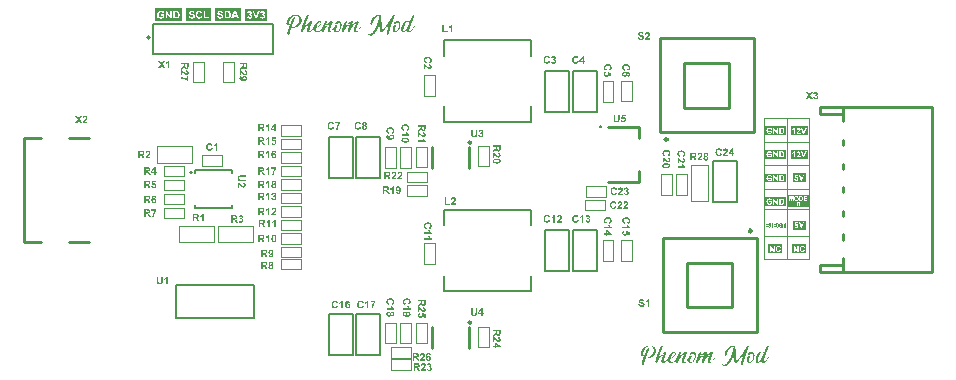
<source format=gbr>
%TF.GenerationSoftware,Altium Limited,Altium Designer,24.10.1 (45)*%
G04 Layer_Color=65535*
%FSLAX45Y45*%
%MOMM*%
%TF.SameCoordinates,F50C4461-6059-43A5-BEE7-B7ABC5EDFC2B*%
%TF.FilePolarity,Positive*%
%TF.FileFunction,Legend,Top*%
%TF.Part,Single*%
G01*
G75*
%TA.AperFunction,NonConductor*%
%ADD50C,0.20000*%
%ADD51C,0.25400*%
%ADD52C,0.15001*%
%ADD53C,0.10000*%
%ADD54C,0.15240*%
G36*
X2185669Y3074600D02*
X2187717Y3074492D01*
X2190574Y3074331D01*
X2191651Y3074223D01*
X2192514Y3074115D01*
X2193592Y3073900D01*
X2193754Y3073738D01*
X2193969Y3073630D01*
X2194185Y3073415D01*
X2195586Y3073522D01*
X2196772Y3073199D01*
X2197634Y3073091D01*
X2198820Y3072552D01*
X2199574Y3072444D01*
X2200383Y3072283D01*
X2200814Y3072175D01*
X2201676Y3071852D01*
X2202539Y3071313D01*
X2203024Y3071151D01*
X2203940Y3070989D01*
X2205287Y3070396D01*
X2206365Y3070073D01*
X2207389Y3069696D01*
X2207982Y3069534D01*
X2209006Y3069157D01*
X2209168Y3068995D01*
X2209383Y3068887D01*
X2209922Y3068348D01*
X2210138Y3068240D01*
X2210461Y3067917D01*
X2210677Y3067809D01*
X2210893Y3067594D01*
X2214665Y3065654D01*
X2216606Y3064576D01*
X2216821Y3064360D01*
X2217037Y3064252D01*
X2218007Y3063498D01*
X2218546Y3062959D01*
X2218762Y3062851D01*
X2218977Y3062635D01*
X2219193Y3062528D01*
X2219516Y3062204D01*
X2219732Y3062096D01*
X2220702Y3061342D01*
X2223235Y3058809D01*
X2223343Y3058593D01*
X2223666Y3058270D01*
X2223774Y3058054D01*
X2224960Y3056868D01*
X2225067Y3056653D01*
X2225391Y3056329D01*
X2225499Y3056114D01*
X2225822Y3055790D01*
X2225930Y3055575D01*
X2226361Y3054928D01*
X2226792Y3054173D01*
X2227277Y3053581D01*
X2227547Y3053203D01*
X2227816Y3052934D01*
X2227978Y3052880D01*
X2228086Y3052664D01*
X2228301Y3052449D01*
X2228409Y3052233D01*
X2228625Y3051694D01*
X2228732Y3051263D01*
X2230026Y3048784D01*
X2230457Y3048353D01*
X2230565Y3048137D01*
X2230780Y3047922D01*
X2230942Y3047329D01*
X2231050Y3046790D01*
X2231266Y3046251D01*
X2231427Y3046089D01*
X2231912Y3044742D01*
X2232128Y3044203D01*
X2232505Y3043502D01*
X2232613Y3043071D01*
X2232721Y3041777D01*
X2233152Y3040807D01*
X2233314Y3040106D01*
X2233421Y3039675D01*
X2233583Y3039083D01*
X2233691Y3037897D01*
X2234176Y3037304D01*
X2234445Y3037034D01*
X2234553Y3036603D01*
X2234661Y3035849D01*
X2234553Y3033801D01*
X2234661Y3026686D01*
X2234553Y3026363D01*
X2234445Y3021836D01*
X2234230Y3021297D01*
X2234014Y3020542D01*
X2233691Y3019248D01*
X2233529Y3017901D01*
X2233260Y3017200D01*
X2232936Y3016446D01*
X2232721Y3015584D01*
X2232559Y3014560D01*
X2232451Y3013913D01*
X2232236Y3013374D01*
X2231751Y3012565D01*
X2231535Y3011703D01*
X2231319Y3011164D01*
X2231158Y3010571D01*
X2230619Y3009385D01*
X2230403Y3008307D01*
X2230188Y3007769D01*
X2229810Y3007068D01*
X2229703Y3006637D01*
X2228625Y3004589D01*
X2228140Y3003996D01*
X2227978Y3003834D01*
X2227870Y3003619D01*
X2227547Y3003295D01*
X2227331Y3002756D01*
X2227223Y3002325D01*
X2226576Y3001139D01*
X2226361Y3000924D01*
X2225714Y2999738D01*
X2225499Y2999522D01*
X2225391Y2999307D01*
X2224960Y2998552D01*
X2224528Y2997906D01*
X2224097Y2997151D01*
X2223343Y2996396D01*
X2223235Y2996181D01*
X2222966Y2995911D01*
X2222750Y2995804D01*
X2222588Y2995642D01*
X2221834Y2994241D01*
X2221349Y2993756D01*
X2221133Y2993648D01*
X2220971Y2993486D01*
X2220863Y2993055D01*
X2220540Y2992192D01*
X2219947Y2991600D01*
X2219732Y2991492D01*
X2219462Y2991330D01*
X2219354Y2991114D01*
X2219031Y2990791D01*
X2218923Y2990360D01*
X2218061Y2988743D01*
X2217684Y2988366D01*
X2216713Y2987827D01*
X2216390Y2987504D01*
X2215851Y2987180D01*
X2215474Y2986803D01*
X2215366Y2986587D01*
X2215151Y2986372D01*
X2215097Y2986210D01*
X2214881Y2986102D01*
X2214558Y2985779D01*
X2214342Y2985671D01*
X2214126Y2985455D01*
X2213911Y2985348D01*
X2213587Y2985240D01*
X2213210Y2985078D01*
X2212995Y2984539D01*
X2212725Y2984162D01*
X2212186Y2983839D01*
X2211863Y2983515D01*
X2211647Y2983407D01*
X2211324Y2983300D01*
X2210785Y2983084D01*
X2210354Y2982437D01*
X2209815Y2981898D01*
X2209599Y2981790D01*
X2209383Y2981575D01*
X2209168Y2981467D01*
X2208952Y2981251D01*
X2208737Y2981144D01*
X2208521Y2980928D01*
X2208306Y2980820D01*
X2208090Y2980605D01*
X2207874Y2980497D01*
X2207659Y2980281D01*
X2206689Y2979742D01*
X2206473Y2979527D01*
X2206257Y2979419D01*
X2206042Y2979203D01*
X2205072Y2978664D01*
X2204856Y2978449D01*
X2204641Y2978341D01*
X2204102Y2978018D01*
X2203670Y2977910D01*
X2202808Y2977586D01*
X2201730Y2976509D01*
X2200760Y2976077D01*
X2199359Y2975538D01*
X2199143Y2975431D01*
X2198496Y2974999D01*
X2197796Y2974730D01*
X2196933Y2974407D01*
X2196664Y2974137D01*
X2196125Y2973921D01*
X2195694Y2973814D01*
X2195101Y2973652D01*
X2194885Y2973437D01*
X2194778Y2973221D01*
X2194400Y2972844D01*
X2193861Y2972628D01*
X2192676Y2972089D01*
X2191921Y2971873D01*
X2191059Y2971658D01*
X2190035Y2971281D01*
X2189442Y2971011D01*
X2188364Y2970688D01*
X2187609Y2970580D01*
X2186639Y2970149D01*
X2185777Y2969933D01*
X2184968Y2969772D01*
X2183837Y2969179D01*
X2182974Y2968963D01*
X2182274Y2968801D01*
X2181842Y2968694D01*
X2181250Y2968532D01*
X2180818Y2968424D01*
X2179525Y2968316D01*
X2179201Y2967993D01*
X2178770Y2967885D01*
X2178016Y2967777D01*
X2177207Y2967616D01*
X2176345Y2967400D01*
X2175483Y2967077D01*
X2174944Y2966861D01*
X2174027Y2966591D01*
X2173596Y2966484D01*
X2171925Y2966322D01*
X2170848Y2966107D01*
X2169985Y2965999D01*
X2169392Y2965837D01*
X2168638Y2965621D01*
X2167883Y2965514D01*
X2167452Y2965406D01*
X2165404Y2965298D01*
X2164003Y2965190D01*
X2163679Y2965298D01*
X2161631Y2965190D01*
X2160499Y2964921D01*
X2158990Y2964813D01*
X2149073Y2964705D01*
X2148534Y2964597D01*
X2147672Y2964382D01*
X2146810Y2963843D01*
X2146109Y2962819D01*
X2145839Y2962226D01*
X2145678Y2961633D01*
X2145570Y2961202D01*
X2145408Y2961040D01*
X2145301Y2960825D01*
X2144977Y2960501D01*
X2144869Y2960070D01*
X2144762Y2959316D01*
X2144654Y2958777D01*
X2144115Y2957591D01*
X2143791Y2956513D01*
X2143684Y2956082D01*
X2143576Y2955543D01*
X2143037Y2954680D01*
X2142821Y2954141D01*
X2142552Y2953441D01*
X2142390Y2952848D01*
X2142013Y2951824D01*
X2141743Y2950908D01*
X2141636Y2950153D01*
X2141097Y2949183D01*
X2140558Y2947997D01*
X2140450Y2947566D01*
X2140288Y2946865D01*
X2140072Y2946326D01*
X2139965Y2945895D01*
X2139803Y2945302D01*
X2139695Y2944871D01*
X2139533Y2944171D01*
X2139156Y2943362D01*
X2138725Y2942931D01*
X2138510Y2942176D01*
X2138402Y2941530D01*
X2138078Y2940775D01*
X2137971Y2940344D01*
X2137863Y2939266D01*
X2137539Y2938512D01*
X2137378Y2937811D01*
X2137162Y2937272D01*
X2136569Y2935924D01*
X2136192Y2934146D01*
X2135976Y2933607D01*
X2135599Y2932367D01*
X2135491Y2931613D01*
X2135384Y2931182D01*
X2135222Y2930373D01*
X2134629Y2929241D01*
X2134413Y2928702D01*
X2134306Y2928271D01*
X2134036Y2927139D01*
X2133659Y2926439D01*
X2133335Y2925145D01*
X2133174Y2924337D01*
X2133066Y2923906D01*
X2132258Y2922127D01*
X2132096Y2921534D01*
X2131665Y2920348D01*
X2131503Y2919755D01*
X2131395Y2919324D01*
X2131287Y2916522D01*
X2131072Y2915983D01*
X2130910Y2915390D01*
X2130587Y2914528D01*
X2130317Y2913611D01*
X2130156Y2912803D01*
X2129940Y2912264D01*
X2129670Y2911671D01*
X2129455Y2911132D01*
X2129347Y2910377D01*
X2129185Y2909785D01*
X2128970Y2909353D01*
X2128754Y2909246D01*
X2128269Y2908761D01*
X2127946Y2907683D01*
X2127838Y2907036D01*
X2127353Y2906443D01*
X2127245Y2906227D01*
X2127030Y2906120D01*
X2126706Y2905796D01*
X2124982Y2905257D01*
X2124550Y2905149D01*
X2123796Y2905042D01*
X2120885Y2905149D01*
X2120562Y2905257D01*
X2119969Y2905419D01*
X2119430Y2905635D01*
X2117759Y2906551D01*
X2117544Y2906766D01*
X2117328Y2906874D01*
X2116520Y2907683D01*
X2116412Y2907898D01*
X2115981Y2908329D01*
X2115873Y2908545D01*
X2115657Y2908761D01*
X2115549Y2908976D01*
X2114795Y2909731D01*
X2114687Y2909946D01*
X2113987Y2910970D01*
X2113609Y2911347D01*
X2113394Y2911886D01*
X2113448Y2913018D01*
X2113178Y2913611D01*
X2113070Y2914042D01*
X2112855Y2915551D01*
X2112747Y2917276D01*
X2112855Y2917599D01*
X2112963Y2918031D01*
X2113178Y2918785D01*
X2113286Y2919216D01*
X2113394Y2920618D01*
X2113501Y2920941D01*
X2113609Y2922019D01*
X2113717Y2923744D01*
X2113825Y2924067D01*
X2113987Y2925415D01*
X2114094Y2926061D01*
X2114418Y2928217D01*
X2114526Y2928756D01*
X2114741Y2929295D01*
X2114903Y2929672D01*
X2115334Y2930643D01*
X2115442Y2931828D01*
X2115657Y2932367D01*
X2115819Y2933068D01*
X2115927Y2933715D01*
X2116196Y2934631D01*
X2116304Y2935062D01*
X2116412Y2936140D01*
X2116627Y2936679D01*
X2116789Y2937272D01*
X2117113Y2937919D01*
X2117490Y2938835D01*
X2117598Y2941099D01*
X2117705Y2941422D01*
X2117921Y2941961D01*
X2118136Y2942176D01*
X2118244Y2942392D01*
X2118460Y2942608D01*
X2118568Y2943362D01*
X2118730Y2944278D01*
X2118999Y2944871D01*
X2119430Y2945841D01*
X2119592Y2946434D01*
X2119700Y2947404D01*
X2119807Y2948051D01*
X2120023Y2948590D01*
X2120400Y2949291D01*
X2120616Y2950153D01*
X2120778Y2950746D01*
X2121263Y2951662D01*
X2121478Y2952201D01*
X2121586Y2952956D01*
X2121748Y2953764D01*
X2122125Y2954573D01*
X2122556Y2955543D01*
X2122718Y2956244D01*
X2122826Y2957106D01*
X2122934Y2957537D01*
X2123149Y2958076D01*
X2123526Y2958992D01*
X2123850Y2960286D01*
X2124496Y2961687D01*
X2124712Y2962442D01*
X2125089Y2963465D01*
X2125359Y2963843D01*
X2125574Y2964382D01*
X2125682Y2964813D01*
X2125790Y2966214D01*
X2126005Y2966753D01*
X2126113Y2966969D01*
X2126329Y2967508D01*
X2126437Y2967939D01*
X2126706Y2969717D01*
X2126814Y2970256D01*
X2126868Y2970742D01*
X2126544Y2971496D01*
X2126437Y2971927D01*
X2126329Y2972251D01*
X2126437Y2972574D01*
X2126544Y2973221D01*
X2126760Y2973760D01*
X2127030Y2974460D01*
X2127299Y2974730D01*
X2127407Y2974946D01*
X2127730Y2975269D01*
X2127838Y2975485D01*
X2128916Y2976562D01*
X2129024Y2976778D01*
X2129239Y2976994D01*
X2129347Y2977209D01*
X2129563Y2977425D01*
X2129670Y2977640D01*
X2130371Y2978664D01*
X2130641Y2978934D01*
X2130802Y2979527D01*
X2130910Y2980066D01*
X2131018Y2980497D01*
X2131341Y2981144D01*
X2131719Y2981844D01*
X2131934Y2982707D01*
X2132204Y2983407D01*
X2132365Y2983569D01*
X2132473Y2983784D01*
X2132689Y2984000D01*
X2132904Y2984755D01*
X2133012Y2985186D01*
X2133982Y2987234D01*
X2134144Y2987827D01*
X2134359Y2988366D01*
X2134952Y2989498D01*
X2135168Y2990360D01*
X2135437Y2991061D01*
X2136030Y2992300D01*
X2136192Y2993001D01*
X2136300Y2993432D01*
X2136515Y2993971D01*
X2137000Y2995103D01*
X2137324Y2995965D01*
X2138078Y2997043D01*
X2138348Y2997744D01*
X2138510Y2998121D01*
X2139049Y2998983D01*
X2139264Y2999522D01*
X2139588Y3000816D01*
X2139749Y3001624D01*
X2139857Y3002055D01*
X2140127Y3002756D01*
X2140288Y3003565D01*
X2140450Y3003942D01*
X2140665Y3004158D01*
X2140773Y3004373D01*
X2140989Y3004481D01*
X2141097Y3004697D01*
X2141420Y3005451D01*
X2141582Y3006044D01*
X2142067Y3006852D01*
X2142175Y3007284D01*
X2142552Y3008307D01*
X2142714Y3008469D01*
X2142821Y3008685D01*
X2143360Y3009871D01*
X2143630Y3010571D01*
X2144061Y3011218D01*
X2144438Y3011919D01*
X2144546Y3012350D01*
X2145624Y3014613D01*
X2146163Y3015584D01*
X2146486Y3016122D01*
X2146594Y3016554D01*
X2146863Y3017254D01*
X2147241Y3017847D01*
X2147564Y3018602D01*
X2147726Y3019195D01*
X2148265Y3020057D01*
X2148534Y3020326D01*
X2148642Y3021081D01*
X2148912Y3021782D01*
X2149073Y3021943D01*
X2149181Y3022159D01*
X2150367Y3024638D01*
X2150690Y3025716D01*
X2151445Y3027117D01*
X2151876Y3028088D01*
X2152630Y3029704D01*
X2152792Y3030297D01*
X2153116Y3031160D01*
X2153493Y3031860D01*
X2153924Y3033046D01*
X2154086Y3033315D01*
X2154301Y3033423D01*
X2154678Y3033801D01*
X2154894Y3034663D01*
X2155110Y3035202D01*
X2155325Y3035418D01*
X2155433Y3035633D01*
X2156403Y3037466D01*
X2156619Y3037681D01*
X2156834Y3038436D01*
X2157373Y3039406D01*
X2157589Y3039622D01*
X2157697Y3039837D01*
X2158128Y3040592D01*
X2158882Y3041777D01*
X2158990Y3041993D01*
X2159368Y3042478D01*
X2159583Y3042586D01*
X2159745Y3042748D01*
X2159853Y3042963D01*
X2160607Y3043933D01*
X2160930Y3044257D01*
X2161038Y3044472D01*
X2161793Y3045442D01*
X2162278Y3046143D01*
X2162494Y3046251D01*
X2163895Y3047652D01*
X2164110Y3047760D01*
X2164434Y3048083D01*
X2164595Y3048137D01*
X2164703Y3048353D01*
X2164865Y3048514D01*
X2165081Y3048622D01*
X2165296Y3048838D01*
X2165512Y3048946D01*
X2166266Y3049700D01*
X2167021Y3050131D01*
X2167236Y3050347D01*
X2167452Y3050455D01*
X2169716Y3051533D01*
X2170470Y3051748D01*
X2171225Y3051856D01*
X2172141Y3052018D01*
X2172572Y3052125D01*
X2173111Y3052233D01*
X2173542Y3052341D01*
X2174566Y3052395D01*
X2176183Y3051533D01*
X2176884Y3050832D01*
X2177153Y3050131D01*
X2177423Y3049215D01*
X2177531Y3048137D01*
X2177423Y3046305D01*
X2177315Y3045981D01*
X2177046Y3044742D01*
X2176938Y3044310D01*
X2176830Y3043771D01*
X2176614Y3042909D01*
X2176183Y3042262D01*
X2175914Y3041670D01*
X2175536Y3040645D01*
X2175321Y3040106D01*
X2174728Y3038651D01*
X2174405Y3037897D01*
X2173758Y3036711D01*
X2173435Y3035957D01*
X2173327Y3034986D01*
X2172680Y3033908D01*
X2172518Y3033208D01*
X2172303Y3032669D01*
X2172033Y3032399D01*
X2171925Y3032184D01*
X2171710Y3031645D01*
X2171548Y3030944D01*
X2171440Y3030513D01*
X2171063Y3029812D01*
X2170848Y3029273D01*
X2170632Y3028411D01*
X2170470Y3027818D01*
X2169931Y3026956D01*
X2168907Y3024746D01*
X2168692Y3023884D01*
X2168584Y3022806D01*
X2168422Y3021997D01*
X2168045Y3021404D01*
X2167829Y3021189D01*
X2167722Y3020973D01*
X2167075Y3019787D01*
X2166859Y3019572D01*
X2166536Y3018817D01*
X2166482Y3018225D01*
X2166536Y3017955D01*
X2166428Y3017632D01*
X2166212Y3017093D01*
X2165566Y3016446D01*
X2165404Y3015853D01*
X2165081Y3014560D01*
X2164542Y3013374D01*
X2164434Y3011972D01*
X2163787Y3010895D01*
X2163410Y3010194D01*
X2163140Y3009493D01*
X2162763Y3008901D01*
X2162440Y3008362D01*
X2162332Y3007607D01*
X2162224Y3006421D01*
X2161577Y3005236D01*
X2161146Y3004265D01*
X2160499Y3002864D01*
X2160284Y3002002D01*
X2160122Y3001193D01*
X2159637Y3000277D01*
X2159206Y2999199D01*
X2158451Y2997798D01*
X2158128Y2997043D01*
X2158020Y2996612D01*
X2157804Y2996073D01*
X2157643Y2995804D01*
X2157427Y2995696D01*
X2157158Y2994995D01*
X2157050Y2994133D01*
X2156511Y2993378D01*
X2156403Y2993163D01*
X2156295Y2992839D01*
X2156188Y2992408D01*
X2155810Y2991384D01*
X2155541Y2990899D01*
X2155325Y2990360D01*
X2154894Y2989390D01*
X2154732Y2988474D01*
X2154247Y2987342D01*
X2154086Y2986641D01*
X2153978Y2986210D01*
X2153762Y2985671D01*
X2153600Y2985078D01*
X2153277Y2984539D01*
X2153061Y2984323D01*
X2152846Y2983784D01*
X2152577Y2982653D01*
X2152469Y2982222D01*
X2152199Y2981305D01*
X2152091Y2980874D01*
X2151930Y2979635D01*
X2151714Y2978772D01*
X2151229Y2977856D01*
X2151121Y2977425D01*
X2150906Y2976131D01*
X2150367Y2975269D01*
X2150259Y2974838D01*
X2150043Y2973329D01*
X2150151Y2972035D01*
X2150690Y2971281D01*
X2151283Y2971011D01*
X2152684Y2970903D01*
X2156295Y2971065D01*
X2156834Y2971173D01*
X2157265Y2971281D01*
X2157751Y2971550D01*
X2157859D01*
X2158182Y2971658D01*
X2158613Y2971766D01*
X2160553Y2971873D01*
X2160877Y2971981D01*
X2162601Y2972089D01*
X2163140Y2972305D01*
X2163679Y2972628D01*
X2164326Y2973059D01*
X2165727Y2973167D01*
X2166644Y2973329D01*
X2167075Y2973437D01*
X2167667Y2973598D01*
X2169069Y2973814D01*
X2170147Y2974245D01*
X2170848Y2974514D01*
X2171979Y2974999D01*
X2172410Y2975107D01*
X2173111Y2975377D01*
X2173488Y2975646D01*
X2175105Y2976509D01*
X2175429Y2976832D01*
X2175968Y2977047D01*
X2176399Y2977155D01*
X2177100Y2977425D01*
X2177746Y2977856D01*
X2179309Y2978664D01*
X2181357Y2979742D01*
X2181573Y2979958D01*
X2183190Y2980820D01*
X2183837Y2981251D01*
X2184268Y2981359D01*
X2184483Y2981575D01*
X2184699Y2981683D01*
X2184915Y2981898D01*
X2185130Y2982006D01*
X2186424Y2983300D01*
X2186639Y2983407D01*
X2187394Y2983839D01*
X2188148Y2984378D01*
X2188580Y2984485D01*
X2188795Y2984701D01*
X2189011Y2984809D01*
X2189927Y2985725D01*
X2190035Y2985940D01*
X2190735Y2986641D01*
X2190951Y2986749D01*
X2191490Y2987288D01*
X2191706Y2987396D01*
X2192784Y2988150D01*
X2193322Y2988474D01*
X2193807Y2989498D01*
X2194185Y2989875D01*
X2194400Y2989983D01*
X2195155Y2990737D01*
X2195371Y2990845D01*
X2196448Y2991923D01*
X2196664Y2992031D01*
X2197688Y2993055D01*
X2197796Y2993270D01*
X2198550Y2994025D01*
X2198658Y2994241D01*
X2198874Y2994456D01*
X2198982Y2994672D01*
X2199197Y2994887D01*
X2199305Y2995103D01*
X2199952Y2995750D01*
X2200059Y2995965D01*
X2200275Y2996181D01*
X2200383Y2996396D01*
X2200652Y2996774D01*
X2200868Y2996881D01*
X2201353Y2997367D01*
X2201676Y2997906D01*
X2202161Y2998498D01*
X2202431Y2998768D01*
X2203617Y3001032D01*
X2204263Y3001678D01*
X2204371Y3001894D01*
X2204802Y3002648D01*
X2205773Y3004050D01*
X2205880Y3004265D01*
X2206096Y3004481D01*
X2206204Y3004697D01*
X2206419Y3004912D01*
X2206527Y3005128D01*
X2206743Y3005667D01*
X2206850Y3006098D01*
X2207389Y3007068D01*
X2207821Y3008038D01*
X2208144Y3008577D01*
X2208575Y3009547D01*
X2208683Y3009978D01*
X2209222Y3010949D01*
X2209438Y3011164D01*
X2209761Y3011919D01*
X2209869Y3012350D01*
X2210030Y3012943D01*
X2210623Y3014074D01*
X2210947Y3015368D01*
X2211108Y3015961D01*
X2211486Y3016877D01*
X2211701Y3017632D01*
X2211809Y3018063D01*
X2212186Y3019087D01*
X2212671Y3019895D01*
X2212887Y3020650D01*
X2212995Y3021836D01*
X2213210Y3022374D01*
X2213534Y3023668D01*
X2213641Y3025069D01*
X2213749Y3025824D01*
X2214019Y3029004D01*
X2214126Y3030082D01*
X2214234Y3031806D01*
X2214342Y3033962D01*
X2214396Y3037573D01*
X2214288Y3037897D01*
X2214180Y3039298D01*
X2214073Y3039622D01*
X2213911Y3042155D01*
X2213372Y3045388D01*
X2213103Y3045981D01*
X2212995Y3046412D01*
X2212887Y3047167D01*
X2212779Y3047598D01*
X2212671Y3048461D01*
X2212132Y3049323D01*
X2212025Y3049538D01*
X2211593Y3050509D01*
X2211054Y3052233D01*
X2210947Y3052664D01*
X2210839Y3053634D01*
X2210623Y3053850D01*
X2210515Y3054066D01*
X2210192Y3054389D01*
X2210084Y3054605D01*
X2209330Y3055683D01*
X2208683Y3056868D01*
X2208144Y3057407D01*
X2208036Y3057623D01*
X2207713Y3057946D01*
X2207605Y3058162D01*
X2207174Y3058593D01*
X2206635Y3059563D01*
X2206150Y3060156D01*
X2205934Y3060372D01*
X2205718Y3060480D01*
X2205557Y3060641D01*
X2205126Y3061396D01*
X2204641Y3061881D01*
X2204425Y3061989D01*
X2203347Y3063067D01*
X2203131Y3063174D01*
X2202916Y3063390D01*
X2202700Y3063498D01*
X2202108Y3063983D01*
X2201892Y3064198D01*
X2201784Y3064414D01*
X2201515Y3064683D01*
X2200760Y3065007D01*
X2200006Y3065438D01*
X2199251Y3065977D01*
X2198820Y3066085D01*
X2198065Y3066516D01*
X2197742Y3066839D01*
X2196341Y3067486D01*
X2195478Y3067702D01*
X2194670Y3067863D01*
X2193376Y3068187D01*
X2192784Y3068348D01*
X2191975Y3068510D01*
X2191382Y3068672D01*
X2190304Y3068779D01*
X2180603Y3068672D01*
X2180279Y3068564D01*
X2178501Y3068402D01*
X2177477Y3068240D01*
X2177153Y3068133D01*
X2176722Y3068025D01*
X2176022Y3067863D01*
X2175483Y3067756D01*
X2174620Y3067540D01*
X2174081Y3067324D01*
X2173596Y3067163D01*
X2173165Y3067055D01*
X2172464Y3066893D01*
X2171871Y3066731D01*
X2171387Y3066678D01*
X2170255Y3066731D01*
X2169284Y3066300D01*
X2168584Y3066139D01*
X2168045Y3065923D01*
X2167883Y3065761D01*
X2167667Y3065654D01*
X2166805Y3065115D01*
X2165727Y3064791D01*
X2165081Y3064683D01*
X2164434Y3064252D01*
X2164003Y3064144D01*
X2163033Y3063929D01*
X2162440Y3063444D01*
X2161308Y3062959D01*
X2160877Y3062851D01*
X2160068Y3062366D01*
X2160014Y3062204D01*
X2159799Y3062096D01*
X2159583Y3061881D01*
X2159044Y3061665D01*
X2156996Y3060587D01*
X2156726Y3060318D01*
X2156619Y3060102D01*
X2155918Y3059402D01*
X2155703Y3059294D01*
X2154732Y3058324D01*
X2154517Y3058216D01*
X2154301Y3058000D01*
X2153762Y3057785D01*
X2153008Y3057354D01*
X2152738Y3057084D01*
X2152630Y3056868D01*
X2152415Y3056653D01*
X2152307Y3056437D01*
X2151876Y3055683D01*
X2150960Y3054766D01*
X2150744Y3054659D01*
X2150205Y3054443D01*
X2149504Y3054173D01*
X2148588Y3053689D01*
X2148265Y3052826D01*
X2147672Y3051910D01*
X2147402Y3051640D01*
X2146702Y3051479D01*
X2146486Y3050940D01*
X2146378Y3050509D01*
X2145893Y3049916D01*
X2145354Y3049269D01*
X2145139Y3049053D01*
X2144923Y3048946D01*
X2144654Y3048676D01*
X2144546Y3048461D01*
X2143468Y3046844D01*
X2142714Y3046089D01*
X2142606Y3045874D01*
X2142121Y3045281D01*
X2141851Y3045011D01*
X2141743Y3044796D01*
X2141636Y3044472D01*
X2141528Y3044041D01*
X2141204Y3043502D01*
X2141043Y3043340D01*
X2140827Y3043232D01*
X2140450Y3042532D01*
X2140019Y3041777D01*
X2139803Y3041562D01*
X2139695Y3041346D01*
X2139156Y3040592D01*
X2138617Y3040053D01*
X2138510Y3039837D01*
X2137863Y3038651D01*
X2137647Y3038436D01*
X2137539Y3038005D01*
X2137432Y3037034D01*
X2136946Y3036441D01*
X2136731Y3036334D01*
X2136569Y3036172D01*
X2136354Y3035633D01*
X2135815Y3034663D01*
X2135384Y3033693D01*
X2135168Y3033154D01*
X2134413Y3032076D01*
X2133874Y3031106D01*
X2133335Y3030351D01*
X2132958Y3029327D01*
X2132365Y3028519D01*
X2132204Y3027603D01*
X2131719Y3026363D01*
X2131233Y3025016D01*
X2131018Y3024153D01*
X2130641Y3022913D01*
X2130479Y3022213D01*
X2130263Y3021674D01*
X2130102Y3021512D01*
X2129778Y3020973D01*
X2129563Y3020758D01*
X2129347Y3020219D01*
X2129239Y3019141D01*
X2129132Y3018278D01*
X2128700Y3017308D01*
X2128269Y3016230D01*
X2128108Y3015530D01*
X2128000Y3014991D01*
X2127892Y3014560D01*
X2127784Y3014021D01*
X2127676Y3013589D01*
X2127569Y3013050D01*
X2127461Y3012619D01*
X2127353Y3012080D01*
X2127245Y3011434D01*
X2127137Y3010571D01*
X2127030Y3009924D01*
X2126814Y3008846D01*
X2126598Y3007984D01*
X2126437Y3007391D01*
X2126329Y3006960D01*
X2126167Y3005505D01*
X2125952Y3004642D01*
X2125574Y3003726D01*
X2125467Y3003295D01*
X2125359Y3001032D01*
X2125251Y3000708D01*
X2125089Y2999684D01*
X2124928Y2998229D01*
X2124766Y2997313D01*
X2124550Y2996774D01*
X2124281Y2995857D01*
X2124119Y2994726D01*
X2123742Y2992192D01*
X2123311Y2991222D01*
X2123095Y2990683D01*
X2122987Y2989605D01*
X2122664Y2989066D01*
X2122287Y2988689D01*
X2122071Y2988581D01*
X2121478Y2988096D01*
X2121209Y2987827D01*
X2120023Y2987180D01*
X2119268Y2986641D01*
X2118406Y2986426D01*
X2117005Y2986318D01*
X2115765Y2986264D01*
X2115711Y2986318D01*
X2115388Y2986210D01*
X2114633Y2986318D01*
X2112909Y2986426D01*
X2112585Y2986533D01*
X2110322Y2987719D01*
X2108812Y2988797D01*
X2108597Y2988905D01*
X2108328Y2989174D01*
X2108112Y2989929D01*
X2107842Y2990630D01*
X2107681Y2990791D01*
X2107357Y2991546D01*
X2106872Y2992893D01*
X2106441Y2993971D01*
X2106279Y2994564D01*
X2106172Y2995318D01*
X2105633Y2996720D01*
X2105525Y2997798D01*
X2105417Y2998552D01*
X2105309Y2999954D01*
X2105202Y3004158D01*
X2105309Y3004481D01*
X2105363Y3005936D01*
X2105309Y3005990D01*
X2105417Y3006313D01*
X2105579Y3007337D01*
X2105902Y3008631D01*
X2106010Y3009278D01*
X2106172Y3010733D01*
X2106279Y3011164D01*
X2106926Y3013212D01*
X2107142Y3013967D01*
X2107250Y3014398D01*
X2107573Y3015152D01*
X2107681Y3015584D01*
X2108004Y3016338D01*
X2108112Y3016769D01*
X2108381Y3018548D01*
X2108705Y3019410D01*
X2109567Y3021135D01*
X2110052Y3021943D01*
X2110376Y3023129D01*
X2110483Y3023560D01*
X2110861Y3024584D01*
X2112316Y3027764D01*
X2113286Y3029812D01*
X2113717Y3030567D01*
X2114148Y3031214D01*
X2114418Y3031914D01*
X2114579Y3032076D01*
X2114687Y3032292D01*
X2115226Y3032831D01*
X2116088Y3034447D01*
X2116627Y3035633D01*
X2116897Y3036334D01*
X2117382Y3036819D01*
X2117490Y3037034D01*
X2117975Y3037627D01*
X2118460Y3038112D01*
X2118675Y3038867D01*
X2119107Y3039622D01*
X2119322Y3039837D01*
X2119538Y3040376D01*
X2119700Y3040969D01*
X2119861Y3041131D01*
X2119969Y3041346D01*
X2120400Y3041777D01*
X2120508Y3041993D01*
X2120993Y3042586D01*
X2121694Y3043287D01*
X2121801Y3043502D01*
X2122448Y3044149D01*
X2122556Y3044364D01*
X2123041Y3044957D01*
X2123203Y3045011D01*
X2123311Y3045227D01*
X2123742Y3045658D01*
X2123850Y3045874D01*
X2124281Y3046305D01*
X2124335Y3046466D01*
X2124496Y3046520D01*
X2124604Y3046736D01*
X2124820Y3046951D01*
X2124928Y3047167D01*
X2126437Y3048676D01*
X2126544Y3048892D01*
X2126760Y3049107D01*
X2127083Y3049646D01*
X2127461Y3050024D01*
X2127676Y3050131D01*
X2127946Y3050509D01*
X2128485Y3051047D01*
X2128593Y3051263D01*
X2129078Y3051856D01*
X2129563Y3052341D01*
X2129670Y3052557D01*
X2130371Y3053257D01*
X2130587Y3053365D01*
X2133174Y3055952D01*
X2133389Y3056060D01*
X2134144Y3056599D01*
X2134683Y3056815D01*
X2134898Y3056922D01*
X2135491Y3057407D01*
X2135976Y3057893D01*
X2136192Y3058000D01*
X2137054Y3058863D01*
X2137270Y3058970D01*
X2138294Y3059671D01*
X2138887Y3059941D01*
X2139426Y3060156D01*
X2140396Y3061126D01*
X2141150Y3061558D01*
X2141366Y3061773D01*
X2142121Y3062096D01*
X2142336Y3062204D01*
X2143091Y3062743D01*
X2143845Y3063174D01*
X2144438Y3063659D01*
X2145247Y3064144D01*
X2145947Y3064414D01*
X2147187Y3065115D01*
X2148157Y3065654D01*
X2148480Y3065977D01*
X2149019Y3066192D01*
X2149451Y3066300D01*
X2150205Y3066731D01*
X2151175Y3067163D01*
X2151768Y3067324D01*
X2152577Y3067809D01*
X2153116Y3068025D01*
X2153870Y3068348D01*
X2154625Y3068779D01*
X2155271Y3069211D01*
X2155810Y3069426D01*
X2156834Y3069804D01*
X2157373Y3070019D01*
X2158236Y3070235D01*
X2158775Y3070343D01*
X2160068Y3070558D01*
X2160499Y3070666D01*
X2160877Y3070827D01*
X2161416Y3071043D01*
X2162278Y3071259D01*
X2162871Y3071421D01*
X2163733Y3071744D01*
X2164326Y3072013D01*
X2165081Y3072229D01*
X2165512Y3072337D01*
X2166590Y3072444D01*
X2167883Y3072552D01*
X2168853Y3073091D01*
X2169608Y3073415D01*
X2170039Y3073522D01*
X2171440Y3073630D01*
X2173273Y3073738D01*
X2173596Y3073846D01*
X2174027Y3073954D01*
X2174997Y3074061D01*
X2175536Y3074277D01*
X2177369Y3074385D01*
X2177692Y3074492D01*
X2179740Y3074600D01*
X2185346Y3074708D01*
X2185669Y3074600D01*
D02*
G37*
G36*
X2660390Y3021027D02*
X2662708Y3020542D01*
X2663139Y3020434D01*
X2663678Y3020326D01*
X2664864Y3019895D01*
X2665511Y3019464D01*
X2666481Y3018063D01*
X2667343Y3016230D01*
X2667451Y3015476D01*
X2667343Y3012997D01*
X2667235Y3012673D01*
X2667128Y3011164D01*
X2666696Y3010194D01*
X2666265Y3009116D01*
X2665187Y3005774D01*
X2665025Y3005181D01*
X2664433Y3003942D01*
X2664002Y3002864D01*
X2663840Y3002271D01*
X2663516Y3001409D01*
X2663247Y3000816D01*
X2663139Y3000385D01*
X2662708Y2999630D01*
X2662492Y2999091D01*
X2662385Y2998660D01*
X2661846Y2997474D01*
X2661684Y2996774D01*
X2661091Y2995534D01*
X2660929Y2994941D01*
X2660714Y2994402D01*
X2660229Y2993594D01*
X2660121Y2992839D01*
X2659582Y2991438D01*
X2659366Y2990899D01*
X2659259Y2990468D01*
X2658989Y2989767D01*
X2658558Y2988581D01*
X2658073Y2987449D01*
X2657965Y2986479D01*
X2657103Y2984647D01*
X2656995Y2984216D01*
X2656779Y2983677D01*
X2656133Y2982275D01*
X2655594Y2980874D01*
X2655270Y2979796D01*
X2655055Y2979042D01*
X2654785Y2978341D01*
X2654462Y2977479D01*
X2653977Y2975916D01*
X2653761Y2975161D01*
X2653545Y2974299D01*
X2653114Y2972898D01*
X2653007Y2972143D01*
X2652899Y2971281D01*
X2652791Y2970957D01*
X2652899Y2970203D01*
X2653384Y2969717D01*
X2653923Y2969610D01*
X2654677Y2970041D01*
X2655108Y2970472D01*
X2655324Y2970580D01*
X2655594Y2970849D01*
X2655701Y2971065D01*
X2655917Y2971281D01*
X2656025Y2971496D01*
X2656240Y2971712D01*
X2656348Y2971927D01*
X2656779Y2972574D01*
X2656887Y2972898D01*
X2657372Y2973490D01*
X2657749Y2973976D01*
X2657857Y2974191D01*
X2658342Y2974784D01*
X2658504Y2974946D01*
X2658612Y2975161D01*
X2658827Y2975377D01*
X2658935Y2975592D01*
X2659151Y2975808D01*
X2659259Y2976024D01*
X2659474Y2976239D01*
X2660121Y2977425D01*
X2660337Y2977640D01*
X2660552Y2978179D01*
X2660983Y2978934D01*
X2661414Y2979365D01*
X2661522Y2979581D01*
X2661953Y2980335D01*
X2662546Y2980928D01*
X2662708Y2980982D01*
X2662816Y2981197D01*
X2663031Y2981413D01*
X2663139Y2981629D01*
X2664109Y2982599D01*
X2664217Y2982814D01*
X2664918Y2983839D01*
X2665457Y2984701D01*
X2665618Y2984862D01*
X2665726Y2985078D01*
X2666157Y2985833D01*
X2666481Y2986264D01*
Y2986372D01*
X2666696Y2986587D01*
X2666804Y2986803D01*
X2667181Y2987180D01*
X2667397Y2987288D01*
X2667612Y2987504D01*
X2667828Y2987611D01*
X2667990Y2987773D01*
X2668098Y2987988D01*
X2668744Y2988635D01*
X2668852Y2988851D01*
X2669068Y2989066D01*
X2669391Y2989605D01*
X2669876Y2990091D01*
X2670038Y2990144D01*
X2670146Y2990360D01*
X2670577Y2991114D01*
X2672140Y2993217D01*
X2672517Y2993809D01*
X2673056Y2994564D01*
X2673164Y2994779D01*
X2673649Y2995372D01*
X2674026Y2995750D01*
X2674134Y2995965D01*
X2674888Y2996720D01*
X2674942Y2996881D01*
X2675104Y2996935D01*
X2675212Y2997151D01*
X2676290Y2998229D01*
X2676398Y2998444D01*
X2677368Y2999415D01*
X2677475Y2999630D01*
X2678338Y3000493D01*
X2678446Y3000708D01*
X2678931Y3001301D01*
X2679416Y3001786D01*
X2679524Y3002002D01*
X2679793Y3002271D01*
X2680009Y3002379D01*
X2680386Y3002756D01*
X2680494Y3002972D01*
X2680979Y3003565D01*
X2681410Y3003996D01*
X2681572Y3004050D01*
X2681679Y3004265D01*
X2682057Y3004535D01*
X2682650Y3005128D01*
X2682757Y3005343D01*
X2683512Y3006313D01*
X2683782Y3006583D01*
X2683943Y3006637D01*
X2684051Y3006852D01*
X2684428Y3007122D01*
X2685237Y3007930D01*
X2685291Y3008092D01*
X2685452Y3008146D01*
X2685560Y3008362D01*
X2685722Y3008523D01*
X2685937Y3008631D01*
X2687554Y3010248D01*
X2687770Y3010356D01*
X2689387Y3011972D01*
X2690141Y3012404D01*
X2690896Y3013158D01*
X2691111Y3013266D01*
X2691704Y3013859D01*
X2691812Y3014074D01*
X2692081Y3014344D01*
X2692297Y3014452D01*
X2693321Y3015152D01*
X2693698Y3015530D01*
X2693914Y3015638D01*
X2694668Y3016176D01*
X2694884Y3016284D01*
X2696070Y3017039D01*
X2696285Y3017147D01*
X2697040Y3017686D01*
X2697256Y3017793D01*
X2697471Y3018009D01*
X2697687Y3018117D01*
X2698872Y3018764D01*
X2699088Y3018979D01*
X2699304Y3019087D01*
X2699950Y3019518D01*
X2700382Y3019626D01*
X2701460Y3019949D01*
X2702214Y3020165D01*
X2703723Y3020380D01*
X2705610Y3020542D01*
X2708790Y3020596D01*
X2709113Y3020488D01*
X2711107Y3020326D01*
X2712077Y3020219D01*
X2712508Y3020111D01*
X2714179Y3019518D01*
X2714772Y3019033D01*
X2715742Y3018063D01*
X2715850Y3017847D01*
X2716281Y3016877D01*
X2716443Y3016284D01*
X2716712Y3015691D01*
X2716928Y3014937D01*
X2717036Y3013104D01*
X2716928Y3012781D01*
X2716766Y3011649D01*
X2716659Y3011110D01*
X2716173Y3009978D01*
X2716065Y3009547D01*
X2715958Y3009008D01*
X2715311Y3007607D01*
X2715095Y3006745D01*
X2714934Y3006044D01*
X2714610Y3005181D01*
X2714449Y3005020D01*
X2713586Y3003403D01*
X2713263Y3002864D01*
X2713101Y3002163D01*
X2712993Y3001624D01*
X2712724Y3000924D01*
X2712400Y3000169D01*
X2712131Y2999468D01*
X2711646Y2998337D01*
X2711269Y2997313D01*
X2711107Y2997151D01*
X2710784Y2996396D01*
X2710029Y2994779D01*
X2709921Y2994348D01*
X2709760Y2993648D01*
X2709544Y2993109D01*
X2709167Y2992192D01*
X2708790Y2991169D01*
X2708574Y2990630D01*
X2708412Y2990144D01*
X2708035Y2989120D01*
X2707819Y2988581D01*
X2707388Y2987396D01*
X2707173Y2986857D01*
X2706903Y2986264D01*
X2706741Y2985671D01*
X2706418Y2984809D01*
X2706149Y2984216D01*
X2705933Y2983677D01*
X2705825Y2983245D01*
X2705556Y2982545D01*
X2705340Y2982006D01*
X2704747Y2980766D01*
X2704424Y2979473D01*
X2703993Y2978718D01*
X2703777Y2978503D01*
X2703669Y2978072D01*
X2703562Y2977317D01*
X2703400Y2976724D01*
X2703238Y2976347D01*
X2703023Y2975808D01*
X2702807Y2974946D01*
X2702645Y2974353D01*
X2702484Y2973868D01*
X2702106Y2972844D01*
X2701837Y2972251D01*
X2701621Y2971496D01*
X2701136Y2970149D01*
X2700651Y2968909D01*
X2700543Y2967400D01*
X2700328Y2967184D01*
X2700220Y2966969D01*
X2699897Y2966646D01*
X2699681Y2965891D01*
X2699573Y2965460D01*
X2699465Y2964813D01*
X2699358Y2964490D01*
X2699088Y2963789D01*
X2698872Y2963250D01*
X2698603Y2962657D01*
X2698441Y2962064D01*
X2698333Y2961633D01*
X2698118Y2960555D01*
X2698010Y2960124D01*
X2697741Y2959531D01*
X2697417Y2958453D01*
X2696824Y2956783D01*
X2696285Y2955597D01*
X2695746Y2954195D01*
X2695477Y2953602D01*
X2695369Y2953171D01*
X2695262Y2951878D01*
X2694938Y2951123D01*
X2694830Y2950692D01*
X2694723Y2949614D01*
X2694507Y2949075D01*
X2694237Y2946326D01*
X2694130Y2945788D01*
X2693914Y2945249D01*
X2693752Y2944656D01*
X2693591Y2941584D01*
X2693483Y2939859D01*
X2693429Y2938619D01*
X2693537Y2938296D01*
X2693645Y2935278D01*
X2694291Y2934092D01*
X2694723Y2933337D01*
X2694884Y2933068D01*
X2695639Y2932852D01*
X2696070Y2932744D01*
X2697795Y2932852D01*
X2698657Y2933391D01*
X2698872Y2933499D01*
X2700058Y2934146D01*
X2700651Y2934631D01*
X2701028Y2934900D01*
X2701998Y2935655D01*
X2702214Y2935870D01*
X2702430Y2935978D01*
X2703023Y2936463D01*
X2703292Y2936733D01*
X2703508Y2936841D01*
X2703723Y2937056D01*
X2703939Y2937164D01*
X2704586Y2937811D01*
X2704801Y2937919D01*
X2705556Y2938673D01*
X2705771Y2938781D01*
X2706364Y2939266D01*
X2706472Y2939482D01*
X2706957Y2940074D01*
X2707442Y2940560D01*
X2707550Y2940775D01*
X2708304Y2941530D01*
X2708412Y2941745D01*
X2708790Y2942122D01*
X2709005Y2942230D01*
X2709867Y2943093D01*
X2710083Y2943200D01*
X2710352Y2943578D01*
X2710838Y2944171D01*
X2711538Y2944871D01*
X2711646Y2945087D01*
X2711861Y2945302D01*
X2711969Y2945518D01*
X2712400Y2945949D01*
X2712508Y2946165D01*
X2712724Y2946380D01*
X2712832Y2946596D01*
X2713263Y2947027D01*
X2713371Y2947243D01*
X2713910Y2948213D01*
X2714556Y2948859D01*
X2714664Y2949075D01*
X2714880Y2949291D01*
X2714988Y2949506D01*
X2715149Y2949668D01*
X2715365Y2949776D01*
X2715634Y2950045D01*
X2716173Y2951015D01*
X2716712Y2951770D01*
X2716820Y2951986D01*
X2717305Y2952579D01*
X2717575Y2952848D01*
X2717682Y2953063D01*
X2718168Y2953656D01*
X2718760Y2954249D01*
X2718868Y2954465D01*
X2719084Y2954680D01*
X2719192Y2954896D01*
X2719515Y2955219D01*
X2719623Y2955435D01*
X2720269Y2956621D01*
X2720701Y2957267D01*
X2720808Y2957483D01*
X2721886Y2958992D01*
X2722210Y2959531D01*
X2722641Y2959962D01*
X2722749Y2960178D01*
X2723827Y2961687D01*
X2724258Y2962442D01*
X2724473Y2962657D01*
X2724581Y2962873D01*
X2725228Y2964058D01*
X2725659Y2964490D01*
X2726090Y2965244D01*
X2726737Y2965891D01*
X2726845Y2966107D01*
X2727276Y2966861D01*
X2727438Y2967023D01*
X2727653Y2967130D01*
X2728031Y2967508D01*
X2728462Y2968262D01*
X2728947Y2968855D01*
X2729216Y2969448D01*
X2729648Y2970203D01*
X2730187Y2970742D01*
X2730294Y2970957D01*
X2730510Y2971173D01*
X2730618Y2971388D01*
X2730941Y2971712D01*
X2731049Y2971927D01*
X2731911Y2973544D01*
X2732235Y2974299D01*
X2732666Y2975377D01*
X2733528Y2976994D01*
X2733744Y2977209D01*
X2733852Y2977425D01*
X2734283Y2978072D01*
X2734552Y2978557D01*
X2734768Y2978664D01*
X2735630Y2979203D01*
X2736169Y2979419D01*
X2737247Y2979311D01*
X2738271Y2978611D01*
X2738702Y2977964D01*
X2738810Y2976347D01*
X2738702Y2976024D01*
X2738594Y2975592D01*
X2737732Y2973760D01*
X2736546Y2971496D01*
X2736061Y2970903D01*
X2735576Y2969987D01*
X2734714Y2968694D01*
X2734606Y2968478D01*
X2733852Y2967400D01*
X2733420Y2966646D01*
X2732989Y2965999D01*
X2732235Y2964597D01*
X2731749Y2964004D01*
X2731480Y2963627D01*
X2730779Y2962603D01*
X2730240Y2961741D01*
X2729971Y2961364D01*
X2729216Y2960393D01*
X2729001Y2960178D01*
X2728893Y2959962D01*
X2728462Y2959316D01*
X2728354Y2959100D01*
X2727923Y2958669D01*
X2727815Y2958453D01*
X2726845Y2957052D01*
X2726737Y2956836D01*
X2725821Y2955597D01*
X2725605Y2955489D01*
X2725174Y2954842D01*
X2724366Y2954034D01*
X2724204Y2953441D01*
X2723665Y2952579D01*
X2723395Y2952309D01*
X2723288Y2952093D01*
X2722641Y2950908D01*
X2721886Y2949937D01*
X2721401Y2949345D01*
X2720970Y2948698D01*
X2720377Y2948105D01*
X2720054Y2947566D01*
X2719084Y2946596D01*
X2719030Y2946434D01*
X2718814Y2946326D01*
X2718545Y2945949D01*
X2717952Y2945356D01*
X2717736Y2945249D01*
X2717143Y2944332D01*
X2716766Y2943955D01*
X2716227Y2943632D01*
X2716065Y2943470D01*
X2715958Y2943254D01*
X2715203Y2942284D01*
X2713802Y2940883D01*
X2713532Y2940182D01*
X2712993Y2939643D01*
X2712778Y2939535D01*
X2712508Y2939266D01*
X2712077Y2938512D01*
X2711808Y2938242D01*
X2711592Y2938134D01*
X2710622Y2937380D01*
X2710083Y2936733D01*
X2709813Y2936463D01*
X2709760Y2936302D01*
X2709544Y2936194D01*
X2707712Y2934361D01*
X2707496Y2934254D01*
X2706310Y2933068D01*
X2706149Y2933014D01*
X2706095Y2932852D01*
X2705879Y2932744D01*
X2705232Y2932098D01*
X2705017Y2931990D01*
X2704586Y2931559D01*
X2704370Y2931451D01*
X2703723Y2930804D01*
X2703508Y2930696D01*
X2702915Y2930211D01*
X2702753Y2930050D01*
X2702537Y2929942D01*
X2702322Y2929726D01*
X2701244Y2929295D01*
X2701028Y2929187D01*
X2700382Y2928540D01*
X2699627Y2928217D01*
X2698927Y2927948D01*
X2698765Y2927786D01*
X2697148Y2927031D01*
X2696555Y2926870D01*
X2694830Y2926439D01*
X2694237Y2926277D01*
X2692944Y2926169D01*
X2692728Y2925954D01*
X2692028Y2925684D01*
X2691597Y2925576D01*
X2690303Y2925468D01*
X2687878Y2925415D01*
X2687554Y2925522D01*
X2684967Y2925630D01*
X2684644Y2925738D01*
X2683889Y2925954D01*
X2683458Y2926061D01*
X2682704Y2926277D01*
X2682003Y2926546D01*
X2680656Y2927247D01*
X2679955Y2927517D01*
X2679470Y2928002D01*
X2678284Y2928648D01*
X2677853Y2929079D01*
X2677637Y2929187D01*
X2677475Y2929349D01*
X2676936Y2930319D01*
X2676398Y2931074D01*
X2675212Y2933553D01*
X2675104Y2933984D01*
X2674888Y2934523D01*
X2674781Y2934954D01*
X2674619Y2935655D01*
X2674403Y2936194D01*
X2674296Y2936625D01*
X2674188Y2937164D01*
X2674080Y2937811D01*
X2673972Y2939104D01*
X2673918Y2941961D01*
X2674026Y2942284D01*
X2674134Y2945195D01*
X2674242Y2945518D01*
X2674403Y2947189D01*
X2674511Y2947728D01*
X2674619Y2948375D01*
X2674835Y2949776D01*
X2674942Y2950423D01*
X2675050Y2950854D01*
X2675266Y2952255D01*
X2675374Y2952902D01*
X2675481Y2953333D01*
X2675805Y2954195D01*
X2676182Y2955112D01*
X2676290Y2955543D01*
X2676452Y2956567D01*
X2676613Y2957160D01*
X2676775Y2957860D01*
X2676991Y2958399D01*
X2677152Y2958992D01*
X2677260Y2959423D01*
X2677422Y2960555D01*
X2677799Y2961795D01*
X2678068Y2962495D01*
X2678446Y2963412D01*
X2678607Y2964004D01*
X2678823Y2964543D01*
X2679092Y2965244D01*
X2679254Y2965837D01*
X2679470Y2966376D01*
X2679631Y2966969D01*
X2679847Y2967508D01*
X2680386Y2968909D01*
X2680601Y2969664D01*
X2680709Y2970095D01*
X2681033Y2970957D01*
X2681356Y2971712D01*
X2681626Y2972412D01*
X2681787Y2973005D01*
X2682003Y2973976D01*
X2682434Y2974730D01*
X2682973Y2976131D01*
X2683296Y2976886D01*
X2683566Y2977586D01*
X2683889Y2978449D01*
X2684374Y2979365D01*
X2684805Y2980335D01*
X2685021Y2981090D01*
X2685452Y2982060D01*
X2686045Y2983731D01*
X2686315Y2984323D01*
X2686638Y2985078D01*
X2687285Y2986479D01*
X2687500Y2987018D01*
X2688147Y2988204D01*
X2688578Y2989174D01*
X2688740Y2989875D01*
X2689279Y2990737D01*
X2689441Y2990899D01*
X2689656Y2991438D01*
X2689764Y2991869D01*
X2690141Y2992893D01*
X2690303Y2993055D01*
X2690734Y2994025D01*
X2690950Y2994564D01*
X2691219Y2995265D01*
X2691489Y2995534D01*
X2691597Y2995750D01*
X2692135Y2996720D01*
X2692351Y2996935D01*
X2692674Y2997690D01*
X2692782Y2998337D01*
X2693968Y3000816D01*
X2694291Y3001571D01*
X2694723Y3002541D01*
X2695100Y3003565D01*
X2695477Y3004158D01*
X2695800Y3004481D01*
X2695908Y3004697D01*
X2696878Y3006745D01*
X2696986Y3007823D01*
X2696878Y3008793D01*
X2696501Y3009278D01*
X2696016Y3009332D01*
X2695477Y3009116D01*
X2694776Y3008846D01*
X2694237Y3008631D01*
X2693645Y3008146D01*
X2692728Y3007230D01*
X2692567Y3007176D01*
X2692459Y3006960D01*
X2691597Y3006313D01*
X2691489Y3006098D01*
X2690788Y3005397D01*
X2690572Y3005289D01*
X2689980Y3004804D01*
X2689602Y3004535D01*
X2689279Y3004211D01*
X2689063Y3004104D01*
X2688363Y3003403D01*
X2688255Y3003187D01*
X2687824Y3002756D01*
X2687716Y3002541D01*
X2687285Y3002109D01*
X2687177Y3001894D01*
X2686530Y3001247D01*
X2686422Y3001032D01*
X2685398Y3000007D01*
X2685183Y2999900D01*
X2684644Y2999361D01*
X2684428Y2999253D01*
X2683674Y2998498D01*
X2683458Y2998390D01*
X2683296Y2998229D01*
X2683189Y2998013D01*
X2682650Y2997259D01*
X2682165Y2996666D01*
X2682003Y2996504D01*
X2681679Y2995965D01*
X2681356Y2995642D01*
X2681248Y2995426D01*
X2679631Y2993809D01*
X2679524Y2993594D01*
X2678338Y2992408D01*
X2678230Y2992192D01*
X2677907Y2991869D01*
X2677799Y2991653D01*
X2677260Y2991114D01*
X2677152Y2990899D01*
X2676452Y2989875D01*
X2676182Y2989605D01*
X2676074Y2989390D01*
X2675589Y2988797D01*
X2675266Y2988474D01*
X2675050Y2988366D01*
X2674888Y2988204D01*
X2674781Y2987988D01*
X2674026Y2987018D01*
X2673595Y2986587D01*
X2673487Y2986372D01*
X2673164Y2986048D01*
X2673056Y2985833D01*
X2672625Y2985186D01*
X2672517Y2984970D01*
X2671978Y2984431D01*
X2671331Y2983245D01*
X2671170Y2983084D01*
X2670954Y2982976D01*
X2670577Y2982599D01*
X2670469Y2982383D01*
X2669768Y2981359D01*
X2669607Y2981197D01*
X2669499Y2980982D01*
X2669283Y2980766D01*
X2669176Y2980551D01*
X2668852Y2980227D01*
X2668744Y2980012D01*
X2667990Y2979042D01*
X2667774Y2978826D01*
X2667235Y2977856D01*
X2666966Y2977586D01*
X2666750Y2977479D01*
X2666535Y2977263D01*
X2666373Y2977209D01*
X2666157Y2976670D01*
X2665888Y2975970D01*
X2665349Y2975323D01*
X2664594Y2974137D01*
X2663786Y2972682D01*
X2662762Y2971334D01*
X2662277Y2970849D01*
X2660983Y2968370D01*
X2660444Y2967831D01*
X2660013Y2967077D01*
X2659798Y2966861D01*
X2659690Y2966646D01*
X2659474Y2966430D01*
X2659366Y2966214D01*
X2658181Y2965029D01*
X2658073Y2964813D01*
X2657318Y2963412D01*
X2657103Y2963196D01*
X2656995Y2962981D01*
X2656240Y2961903D01*
X2656133Y2961687D01*
X2655594Y2960932D01*
X2655162Y2960501D01*
X2655055Y2960286D01*
X2654623Y2959531D01*
X2654408Y2959316D01*
X2654300Y2959100D01*
X2654084Y2958884D01*
X2653977Y2958669D01*
X2652899Y2956944D01*
X2652360Y2955974D01*
X2651605Y2955219D01*
X2651066Y2954034D01*
X2650635Y2953279D01*
X2650150Y2952686D01*
X2649988Y2952632D01*
X2649880Y2952417D01*
X2649557Y2951662D01*
X2648479Y2949722D01*
X2647940Y2948967D01*
X2647186Y2947566D01*
X2646862Y2947027D01*
X2646754Y2946811D01*
X2646215Y2946057D01*
X2645784Y2945410D01*
X2645515Y2944710D01*
X2645138Y2944117D01*
X2644706Y2943147D01*
X2644491Y2942608D01*
X2643844Y2941961D01*
X2643736Y2941745D01*
X2643628Y2941422D01*
X2643251Y2940398D01*
X2642874Y2940021D01*
X2642766Y2939805D01*
X2642227Y2938835D01*
X2642066Y2938565D01*
X2641850Y2938457D01*
X2641688Y2938296D01*
X2639748Y2934308D01*
X2639317Y2933122D01*
X2638562Y2931505D01*
X2638293Y2930804D01*
X2638077Y2930265D01*
X2637592Y2929349D01*
X2637215Y2928325D01*
X2636784Y2927678D01*
X2636245Y2927139D01*
X2636029Y2927031D01*
X2635813Y2926816D01*
X2635275Y2926600D01*
X2634197Y2926492D01*
X2632687Y2926600D01*
X2631502Y2927139D01*
X2630963Y2927247D01*
X2630370Y2927732D01*
X2629993Y2928109D01*
X2629777Y2928217D01*
X2628753Y2929241D01*
X2628322Y2929996D01*
X2627783Y2930535D01*
X2627406Y2931559D01*
X2626974Y2932205D01*
X2626813Y2932691D01*
X2626705Y2933769D01*
X2626597Y2934200D01*
X2626166Y2935170D01*
X2626058Y2935601D01*
X2625896Y2936948D01*
X2625789Y2937487D01*
X2625681Y2938350D01*
X2625627Y2946919D01*
X2625735Y2947243D01*
X2625843Y2950908D01*
X2625950Y2951231D01*
X2626112Y2952147D01*
X2626435Y2953441D01*
X2626597Y2954034D01*
X2626705Y2954465D01*
X2626921Y2955219D01*
X2627082Y2955920D01*
X2627190Y2956351D01*
X2627406Y2956890D01*
X2627567Y2957483D01*
X2627783Y2958345D01*
X2627945Y2959369D01*
X2628160Y2959908D01*
X2628538Y2960825D01*
X2628699Y2961525D01*
X2628915Y2962064D01*
X2629238Y2962927D01*
X2629723Y2964058D01*
X2629831Y2964490D01*
X2629939Y2965244D01*
X2630586Y2966646D01*
X2630693Y2967077D01*
X2630855Y2967777D01*
X2631071Y2968316D01*
X2631232Y2968801D01*
X2631448Y2969664D01*
X2631717Y2970364D01*
X2631825Y2970795D01*
X2632148Y2971658D01*
X2632364Y2972197D01*
X2632957Y2973544D01*
X2633065Y2973976D01*
X2633550Y2975323D01*
X2633712Y2975916D01*
X2633819Y2976347D01*
X2634197Y2977371D01*
X2634789Y2978718D01*
X2635059Y2979419D01*
X2635275Y2979958D01*
X2635436Y2980120D01*
X2635867Y2981090D01*
X2636029Y2981790D01*
X2636245Y2982329D01*
X2636730Y2983461D01*
X2636945Y2984000D01*
X2637323Y2985024D01*
X2637592Y2985725D01*
X2637808Y2986587D01*
X2638724Y2987935D01*
X2638886Y2988096D01*
X2639101Y2988635D01*
X2639371Y2989767D01*
X2639856Y2990576D01*
X2640341Y2991923D01*
X2640502Y2992085D01*
X2640610Y2992300D01*
X2641257Y2993702D01*
X2641580Y2994456D01*
X2642550Y2996289D01*
X2643089Y2997151D01*
X2643251Y2997852D01*
X2644060Y2999630D01*
X2644275Y3000385D01*
X2644383Y3000816D01*
X2644599Y3001355D01*
X2644922Y3002109D01*
X2645030Y3002325D01*
X2645245Y3002864D01*
X2645515Y3003565D01*
X2646054Y3004211D01*
X2646323Y3004481D01*
X2646539Y3005020D01*
X2647509Y3007068D01*
X2647617Y3007284D01*
X2648102Y3007876D01*
X2648479Y3008254D01*
X2648641Y3008954D01*
X2649126Y3010086D01*
X2649018Y3010733D01*
X2648641Y3011218D01*
X2648102Y3011434D01*
X2647671Y3011541D01*
X2646809Y3011434D01*
X2646054Y3010679D01*
X2645892Y3010625D01*
X2645784Y3010410D01*
X2645515Y3010140D01*
X2645299Y3010032D01*
X2644922Y3009655D01*
X2644814Y3009439D01*
X2644491Y3009116D01*
X2644437Y3008954D01*
X2644221Y3008846D01*
X2644006Y3008631D01*
X2643251Y3008200D01*
X2642497Y3007445D01*
X2642281Y3007337D01*
X2641850Y3006906D01*
X2641634Y3006798D01*
X2641419Y3006583D01*
X2640880Y3006259D01*
X2640610Y3005990D01*
X2640502Y3005774D01*
X2640017Y3005181D01*
X2639371Y3004535D01*
X2639155Y3004427D01*
X2638562Y3003942D01*
X2638023Y3003403D01*
X2637915Y3003187D01*
X2637484Y3002433D01*
X2636838Y3001786D01*
X2636730Y3001571D01*
X2636514Y3001355D01*
X2636406Y3001139D01*
X2635921Y3000546D01*
X2634412Y2999037D01*
X2634197Y2998929D01*
X2633496Y2998229D01*
X2633388Y2998013D01*
X2633173Y2997798D01*
X2633065Y2997582D01*
X2632580Y2996989D01*
X2631771Y2996181D01*
X2631664Y2995965D01*
X2631125Y2995211D01*
X2630639Y2994726D01*
X2630424Y2994618D01*
X2629615Y2993809D01*
X2629508Y2993594D01*
X2628753Y2992839D01*
X2628645Y2992624D01*
X2628214Y2992192D01*
X2628106Y2991977D01*
X2627783Y2991653D01*
X2627675Y2991438D01*
X2627190Y2990845D01*
X2627028Y2990683D01*
X2626921Y2990468D01*
X2626597Y2990144D01*
X2626489Y2989929D01*
X2626058Y2989282D01*
X2625950Y2989066D01*
X2624765Y2987881D01*
X2624226Y2986911D01*
X2623902Y2986587D01*
X2623795Y2986372D01*
X2623256Y2985833D01*
X2623148Y2985617D01*
X2622393Y2984647D01*
X2622178Y2984431D01*
X2621747Y2983677D01*
X2621208Y2983138D01*
X2621100Y2982922D01*
X2620399Y2981898D01*
X2620130Y2981629D01*
X2619698Y2980874D01*
X2618944Y2980120D01*
X2618836Y2979904D01*
X2617758Y2978179D01*
X2617435Y2977640D01*
X2617273Y2977479D01*
X2617058Y2977371D01*
X2616572Y2976994D01*
X2616303Y2976293D01*
X2615764Y2975431D01*
X2615387Y2975053D01*
X2615279Y2974838D01*
X2614794Y2974245D01*
X2614417Y2973868D01*
X2614147Y2972736D01*
X2613985Y2972574D01*
X2613878Y2972359D01*
X2613446Y2971927D01*
X2613339Y2971712D01*
X2612584Y2970957D01*
X2612368Y2970418D01*
X2611183Y2968155D01*
X2610751Y2967723D01*
X2610644Y2967508D01*
X2609458Y2965244D01*
X2608973Y2964651D01*
X2608542Y2964004D01*
X2608380Y2963843D01*
X2608272Y2963627D01*
X2607733Y2962873D01*
X2606224Y2960070D01*
X2605685Y2959531D01*
X2604931Y2958130D01*
X2604499Y2957699D01*
X2604392Y2957483D01*
X2603637Y2956082D01*
X2602667Y2955112D01*
X2602559Y2954896D01*
X2602236Y2954573D01*
X2602128Y2954357D01*
X2601805Y2954034D01*
X2601697Y2953818D01*
X2601481Y2953602D01*
X2601266Y2953063D01*
X2601158Y2952848D01*
X2600888Y2952471D01*
X2600673Y2952363D01*
X2600457Y2952147D01*
X2600242Y2952040D01*
X2600080Y2951554D01*
X2599811Y2950854D01*
X2599541Y2950476D01*
X2597924Y2947350D01*
X2597385Y2946596D01*
X2596954Y2945949D01*
X2596631Y2945087D01*
X2596092Y2944332D01*
X2595822Y2943632D01*
X2595391Y2942985D01*
X2594798Y2941853D01*
X2594529Y2941152D01*
X2594367Y2940991D01*
X2594097Y2940290D01*
X2593990Y2939859D01*
X2593774Y2939320D01*
X2593181Y2938727D01*
X2592858Y2937973D01*
X2592535Y2937434D01*
X2592103Y2937002D01*
X2591672Y2935924D01*
X2591403Y2935224D01*
X2590594Y2933445D01*
X2590163Y2932475D01*
X2589840Y2931721D01*
X2589570Y2931020D01*
X2588384Y2928972D01*
X2587953Y2928325D01*
X2587522Y2927894D01*
X2587306Y2927786D01*
X2586983Y2927463D01*
X2586444Y2927247D01*
X2585258Y2927139D01*
X2584288Y2926708D01*
X2582348Y2926816D01*
X2582025Y2926924D01*
X2580516Y2927355D01*
X2579923Y2927517D01*
X2579060Y2928056D01*
X2578683Y2928217D01*
X2578090Y2928702D01*
X2577982Y2928918D01*
X2577605Y2929295D01*
X2577066Y2929618D01*
X2576042Y2930643D01*
X2575934Y2930858D01*
X2575719Y2931074D01*
X2575611Y2931289D01*
X2575072Y2932044D01*
X2574964Y2932475D01*
X2574641Y2933230D01*
X2574425Y2933769D01*
X2574317Y2934200D01*
X2574264Y2936733D01*
X2574371Y2937811D01*
X2574479Y2938457D01*
X2574587Y2938889D01*
X2574803Y2939967D01*
X2574910Y2940829D01*
X2575018Y2941799D01*
X2575234Y2943200D01*
X2575449Y2944494D01*
X2575557Y2945033D01*
X2575773Y2945895D01*
X2576150Y2947135D01*
X2576312Y2948267D01*
X2576635Y2949129D01*
X2576904Y2950045D01*
X2577012Y2950476D01*
X2577174Y2951177D01*
X2577282Y2951608D01*
X2577551Y2952524D01*
X2578198Y2954573D01*
X2578575Y2955597D01*
X2578845Y2956297D01*
X2579060Y2956836D01*
X2579276Y2958130D01*
X2579384Y2958561D01*
X2579653Y2959262D01*
X2579815Y2959854D01*
X2579923Y2960286D01*
X2580085Y2960986D01*
X2580246Y2961471D01*
X2580408Y2962172D01*
X2580516Y2962603D01*
X2581001Y2963735D01*
X2581108Y2964166D01*
X2581216Y2965029D01*
X2581324Y2965352D01*
X2581432Y2965783D01*
X2581540Y2966753D01*
X2581863Y2967508D01*
X2582186Y2968801D01*
X2582348Y2969502D01*
X2582725Y2970526D01*
X2583264Y2971712D01*
X2583426Y2972305D01*
X2583911Y2973868D01*
X2584234Y2975161D01*
X2584450Y2976131D01*
X2584989Y2976994D01*
X2585097Y2977425D01*
X2585420Y2978179D01*
X2585690Y2978880D01*
X2585905Y2979419D01*
X2586175Y2980012D01*
X2586444Y2980713D01*
X2586552Y2981144D01*
X2586714Y2981736D01*
X2587037Y2982491D01*
X2587253Y2983353D01*
X2587522Y2984054D01*
X2588061Y2985563D01*
X2588438Y2986479D01*
X2588600Y2987072D01*
X2588816Y2987611D01*
X2589301Y2988096D01*
X2589516Y2988959D01*
X2589678Y2989659D01*
X2589893Y2990198D01*
X2590055Y2990360D01*
X2590487Y2991114D01*
X2590702Y2991653D01*
X2590864Y2992570D01*
X2591349Y2993378D01*
X2591457Y2993809D01*
X2591780Y2994564D01*
X2592049Y2995265D01*
X2592642Y2996504D01*
X2592804Y2997097D01*
X2593020Y2997636D01*
X2593181Y2997798D01*
X2593289Y2998013D01*
X2593505Y2998229D01*
X2593720Y2998983D01*
X2593882Y2999576D01*
X2594475Y3000708D01*
X2594690Y3001463D01*
X2594960Y3002163D01*
X2595175Y3002702D01*
X2596523Y3005236D01*
X2596954Y3005882D01*
X2597493Y3006852D01*
X2597924Y3007499D01*
X2598301Y3008523D01*
X2598679Y3008901D01*
X2598894Y3009439D01*
X2599002Y3009871D01*
X2599110Y3010086D01*
X2599595Y3010679D01*
X2600080Y3011595D01*
X2600565Y3012188D01*
X2600835Y3012565D01*
X2601320Y3013158D01*
X2604769Y3016608D01*
X2604985Y3016715D01*
X2605631Y3017362D01*
X2605847Y3017470D01*
X2606440Y3017955D01*
X2606925Y3018440D01*
X2607141Y3018548D01*
X2607733Y3019033D01*
X2608111Y3019410D01*
X2608326Y3019518D01*
X2609512Y3020057D01*
X2610590Y3020380D01*
X2611290Y3020542D01*
X2611937Y3020650D01*
X2612368Y3020758D01*
X2613662Y3020973D01*
X2615117Y3021027D01*
X2615656Y3020812D01*
X2616680Y3020434D01*
X2617058Y3020165D01*
X2617435Y3019787D01*
X2617704Y3019087D01*
X2617758Y3016015D01*
X2617650Y3015691D01*
X2617543Y3014721D01*
X2617327Y3014182D01*
X2616896Y3013212D01*
X2616572Y3012458D01*
X2616465Y3012026D01*
X2616303Y3011218D01*
X2615980Y3010356D01*
X2615602Y3009116D01*
X2615010Y3007445D01*
X2614740Y3006745D01*
X2613985Y3005343D01*
X2612907Y3003295D01*
X2612584Y3002541D01*
X2612422Y3001516D01*
X2612207Y3000977D01*
X2611937Y3000385D01*
X2611668Y2999253D01*
X2611129Y2998067D01*
X2610967Y2997906D01*
X2610644Y2997151D01*
X2610428Y2996396D01*
X2610320Y2996181D01*
X2609889Y2995426D01*
X2609458Y2994456D01*
X2609350Y2993809D01*
X2608703Y2992408D01*
X2608272Y2991438D01*
X2608164Y2990144D01*
X2607733Y2989174D01*
X2607248Y2987827D01*
X2607086Y2987234D01*
X2606655Y2986479D01*
X2606332Y2985725D01*
X2605955Y2984701D01*
X2605362Y2983353D01*
X2605200Y2982329D01*
X2604931Y2981629D01*
X2604284Y2980227D01*
X2604122Y2979527D01*
X2603745Y2978287D01*
X2603583Y2977694D01*
X2603206Y2976778D01*
X2602721Y2975431D01*
X2602236Y2974299D01*
X2602074Y2973382D01*
X2601966Y2972520D01*
X2601859Y2971981D01*
X2601374Y2971065D01*
X2601212Y2970041D01*
X2601104Y2969502D01*
X2600781Y2968640D01*
X2600296Y2967508D01*
X2600188Y2967077D01*
X2600080Y2965783D01*
X2599972Y2965460D01*
X2599541Y2963951D01*
X2599433Y2963519D01*
X2599541Y2962657D01*
X2600026Y2961956D01*
X2600565Y2962064D01*
X2601320Y2962495D01*
X2601589Y2962765D01*
X2601966Y2963789D01*
X2602128Y2963951D01*
X2602236Y2964166D01*
X2602667Y2964597D01*
X2602775Y2964813D01*
X2603314Y2965675D01*
X2603422Y2965891D01*
X2603637Y2966107D01*
X2603745Y2966322D01*
X2604284Y2967077D01*
X2605200Y2968424D01*
X2605577Y2968801D01*
X2606548Y2970634D01*
X2607086Y2971388D01*
X2607625Y2972359D01*
X2608057Y2973005D01*
X2608164Y2973437D01*
X2608703Y2974191D01*
X2608811Y2974407D01*
X2609135Y2974730D01*
X2609242Y2974946D01*
X2609997Y2975700D01*
X2610320Y2976239D01*
X2610806Y2976832D01*
X2611237Y2977479D01*
X2611722Y2978395D01*
X2612261Y2979257D01*
X2612692Y2980012D01*
X2613231Y2980766D01*
X2613339Y2980982D01*
X2613824Y2981575D01*
X2614201Y2981952D01*
X2614309Y2982168D01*
X2615010Y2982868D01*
X2615171Y2982922D01*
X2615279Y2983138D01*
X2615494Y2983353D01*
X2615602Y2983569D01*
X2615818Y2983784D01*
X2615926Y2984000D01*
X2616357Y2984647D01*
X2616465Y2984862D01*
X2617004Y2985725D01*
X2617543Y2986695D01*
X2617920Y2987072D01*
X2618135Y2987180D01*
X2618405Y2987449D01*
X2618513Y2987665D01*
X2619483Y2989066D01*
X2619591Y2989282D01*
X2620076Y2989875D01*
X2620453Y2990252D01*
X2620992Y2991222D01*
X2621423Y2991653D01*
X2621531Y2991869D01*
X2621962Y2992624D01*
X2622285Y2992947D01*
X2622393Y2993163D01*
X2622609Y2993378D01*
X2622717Y2993594D01*
X2623148Y2994025D01*
X2623256Y2994241D01*
X2623471Y2994456D01*
X2623902Y2995211D01*
X2624064Y2995480D01*
X2624280Y2995588D01*
X2624765Y2996073D01*
X2624873Y2996289D01*
X2625196Y2996612D01*
X2625304Y2996828D01*
X2625627Y2997151D01*
X2625735Y2997367D01*
X2626597Y2998229D01*
X2626705Y2998444D01*
X2627190Y2999037D01*
X2627406Y2999145D01*
X2627783Y2999522D01*
X2627891Y2999738D01*
X2628052Y2999900D01*
X2628268Y3000007D01*
X2628538Y3000277D01*
X2628645Y3000493D01*
X2629130Y3001085D01*
X2629508Y3001463D01*
X2629615Y3001678D01*
X2630693Y3002756D01*
X2631017Y3003295D01*
X2631502Y3003780D01*
X2631717Y3003888D01*
X2632203Y3004373D01*
X2632310Y3004589D01*
X2632849Y3005128D01*
X2633280Y3005882D01*
X2633550Y3006152D01*
X2634304Y3006583D01*
X2634574Y3006852D01*
X2634682Y3007068D01*
X2635706Y3008092D01*
X2635921Y3008200D01*
X2636191Y3008577D01*
X2637700Y3010086D01*
X2637808Y3010302D01*
X2638886Y3011380D01*
X2638993Y3011595D01*
X2639371Y3011972D01*
X2640556Y3012619D01*
X2641095Y3013158D01*
X2641311Y3013266D01*
X2642389Y3014344D01*
X2642605Y3014452D01*
X2643790Y3015099D01*
X2644437Y3015530D01*
X2644653Y3015638D01*
X2645245Y3016122D01*
X2645623Y3016500D01*
X2646809Y3017147D01*
X2647401Y3017632D01*
X2648587Y3018386D01*
X2648964Y3018548D01*
X2649611Y3018979D01*
X2649827Y3019087D01*
X2650473Y3019518D01*
X2650905Y3019626D01*
X2651444Y3019841D01*
X2652845Y3020273D01*
X2653276Y3020380D01*
X2654192Y3020542D01*
X2654623Y3020650D01*
X2655701Y3020865D01*
X2656133Y3020973D01*
X2656779Y3021081D01*
X2660067Y3021135D01*
X2660390Y3021027D01*
D02*
G37*
G36*
X2288396Y3073307D02*
X2288719Y3073199D01*
X2289151Y3073091D01*
X2289905Y3073307D01*
X2290498Y3073361D01*
X2290929Y3073253D01*
X2291306Y3072983D01*
X2291522Y3072768D01*
X2291738Y3072660D01*
X2292061Y3072337D01*
X2292223Y3072283D01*
X2292330Y3072067D01*
X2292546Y3071852D01*
X2292761Y3071313D01*
X2292869Y3070558D01*
X2292977Y3070127D01*
X2292869Y3069372D01*
X2292708Y3068564D01*
X2292546Y3067971D01*
X2292438Y3067217D01*
X2292330Y3066570D01*
X2292007Y3065815D01*
X2291738Y3065115D01*
X2291306Y3064037D01*
X2290713Y3062797D01*
X2290552Y3062204D01*
X2290067Y3061072D01*
X2289959Y3060641D01*
X2289528Y3059671D01*
X2289312Y3058701D01*
X2288881Y3057946D01*
X2288719Y3057138D01*
X2288612Y3056707D01*
X2288396Y3056168D01*
X2287857Y3054982D01*
X2287588Y3054712D01*
X2287049Y3053742D01*
X2286725Y3053419D01*
X2286617Y3052988D01*
X2286510Y3051263D01*
X2286078Y3050509D01*
X2285863Y3050293D01*
X2285755Y3050077D01*
X2285432Y3049323D01*
X2285001Y3048245D01*
X2284569Y3046844D01*
X2284462Y3046412D01*
X2284192Y3045173D01*
X2284030Y3044796D01*
X2283599Y3043826D01*
X2283276Y3042963D01*
X2282737Y3042209D01*
X2282521Y3041670D01*
X2282090Y3040161D01*
X2281875Y3039622D01*
X2281767Y3039406D01*
X2281443Y3038651D01*
X2281228Y3038112D01*
X2280797Y3037358D01*
X2280581Y3036819D01*
X2280419Y3035579D01*
X2280150Y3034879D01*
X2280042Y3034232D01*
X2279557Y3033639D01*
X2279395Y3033477D01*
X2279180Y3032723D01*
X2279018Y3031914D01*
X2278425Y3030567D01*
X2278102Y3029812D01*
X2277671Y3029058D01*
X2277509Y3028896D01*
X2277293Y3028788D01*
X2277132Y3028303D01*
X2277024Y3027549D01*
X2276754Y3026848D01*
X2276593Y3026471D01*
X2275946Y3025069D01*
X2275784Y3024369D01*
X2275568Y3023830D01*
X2275191Y3022590D01*
X2274437Y3021189D01*
X2273898Y3020003D01*
X2273736Y3019195D01*
X2273467Y3018817D01*
X2273035Y3018170D01*
X2272874Y3017039D01*
X2272173Y3015476D01*
X2271850Y3014182D01*
X2271526Y3013643D01*
X2271095Y3013212D01*
X2270880Y3012673D01*
X2270772Y3012242D01*
X2270610Y3011434D01*
X2270394Y3010895D01*
X2270233Y3010733D01*
X2270017Y3010194D01*
X2269856Y3008846D01*
X2269640Y3008307D01*
X2269263Y3007391D01*
X2268724Y3005667D01*
X2268508Y3005128D01*
X2268077Y3004158D01*
X2267969Y3003726D01*
X2267808Y3002702D01*
X2267700Y3002271D01*
X2267538Y3001786D01*
X2267053Y3000439D01*
X2266137Y2998768D01*
X2265921Y2997906D01*
X2265760Y2997313D01*
X2265544Y2996774D01*
X2265113Y2996127D01*
X2264843Y2995857D01*
X2264628Y2995103D01*
X2264520Y2994025D01*
X2263873Y2992624D01*
X2263711Y2991384D01*
X2263496Y2990845D01*
X2263226Y2990144D01*
X2263011Y2989390D01*
X2262579Y2988312D01*
X2262148Y2987557D01*
X2261825Y2987018D01*
X2261717Y2986587D01*
X2261609Y2984539D01*
X2261394Y2984323D01*
X2261286Y2984108D01*
X2260855Y2983461D01*
X2260747Y2982599D01*
X2260424Y2981844D01*
X2260316Y2981629D01*
X2259777Y2980443D01*
X2259507Y2979203D01*
X2259400Y2978664D01*
X2259184Y2978125D01*
X2259022Y2977964D01*
X2258699Y2977209D01*
X2258537Y2976293D01*
X2258430Y2975862D01*
X2257944Y2974946D01*
X2257405Y2972790D01*
X2257298Y2972143D01*
X2257082Y2971604D01*
X2256866Y2970742D01*
X2256705Y2970041D01*
X2256651Y2969125D01*
X2256759Y2968801D01*
X2256920Y2967993D01*
X2257028Y2967562D01*
X2257244Y2967023D01*
X2257459Y2966807D01*
X2257891Y2966915D01*
X2258160Y2967077D01*
X2258214Y2967238D01*
X2258430Y2967346D01*
X2259022Y2967939D01*
X2259453Y2968694D01*
X2260316Y2969556D01*
X2260747Y2970311D01*
X2262256Y2971820D01*
X2262687Y2973005D01*
X2263226Y2973760D01*
X2263657Y2974514D01*
X2264412Y2975269D01*
X2265059Y2976455D01*
X2265382Y2976778D01*
X2265813Y2977533D01*
X2266352Y2978287D01*
X2266891Y2979257D01*
X2267053Y2979419D01*
X2267269Y2979527D01*
X2267754Y2980012D01*
X2268832Y2982060D01*
X2269317Y2982653D01*
X2269856Y2983515D01*
X2270448Y2984000D01*
X2270664Y2984216D01*
X2271095Y2984970D01*
X2271365Y2985240D01*
X2271580Y2985348D01*
X2272389Y2986803D01*
X2272820Y2987234D01*
X2272928Y2987449D01*
X2273251Y2987773D01*
X2273359Y2987988D01*
X2273682Y2988312D01*
X2274221Y2989282D01*
X2274545Y2989605D01*
X2274652Y2989821D01*
X2275084Y2990576D01*
X2275353Y2990845D01*
X2276107Y2991276D01*
X2276269Y2991438D01*
X2276377Y2991653D01*
X2276862Y2992246D01*
X2277563Y2993486D01*
X2278425Y2994348D01*
X2278749Y2994887D01*
X2279233Y2995480D01*
X2279395Y2995642D01*
X2279503Y2995857D01*
X2279934Y2996289D01*
X2280365Y2997043D01*
X2280581Y2997259D01*
X2280689Y2997474D01*
X2280904Y2997690D01*
X2281012Y2997906D01*
X2281336Y2998229D01*
X2281443Y2998444D01*
X2281875Y2998876D01*
X2281982Y2999091D01*
X2282737Y3000061D01*
X2283330Y3000977D01*
X2283545Y3001085D01*
X2284138Y3001571D01*
X2284893Y3002541D01*
X2285593Y3003565D01*
X2285917Y3003888D01*
X2286671Y3004319D01*
X2287426Y3004858D01*
X2287641Y3004966D01*
X2287911Y3005236D01*
X2288342Y3005990D01*
X2288612Y3006367D01*
X2288827Y3006475D01*
X2289528Y3007176D01*
X2289851Y3007715D01*
X2290336Y3008200D01*
X2290552Y3008307D01*
X2290821Y3008577D01*
X2290929Y3008793D01*
X2292061Y3009924D01*
X2292869Y3010302D01*
X2292977Y3010517D01*
X2293300Y3010841D01*
X2293408Y3011056D01*
X2294432Y3012080D01*
X2295403Y3012619D01*
X2295780Y3012997D01*
X2295888Y3013212D01*
X2296049Y3013374D01*
X2296265Y3013482D01*
X2296804Y3014021D01*
X2297020Y3014128D01*
X2297612Y3014613D01*
X2298313Y3015314D01*
X2299283Y3015853D01*
X2299930Y3016284D01*
X2300361Y3016392D01*
X2301331Y3017147D01*
X2301762Y3017578D01*
X2301978Y3017686D01*
X2302733Y3018225D01*
X2303433Y3018494D01*
X2304349Y3018979D01*
X2304888Y3019518D01*
X2306236Y3020003D01*
X2307152Y3020273D01*
X2307583Y3020380D01*
X2308338Y3020488D01*
X2309685Y3020650D01*
X2310116Y3020758D01*
X2312542Y3021027D01*
X2314320Y3020865D01*
X2314967Y3020758D01*
X2316422Y3020596D01*
X2317123Y3020434D01*
X2317554Y3020326D01*
X2318794Y3019949D01*
X2319225Y3019841D01*
X2319979Y3019410D01*
X2320464Y3018494D01*
X2321003Y3017632D01*
X2321111Y3017416D01*
X2321327Y3017200D01*
X2321435Y3016985D01*
X2321758Y3016230D01*
X2321866Y3015799D01*
X2322081Y3015260D01*
X2322189Y3014829D01*
X2322081Y3011811D01*
X2321758Y3011056D01*
X2321650Y3009763D01*
X2320680Y3007715D01*
X2320464Y3006852D01*
X2320303Y3006259D01*
X2319818Y3005236D01*
X2319602Y3005020D01*
X2319494Y3004804D01*
X2318524Y3003834D01*
X2318416Y3002756D01*
X2318255Y3002163D01*
X2317716Y3000977D01*
X2317339Y2999738D01*
X2317231Y2999091D01*
X2316584Y2997690D01*
X2316153Y2996612D01*
X2315722Y2995642D01*
X2315614Y2994779D01*
X2315506Y2994456D01*
X2314967Y2993486D01*
X2314320Y2992085D01*
X2314213Y2991653D01*
X2314105Y2990576D01*
X2313781Y2989821D01*
X2313566Y2988851D01*
X2313081Y2988258D01*
X2312919Y2988096D01*
X2312811Y2987881D01*
X2312488Y2987126D01*
X2312164Y2986048D01*
X2311949Y2985509D01*
X2311679Y2984809D01*
X2311410Y2984216D01*
X2311302Y2982814D01*
X2310548Y2981736D01*
X2310386Y2981036D01*
X2310170Y2980497D01*
X2309901Y2979796D01*
X2309523Y2978772D01*
X2309254Y2977856D01*
X2308823Y2976886D01*
X2308607Y2976347D01*
X2308122Y2974999D01*
X2307529Y2973652D01*
X2307367Y2973059D01*
X2307260Y2972628D01*
X2306559Y2971388D01*
X2306236Y2971065D01*
X2306020Y2970526D01*
X2305858Y2969286D01*
X2305427Y2968208D01*
X2305266Y2967723D01*
X2305104Y2966376D01*
X2304942Y2966214D01*
X2304834Y2965999D01*
X2304619Y2965783D01*
X2304295Y2965029D01*
X2304080Y2964490D01*
X2303864Y2963627D01*
X2303595Y2962927D01*
X2303325Y2962549D01*
X2303110Y2962010D01*
X2303002Y2961579D01*
X2302894Y2959747D01*
X2302463Y2958777D01*
X2301924Y2956621D01*
X2301816Y2955866D01*
X2301655Y2955166D01*
X2301439Y2954627D01*
X2301169Y2953710D01*
X2301062Y2953279D01*
X2300900Y2951824D01*
X2300685Y2950530D01*
X2300577Y2949991D01*
X2300415Y2949398D01*
X2300199Y2948536D01*
X2299930Y2947297D01*
X2299714Y2945572D01*
X2299553Y2944979D01*
X2299337Y2944224D01*
X2299014Y2941961D01*
X2298906Y2940883D01*
X2298744Y2937164D01*
X2298690Y2936248D01*
X2298798Y2935924D01*
X2298906Y2935493D01*
X2299014Y2934847D01*
X2299337Y2934308D01*
X2299714Y2933930D01*
X2300469Y2933499D01*
X2301116Y2933068D01*
X2302194Y2932960D01*
X2302625Y2933068D01*
X2303218Y2933230D01*
X2303918Y2933607D01*
X2304888Y2934146D01*
X2305912Y2934847D01*
X2306936Y2935870D01*
X2307152Y2935978D01*
X2307637Y2936463D01*
X2307745Y2936679D01*
X2308014Y2936948D01*
X2308769Y2937380D01*
X2309092Y2937703D01*
X2309308Y2937811D01*
X2310278Y2938565D01*
X2311087Y2939374D01*
X2311194Y2939589D01*
X2312164Y2940560D01*
X2312272Y2940775D01*
X2312919Y2941314D01*
X2313620Y2942230D01*
X2313781Y2942284D01*
X2313889Y2942500D01*
X2314213Y2942823D01*
X2314320Y2943039D01*
X2314482Y2943200D01*
X2314697Y2943308D01*
X2315290Y2943901D01*
X2315398Y2944117D01*
X2316153Y2944871D01*
X2316261Y2945087D01*
X2316853Y2945680D01*
X2317069Y2945788D01*
X2317231Y2945949D01*
X2317339Y2946165D01*
X2317878Y2946919D01*
X2317985Y2947135D01*
X2318524Y2947889D01*
X2318632Y2948105D01*
X2319279Y2949291D01*
X2320357Y2950369D01*
X2320464Y2950584D01*
X2320950Y2951069D01*
X2321165Y2951177D01*
X2321327Y2951339D01*
X2321866Y2952309D01*
X2322189Y2952632D01*
X2322297Y2952848D01*
X2322836Y2953602D01*
X2323267Y2954034D01*
X2323375Y2954249D01*
X2324129Y2955327D01*
X2324668Y2956297D01*
X2324992Y2956621D01*
X2325099Y2956836D01*
X2325531Y2957267D01*
X2325638Y2957483D01*
X2326124Y2957968D01*
X2326339Y2958076D01*
X2326824Y2958561D01*
X2327094Y2959262D01*
X2327525Y2959908D01*
X2328064Y2960555D01*
X2328549Y2961040D01*
X2328657Y2961256D01*
X2329142Y2961849D01*
X2330112Y2962388D01*
X2330274Y2962549D01*
X2330381Y2962765D01*
X2330813Y2963196D01*
X2331136Y2963951D01*
X2331783Y2965136D01*
X2332322Y2965891D01*
X2332645Y2966214D01*
X2332861Y2966969D01*
X2333400Y2967939D01*
X2333615Y2968155D01*
X2333723Y2968370D01*
X2334154Y2969125D01*
X2334693Y2969879D01*
X2335340Y2971065D01*
X2335663Y2971388D01*
X2335771Y2971604D01*
X2336472Y2972628D01*
X2336849Y2973329D01*
X2336957Y2973544D01*
X2337280Y2974083D01*
X2337819Y2974622D01*
X2338574Y2976024D01*
X2339005Y2976994D01*
X2339867Y2978611D01*
X2340083Y2978826D01*
X2341053Y2980874D01*
X2341215Y2981575D01*
X2341700Y2982599D01*
X2341915Y2982814D01*
X2342131Y2983353D01*
X2342239Y2983784D01*
X2342616Y2984809D01*
X2343101Y2985725D01*
X2343317Y2986479D01*
X2343963Y2987665D01*
X2344179Y2987881D01*
X2345149Y2989929D01*
X2345311Y2990522D01*
X2345850Y2991169D01*
X2346012Y2991330D01*
X2346119Y2991546D01*
X2346820Y2992570D01*
X2347089Y2992839D01*
X2347197Y2993055D01*
X2347844Y2994241D01*
X2348275Y2994672D01*
X2348437Y2995265D01*
X2348599Y2995642D01*
X2349083Y2996235D01*
X2349353Y2996504D01*
X2349677Y2997043D01*
X2350215Y2997798D01*
X2350323Y2998013D01*
X2350754Y2998768D01*
X2351078Y2999091D01*
X2351186Y2999307D01*
X2351509Y2999630D01*
X2352479Y3001463D01*
X2352803Y3001786D01*
X2352910Y3002002D01*
X2353557Y3002648D01*
X2353665Y3002864D01*
X2354797Y3003996D01*
X2355012Y3004104D01*
X2355174Y3004265D01*
X2355282Y3004481D01*
X2355497Y3004697D01*
X2355605Y3004912D01*
X2355982Y3005289D01*
X2356198Y3005397D01*
X2356575Y3005774D01*
X2356683Y3005990D01*
X2357815Y3007122D01*
X2357976Y3007176D01*
X2358084Y3007391D01*
X2358408Y3007715D01*
X2358515Y3007930D01*
X2358893Y3008307D01*
X2359108Y3008415D01*
X2359593Y3008901D01*
X2359701Y3009116D01*
X2360510Y3009924D01*
X2360725Y3010032D01*
X2361049Y3010356D01*
X2361264Y3010463D01*
X2361749Y3010949D01*
X2361857Y3011164D01*
X2362504Y3011595D01*
X2362773Y3011865D01*
X2362989Y3011972D01*
X2363205Y3012188D01*
X2363959Y3012619D01*
X2364714Y3013158D01*
X2365145Y3013266D01*
X2365738Y3013751D01*
X2365845Y3013967D01*
X2366115Y3014236D01*
X2367301Y3014883D01*
X2367624Y3015206D01*
X2367840Y3015314D01*
X2368163Y3015638D01*
X2368379Y3015745D01*
X2368648Y3016122D01*
X2369133Y3016392D01*
X2369726Y3016554D01*
X2370265Y3016769D01*
X2371073Y3017254D01*
X2371666Y3017416D01*
X2372529Y3017955D01*
X2373337Y3018440D01*
X2373768Y3018548D01*
X2374523Y3018979D01*
X2375169Y3019410D01*
X2375708Y3019626D01*
X2376463Y3019841D01*
X2377541Y3020165D01*
X2378834Y3020380D01*
X2379912Y3020488D01*
X2380667Y3020596D01*
X2381691Y3020758D01*
X2382985Y3020973D01*
X2385302Y3021027D01*
X2385625Y3020919D01*
X2386703Y3020812D01*
X2387027Y3020704D01*
X2388536Y3020488D01*
X2388967Y3020380D01*
X2389776Y3020219D01*
X2390638Y3020003D01*
X2391231Y3019841D01*
X2391985Y3019518D01*
X2392524Y3019195D01*
X2393171Y3018548D01*
X2394033Y3018332D01*
X2395003Y3017793D01*
X2395758Y3017362D01*
X2396081Y3017039D01*
X2396297Y3016931D01*
X2397536Y3015691D01*
X2397644Y3015476D01*
X2398345Y3014452D01*
X2398668Y3014128D01*
X2398884Y3014021D01*
X2399477Y3013536D01*
X2399692Y3012997D01*
X2400339Y3011595D01*
X2400501Y3010356D01*
X2400609Y3009924D01*
X2401040Y3008739D01*
X2401201Y3008146D01*
X2401309Y3007715D01*
X2401201Y3001463D01*
X2400986Y3000924D01*
X2400878Y3000493D01*
X2400717Y2999792D01*
X2400501Y2998929D01*
X2400393Y2998390D01*
X2400231Y2997798D01*
X2400124Y2997367D01*
X2399854Y2996666D01*
X2399692Y2996289D01*
X2399207Y2995696D01*
X2399100Y2995480D01*
X2398938Y2995426D01*
X2398830Y2995211D01*
X2398507Y2994456D01*
X2397968Y2993486D01*
X2397375Y2992893D01*
X2397213Y2992839D01*
X2397105Y2992624D01*
X2396566Y2991653D01*
X2395596Y2989821D01*
X2395057Y2988851D01*
X2394572Y2988366D01*
X2394357Y2988258D01*
X2394141Y2988043D01*
X2393926Y2987935D01*
X2393602Y2987611D01*
X2393387Y2987504D01*
X2393117Y2987342D01*
X2393009Y2987126D01*
X2392901Y2986803D01*
X2392686Y2986264D01*
X2392578Y2986048D01*
X2391824Y2985294D01*
X2391500Y2984755D01*
X2391338Y2984593D01*
X2391123Y2984485D01*
X2390853Y2984323D01*
X2390746Y2984108D01*
X2390530Y2983892D01*
X2390422Y2983677D01*
X2389937Y2983192D01*
X2389722Y2983084D01*
X2389183Y2982545D01*
X2388967Y2982437D01*
X2388266Y2981736D01*
X2388159Y2981521D01*
X2387781Y2981036D01*
X2387566Y2980928D01*
X2386811Y2980497D01*
X2386218Y2980012D01*
X2385033Y2979473D01*
X2384440Y2979096D01*
X2383955Y2978287D01*
X2383847Y2978072D01*
X2383685Y2977910D01*
X2382931Y2977479D01*
X2381960Y2976509D01*
X2380990Y2975970D01*
X2379266Y2974892D01*
X2378511Y2974460D01*
X2377864Y2973814D01*
X2377110Y2973382D01*
X2376679Y2972951D01*
X2376463Y2972844D01*
X2376247Y2972628D01*
X2376032Y2972520D01*
X2374631Y2971873D01*
X2373930Y2971604D01*
X2373768Y2971442D01*
X2372259Y2970903D01*
X2370642Y2969825D01*
X2370427Y2969610D01*
X2369834Y2969448D01*
X2369187Y2969340D01*
X2368756Y2969233D01*
X2367893Y2968909D01*
X2367732Y2968747D01*
X2367516Y2968640D01*
X2367409Y2968424D01*
X2367193Y2968316D01*
X2366654Y2967993D01*
X2365630Y2967616D01*
X2365145Y2967454D01*
X2364282Y2967130D01*
X2363312Y2966699D01*
X2362881Y2966591D01*
X2360563Y2965783D01*
X2359971Y2965514D01*
X2359540Y2965406D01*
X2358677Y2965082D01*
X2358462Y2964867D01*
X2358246Y2964759D01*
X2357437Y2963951D01*
X2356899Y2962765D01*
X2356683Y2961903D01*
X2356521Y2958723D01*
X2356467Y2956405D01*
X2356575Y2956082D01*
X2356629Y2951824D01*
X2356575Y2951231D01*
X2356683Y2950908D01*
X2356791Y2949830D01*
X2356952Y2948590D01*
X2357114Y2947997D01*
X2357276Y2946650D01*
X2357384Y2946219D01*
X2357707Y2945356D01*
X2357976Y2944656D01*
X2358569Y2942985D01*
X2358947Y2941745D01*
X2359216Y2941045D01*
X2359593Y2939805D01*
X2359701Y2939374D01*
X2359809Y2939158D01*
X2360348Y2938404D01*
X2360995Y2937973D01*
X2361803Y2937164D01*
X2362019Y2937056D01*
X2362611Y2936571D01*
X2362989Y2936194D01*
X2363528Y2935978D01*
X2364282Y2935547D01*
X2365253Y2935116D01*
X2366007Y2934900D01*
X2366438Y2934792D01*
X2367516Y2934685D01*
X2368055Y2934469D01*
X2369133Y2934361D01*
X2369457Y2934469D01*
X2372367Y2934577D01*
X2372690Y2934685D01*
X2374846Y2934900D01*
X2376247Y2935547D01*
X2376786Y2935763D01*
X2377487Y2936032D01*
X2377649Y2936194D01*
X2377864Y2936302D01*
X2378188Y2936625D01*
X2378942Y2936948D01*
X2381637Y2938350D01*
X2382284Y2938781D01*
X2382985Y2939051D01*
X2383793Y2939859D01*
X2384008Y2939967D01*
X2384602Y2940452D01*
X2384709Y2940667D01*
X2384979Y2940937D01*
X2385518Y2941260D01*
X2386272Y2941799D01*
X2387027Y2942230D01*
X2387458Y2942661D01*
X2387673Y2942769D01*
X2387889Y2942985D01*
X2388105Y2943093D01*
X2388698Y2943578D01*
X2389668Y2944548D01*
X2389776Y2944763D01*
X2389937Y2945033D01*
X2390153Y2945141D01*
X2390800Y2945788D01*
X2391015Y2945895D01*
X2392686Y2947566D01*
X2392794Y2947782D01*
X2393117Y2948105D01*
X2393656Y2949075D01*
X2394357Y2949776D01*
X2394572Y2949884D01*
X2394949Y2950369D01*
X2395057Y2950584D01*
X2395381Y2950908D01*
X2395435Y2951069D01*
X2395650Y2951177D01*
X2396351Y2951878D01*
X2396459Y2952093D01*
X2396944Y2952686D01*
X2397536Y2953279D01*
X2397644Y2953495D01*
X2397968Y2953818D01*
X2398075Y2954034D01*
X2398561Y2954519D01*
X2398776Y2954627D01*
X2399585Y2955758D01*
X2400124Y2956297D01*
X2400447Y2956836D01*
X2401201Y2957591D01*
X2401309Y2958022D01*
X2401633Y2958561D01*
X2402118Y2959154D01*
X2403034Y2960070D01*
X2403573Y2961040D01*
X2403789Y2961256D01*
X2403896Y2961471D01*
X2404112Y2961687D01*
X2404220Y2961903D01*
X2404435Y2962118D01*
X2404543Y2962334D01*
X2405190Y2962981D01*
X2405298Y2963196D01*
X2405998Y2964220D01*
X2406645Y2965298D01*
X2407238Y2966107D01*
X2407508Y2966807D01*
X2407939Y2967238D01*
X2408424Y2967508D01*
X2408639Y2968370D01*
X2408855Y2968909D01*
X2409178Y2969233D01*
X2409502Y2969987D01*
X2409609Y2970203D01*
X2410364Y2971173D01*
X2410687Y2971496D01*
X2410795Y2971712D01*
X2411226Y2972359D01*
X2411711Y2973706D01*
X2412304Y2974730D01*
X2412520Y2975269D01*
X2413059Y2976239D01*
X2413490Y2976886D01*
X2413598Y2977533D01*
X2413706Y2977856D01*
X2414083Y2978880D01*
X2414676Y2980120D01*
X2414891Y2980659D01*
X2415323Y2981629D01*
X2415538Y2982383D01*
X2415862Y2983677D01*
X2416508Y2985078D01*
X2416724Y2985833D01*
X2416939Y2986695D01*
X2417371Y2987449D01*
X2417586Y2987665D01*
X2417694Y2987881D01*
X2417910Y2988420D01*
X2418017Y2989605D01*
X2418233Y2989821D01*
X2418341Y2990037D01*
X2418772Y2991007D01*
X2418880Y2991438D01*
X2419203Y2991977D01*
X2419634Y2992947D01*
X2419742Y2993378D01*
X2420011Y2994079D01*
X2420173Y2994241D01*
X2420281Y2994456D01*
X2420712Y2995426D01*
X2420820Y2995857D01*
X2420928Y2996396D01*
X2421359Y2997151D01*
X2421575Y2997367D01*
X2421790Y2998121D01*
X2421952Y2998822D01*
X2422491Y2999684D01*
X2422760Y3000277D01*
X2422868Y3000708D01*
X2423030Y3001301D01*
X2423730Y3002648D01*
X2423892Y3003349D01*
X2424431Y3004211D01*
X2424916Y3004697D01*
X2425024Y3005128D01*
X2425132Y3005882D01*
X2425886Y3006960D01*
X2425994Y3007391D01*
X2426533Y3008254D01*
X2426749Y3008793D01*
X2427180Y3009547D01*
X2427934Y3010625D01*
X2428204Y3011326D01*
X2428851Y3011972D01*
X2429066Y3012080D01*
X2429336Y3012350D01*
X2429443Y3012565D01*
X2430090Y3013212D01*
X2430198Y3013428D01*
X2430413Y3013643D01*
X2430521Y3013859D01*
X2431330Y3014991D01*
X2431545Y3015099D01*
X2432138Y3015584D01*
X2432354Y3015799D01*
X2432461Y3016015D01*
X2432731Y3016284D01*
X2432947Y3016392D01*
X2433701Y3016931D01*
X2433971Y3017308D01*
X2434186Y3017524D01*
X2434294Y3017739D01*
X2434995Y3018440D01*
X2435749Y3018871D01*
X2436019Y3019141D01*
X2436126Y3019356D01*
X2436396Y3019626D01*
X2437151Y3019949D01*
X2438175Y3020326D01*
X2438606Y3020434D01*
X2439199Y3020596D01*
X2439953Y3020704D01*
X2440977Y3020865D01*
X2441408Y3020973D01*
X2443510Y3021027D01*
X2443834Y3020919D01*
X2444534Y3020758D01*
X2444966Y3020650D01*
X2445505Y3020434D01*
X2445936Y3020003D01*
X2446259Y3018925D01*
X2446367Y3018170D01*
X2446259Y3015799D01*
X2446151Y3015476D01*
X2445990Y3014883D01*
X2445774Y3014021D01*
X2445666Y3013482D01*
X2445558Y3013050D01*
X2444750Y3011272D01*
X2444642Y3010841D01*
X2444481Y3010140D01*
X2444211Y3009224D01*
X2443834Y3008200D01*
X2443403Y3007122D01*
X2443025Y3006206D01*
X2442810Y3005667D01*
X2442702Y3005451D01*
X2442271Y3004481D01*
X2441947Y3003726D01*
X2441732Y3002433D01*
X2441408Y3001678D01*
X2441193Y3000924D01*
X2440923Y3000223D01*
X2440115Y2998876D01*
X2439953Y2998175D01*
X2439846Y2997744D01*
X2439576Y2997043D01*
X2439037Y2996073D01*
X2438390Y2994672D01*
X2438229Y2994079D01*
X2437959Y2993378D01*
X2437851Y2992947D01*
X2437690Y2992354D01*
X2437474Y2991815D01*
X2436935Y2990630D01*
X2436558Y2989390D01*
X2436450Y2988959D01*
X2436181Y2988258D01*
X2435803Y2987557D01*
X2435210Y2985887D01*
X2434779Y2984809D01*
X2434617Y2984323D01*
X2434025Y2982653D01*
X2433432Y2981197D01*
X2433324Y2980120D01*
X2432677Y2978718D01*
X2432461Y2978179D01*
X2432354Y2977748D01*
X2432192Y2977155D01*
X2431977Y2976616D01*
X2431815Y2976455D01*
X2431599Y2975916D01*
X2431491Y2975485D01*
X2431384Y2974838D01*
X2430952Y2974083D01*
X2430629Y2973329D01*
X2430467Y2972412D01*
X2430360Y2971981D01*
X2429767Y2970526D01*
X2429605Y2969933D01*
X2429282Y2968316D01*
X2429066Y2967777D01*
X2428689Y2967184D01*
X2428473Y2966969D01*
X2428258Y2966107D01*
X2428150Y2965244D01*
X2427826Y2964490D01*
X2427773Y2963897D01*
X2427880Y2963250D01*
X2428096Y2962711D01*
X2428258Y2962549D01*
X2428312Y2962388D01*
X2428851Y2962172D01*
X2429713Y2962280D01*
X2430090Y2962549D01*
X2430198Y2962765D01*
X2430737Y2963519D01*
X2430952Y2964058D01*
X2431060Y2964490D01*
X2431384Y2965029D01*
X2431761Y2965406D01*
X2431977Y2965514D01*
X2432138Y2965675D01*
X2432246Y2966107D01*
X2432785Y2966861D01*
X2433108Y2967184D01*
X2433755Y2968370D01*
X2433971Y2968909D01*
X2434186Y2969664D01*
X2434456Y2970364D01*
X2435103Y2971011D01*
X2435318Y2971119D01*
X2436073Y2971658D01*
X2436342Y2971927D01*
X2436504Y2972520D01*
X2436612Y2972951D01*
X2437151Y2974137D01*
X2437528Y2974730D01*
X2437851Y2975053D01*
X2437959Y2975269D01*
X2438498Y2976239D01*
X2438714Y2976455D01*
X2438821Y2976670D01*
X2439145Y2976994D01*
X2439253Y2977209D01*
X2440223Y2978179D01*
X2440330Y2978395D01*
X2441031Y2979419D01*
X2441193Y2979581D01*
X2441301Y2979796D01*
X2441732Y2980551D01*
X2442217Y2981144D01*
X2442379Y2981305D01*
X2442486Y2981521D01*
X2442971Y2982114D01*
X2443241Y2982491D01*
X2443457Y2982707D01*
X2443564Y2982922D01*
X2443780Y2983138D01*
X2443888Y2983353D01*
X2444534Y2984000D01*
X2445181Y2985186D01*
X2445505Y2985509D01*
X2445612Y2985725D01*
X2446044Y2986479D01*
X2446529Y2987072D01*
X2447229Y2987773D01*
X2447337Y2987988D01*
X2447768Y2988743D01*
X2448038Y2989013D01*
X2448199Y2989066D01*
X2448415Y2989605D01*
X2448523Y2990037D01*
X2448900Y2990737D01*
X2449116Y2990845D01*
X2449709Y2991330D01*
X2450032Y2991869D01*
X2450193Y2992031D01*
X2450409Y2992139D01*
X2450787Y2992516D01*
X2450894Y2992947D01*
X2451271Y2993648D01*
X2451487Y2993756D01*
X2451757Y2994025D01*
X2452188Y2994779D01*
X2453104Y2995696D01*
X2453266Y2995750D01*
X2453320Y2995911D01*
X2453535Y2996019D01*
X2453805Y2996396D01*
X2454020Y2996612D01*
X2454128Y2996828D01*
X2454344Y2997043D01*
X2454452Y2997259D01*
X2454667Y2997474D01*
X2455098Y2998229D01*
X2455745Y2998876D01*
X2455853Y2999091D01*
X2456068Y2999307D01*
X2456176Y2999522D01*
X2456392Y2999738D01*
X2456500Y2999954D01*
X2457146Y3000600D01*
X2457200Y3000762D01*
X2457416Y3000870D01*
X2457631Y3001085D01*
X2457847Y3001193D01*
X2458440Y3001786D01*
X2458548Y3002002D01*
X2458979Y3002648D01*
X2459302Y3003187D01*
X2459518Y3003403D01*
X2459626Y3003619D01*
X2460218Y3004211D01*
X2460434Y3004319D01*
X2461188Y3004858D01*
X2461350Y3005020D01*
X2461458Y3005236D01*
X2461943Y3005828D01*
X2462213Y3006098D01*
X2462320Y3006313D01*
X2462967Y3006960D01*
X2463075Y3007176D01*
X2463290Y3007391D01*
X2463398Y3007607D01*
X2463668Y3007876D01*
X2463883Y3007984D01*
X2464907Y3008685D01*
X2465069Y3008846D01*
X2465285Y3008954D01*
X2465500Y3009170D01*
X2465716Y3009278D01*
X2466147Y3009709D01*
X2466363Y3009817D01*
X2466632Y3010086D01*
X2466740Y3010302D01*
X2466955Y3010517D01*
X2467063Y3010733D01*
X2467386Y3011056D01*
X2467494Y3011272D01*
X2467980Y3011865D01*
X2469165Y3012511D01*
X2469273Y3012727D01*
X2469489Y3012835D01*
X2469704Y3013050D01*
X2470297Y3013212D01*
X2470674Y3013374D01*
X2471213Y3014344D01*
X2471429Y3014452D01*
X2472345Y3015152D01*
X2472399Y3015314D01*
X2472615Y3015422D01*
X2472830Y3015638D01*
X2473046Y3015745D01*
X2473800Y3016284D01*
X2475417Y3017147D01*
X2475741Y3017470D01*
X2476926Y3018117D01*
X2477250Y3018440D01*
X2478435Y3019087D01*
X2479190Y3019626D01*
X2479729Y3019841D01*
X2480807Y3020165D01*
X2481238Y3020273D01*
X2481992Y3020488D01*
X2482424Y3020596D01*
X2483232Y3020758D01*
X2483771Y3020973D01*
X2484364Y3021243D01*
X2485118Y3021351D01*
X2486682Y3021404D01*
X2487867Y3021297D01*
X2488730Y3020973D01*
X2489322Y3020812D01*
X2490616Y3020596D01*
X2491371Y3020380D01*
X2491802Y3020273D01*
X2493634Y3019303D01*
X2493904Y3019033D01*
X2494227Y3018494D01*
X2494604Y3018117D01*
X2494820Y3018009D01*
X2495305Y3017524D01*
X2496167Y3015691D01*
X2496275Y3015260D01*
X2496383Y3013212D01*
X2496275Y3012026D01*
X2496167Y3011703D01*
X2496060Y3010949D01*
X2495628Y3009978D01*
X2495521Y3009224D01*
X2495089Y3008469D01*
X2494766Y3007715D01*
X2494389Y3006691D01*
X2493095Y3003996D01*
X2492718Y3003403D01*
X2492395Y3002648D01*
X2492287Y3002217D01*
X2492125Y3001624D01*
X2491640Y3000816D01*
X2490939Y2998822D01*
X2490616Y2997959D01*
X2490400Y2997420D01*
X2489484Y2995750D01*
X2489322Y2994726D01*
X2489107Y2994187D01*
X2488514Y2993594D01*
X2488406Y2993270D01*
X2488083Y2992516D01*
X2487975Y2992085D01*
X2487813Y2991169D01*
X2487436Y2990468D01*
X2487328Y2990037D01*
X2487221Y2989174D01*
X2486466Y2987988D01*
X2486143Y2986695D01*
X2486035Y2986372D01*
X2485873Y2985779D01*
X2485442Y2984593D01*
X2485280Y2984000D01*
X2485173Y2983569D01*
X2485011Y2982868D01*
X2484741Y2982599D01*
X2484634Y2982383D01*
X2484310Y2981629D01*
X2484148Y2980928D01*
X2483448Y2979365D01*
X2483178Y2978233D01*
X2482855Y2977371D01*
X2482478Y2976455D01*
X2482262Y2975700D01*
X2482154Y2975269D01*
X2481885Y2974568D01*
X2480861Y2972466D01*
X2479783Y2970203D01*
X2479675Y2969772D01*
X2479406Y2968532D01*
X2479136Y2967616D01*
X2478920Y2966753D01*
X2478651Y2966052D01*
X2478489Y2965891D01*
X2478382Y2965675D01*
X2478166Y2965136D01*
X2478058Y2964166D01*
X2477735Y2963412D01*
X2477304Y2962657D01*
X2477088Y2962442D01*
X2476872Y2961579D01*
X2476657Y2959423D01*
X2476118Y2958669D01*
X2475902Y2956944D01*
X2475687Y2956405D01*
X2475310Y2954734D01*
X2475148Y2954249D01*
X2475040Y2953818D01*
X2474771Y2952147D01*
X2474663Y2951608D01*
X2474555Y2950962D01*
X2474447Y2950530D01*
X2474339Y2949991D01*
X2474232Y2949560D01*
X2474016Y2948267D01*
X2473908Y2947404D01*
X2473585Y2946111D01*
X2473261Y2944494D01*
X2473154Y2944063D01*
X2473046Y2943200D01*
X2472938Y2941691D01*
X2472830Y2939104D01*
X2472722Y2937056D01*
X2472668Y2936571D01*
X2472776Y2936248D01*
X2472938Y2935439D01*
X2473261Y2934792D01*
X2473639Y2934200D01*
X2474447Y2933715D01*
X2474986Y2933499D01*
X2475741Y2933391D01*
X2476765Y2933553D01*
X2477627Y2933661D01*
X2478058Y2933769D01*
X2478651Y2934146D01*
X2478974Y2934469D01*
X2479190Y2934577D01*
X2479621Y2935008D01*
X2479837Y2935116D01*
X2480052Y2935331D01*
X2480268Y2935439D01*
X2480537Y2935817D01*
X2480699Y2935978D01*
X2480915Y2936086D01*
X2481130Y2936302D01*
X2481346Y2936409D01*
X2481615Y2936787D01*
X2482855Y2937487D01*
X2483286Y2937919D01*
X2483502Y2938026D01*
X2483717Y2938242D01*
X2483933Y2938350D01*
X2484741Y2939158D01*
X2484849Y2939374D01*
X2486520Y2941045D01*
X2487059Y2941368D01*
X2488191Y2942500D01*
X2488299Y2942715D01*
X2488945Y2943362D01*
X2489053Y2943578D01*
X2490239Y2944763D01*
X2490347Y2944979D01*
X2490939Y2945572D01*
X2491101Y2945626D01*
X2491209Y2945841D01*
X2491964Y2946596D01*
X2492071Y2946811D01*
X2492287Y2947027D01*
X2492395Y2947243D01*
X2492718Y2947566D01*
X2493149Y2948320D01*
X2493526Y2948698D01*
X2493742Y2948806D01*
X2494119Y2949183D01*
X2494389Y2949884D01*
X2494658Y2950261D01*
X2495089Y2950692D01*
X2495197Y2950908D01*
X2495898Y2951932D01*
X2496275Y2952309D01*
X2496383Y2952740D01*
X2496922Y2953495D01*
X2498108Y2954680D01*
X2498215Y2954896D01*
X2498754Y2955651D01*
X2499024Y2955920D01*
X2499240Y2956028D01*
X2500156Y2957591D01*
X2500587Y2958238D01*
X2500695Y2958669D01*
X2501234Y2959639D01*
X2501449Y2959854D01*
X2501557Y2960070D01*
X2501988Y2960501D01*
X2502096Y2960717D01*
X2502850Y2961471D01*
X2502958Y2961687D01*
X2503605Y2962334D01*
X2503713Y2962549D01*
X2504198Y2963034D01*
X2504414Y2963142D01*
X2504791Y2963843D01*
X2505006Y2964382D01*
X2505330Y2964921D01*
X2505545Y2965136D01*
X2505653Y2965352D01*
X2505869Y2965568D01*
X2506192Y2966107D01*
X2506623Y2966753D01*
X2506947Y2967292D01*
X2507270Y2967616D01*
X2507378Y2967831D01*
X2507917Y2968801D01*
X2508402Y2969394D01*
X2508564Y2969556D01*
X2509318Y2970957D01*
X2509749Y2971388D01*
X2509857Y2971604D01*
X2510073Y2971820D01*
X2510180Y2972035D01*
X2511043Y2973652D01*
X2511690Y2974299D01*
X2511797Y2974514D01*
X2512013Y2975053D01*
X2512444Y2975808D01*
X2512768Y2976131D01*
X2512983Y2976670D01*
X2513414Y2977425D01*
X2513953Y2978179D01*
X2514492Y2979149D01*
X2514923Y2979796D01*
X2515031Y2980012D01*
X2515516Y2980605D01*
X2515894Y2980982D01*
X2516109Y2981521D01*
X2516648Y2982491D01*
X2516864Y2982707D01*
X2517834Y2984539D01*
X2518265Y2985294D01*
X2519127Y2986156D01*
X2519235Y2986372D01*
X2519720Y2986857D01*
X2519936Y2986965D01*
X2520259Y2987288D01*
X2520475Y2987396D01*
X2521229Y2987935D01*
X2522415Y2988474D01*
X2523008Y2988635D01*
X2524247Y2989013D01*
X2525541Y2989228D01*
X2528128Y2989336D01*
X2528451Y2989444D01*
X2529799Y2989282D01*
X2531254Y2989120D01*
X2532009Y2989013D01*
X2533626Y2988258D01*
X2536320Y2986857D01*
X2536913Y2986264D01*
X2537129Y2985725D01*
X2537236Y2985294D01*
X2537560Y2984216D01*
X2537452Y2982491D01*
X2537344Y2981629D01*
X2536266Y2979581D01*
X2535781Y2979096D01*
X2535620Y2979042D01*
X2535512Y2978826D01*
X2535296Y2978611D01*
X2535027Y2977910D01*
X2534757Y2977533D01*
X2534596Y2977371D01*
X2534434Y2977317D01*
X2534326Y2977101D01*
X2534111Y2976886D01*
X2533033Y2974622D01*
X2532440Y2972951D01*
X2532224Y2972412D01*
X2531470Y2971227D01*
X2531092Y2970849D01*
X2530661Y2969879D01*
X2530230Y2969125D01*
X2530014Y2968909D01*
X2529583Y2967939D01*
X2529476Y2967508D01*
X2529368Y2966861D01*
X2529044Y2966107D01*
X2528559Y2964759D01*
X2528344Y2964220D01*
X2527859Y2963088D01*
X2527697Y2962388D01*
X2527481Y2961849D01*
X2526889Y2960501D01*
X2526565Y2959747D01*
X2526457Y2959316D01*
X2526350Y2958238D01*
X2525918Y2957267D01*
X2525703Y2956405D01*
X2525595Y2955758D01*
X2525379Y2955219D01*
X2525164Y2954357D01*
X2524948Y2952848D01*
X2524840Y2952417D01*
X2524679Y2950854D01*
X2524571Y2949668D01*
X2524463Y2949021D01*
X2524355Y2947836D01*
X2524302Y2940128D01*
X2524409Y2939805D01*
X2524517Y2938512D01*
X2524733Y2937973D01*
X2525272Y2937002D01*
X2526242Y2935170D01*
X2526403Y2935008D01*
X2527158Y2934577D01*
X2527373Y2934361D01*
X2527589Y2934254D01*
X2528236Y2933822D01*
X2528990Y2933715D01*
X2529961Y2933607D01*
X2530715Y2933283D01*
X2531146Y2933176D01*
X2531901Y2933068D01*
X2532332Y2932960D01*
X2533949Y2933068D01*
X2534272Y2933176D01*
X2535242Y2933283D01*
X2535997Y2933607D01*
X2537291Y2933822D01*
X2538045Y2934254D01*
X2538261Y2934469D01*
X2538476Y2934577D01*
X2539015Y2934792D01*
X2539985Y2935331D01*
X2540956Y2935978D01*
X2541171Y2936086D01*
X2541764Y2936571D01*
X2543004Y2937811D01*
X2543219Y2937919D01*
X2544189Y2938673D01*
X2544998Y2939266D01*
X2545483Y2940074D01*
X2545698Y2940182D01*
X2546830Y2941314D01*
X2546938Y2941530D01*
X2547477Y2942069D01*
X2547585Y2942284D01*
X2548124Y2942823D01*
X2548232Y2943039D01*
X2548609Y2943416D01*
X2549148Y2943739D01*
X2549956Y2945302D01*
X2550172Y2945518D01*
X2551034Y2947350D01*
X2551573Y2948320D01*
X2552220Y2948967D01*
X2552328Y2949183D01*
X2552867Y2949937D01*
X2552974Y2950153D01*
X2553406Y2951123D01*
X2553837Y2951878D01*
X2554376Y2953063D01*
X2555023Y2954465D01*
X2555238Y2955004D01*
X2555400Y2955705D01*
X2555723Y2956567D01*
X2555993Y2956836D01*
X2556208Y2957375D01*
X2556424Y2958130D01*
X2556532Y2958561D01*
X2556747Y2959100D01*
X2557071Y2959854D01*
X2557178Y2960286D01*
X2557556Y2961956D01*
X2557987Y2963034D01*
X2558472Y2964166D01*
X2558741Y2965406D01*
X2558849Y2965837D01*
X2559011Y2966430D01*
X2559334Y2967508D01*
X2559496Y2968208D01*
X2559604Y2968747D01*
X2559711Y2969179D01*
X2559927Y2969717D01*
X2560089Y2970095D01*
X2560520Y2971065D01*
X2560951Y2972790D01*
X2561221Y2974353D01*
X2561382Y2975808D01*
X2561490Y2976886D01*
X2561598Y2977640D01*
X2561706Y2978072D01*
X2561814Y2980443D01*
X2561921Y2980766D01*
X2562083Y2983731D01*
X2562137Y2987449D01*
X2562029Y2987773D01*
X2561867Y2989983D01*
X2561706Y2991438D01*
X2561652Y2992031D01*
X2561706Y2992085D01*
X2561598Y2992408D01*
X2561490Y2993702D01*
X2561275Y2994241D01*
X2561113Y2994941D01*
X2560789Y2995804D01*
X2560520Y2996720D01*
X2560250Y2997420D01*
X2559927Y2998067D01*
X2558364Y3001032D01*
X2557394Y3002002D01*
X2557124Y3002487D01*
X2556909Y3002594D01*
X2556316Y3003080D01*
X2556208Y3003295D01*
X2556046Y3003565D01*
X2555831Y3003672D01*
X2555615Y3003888D01*
X2555400Y3003996D01*
X2554753Y3004642D01*
X2554214Y3004858D01*
X2553459Y3005181D01*
X2552920Y3005397D01*
X2551196Y3005828D01*
X2550495Y3005990D01*
X2549956Y3006098D01*
X2547746Y3006152D01*
X2547423Y3006044D01*
X2545752Y3005882D01*
X2544351Y3005667D01*
X2543812Y3005559D01*
X2542896Y3005289D01*
X2541872Y3004912D01*
X2539554Y3003672D01*
X2538907Y3003026D01*
X2538692Y3002918D01*
X2537129Y3001355D01*
X2537021Y3001139D01*
X2536752Y3000762D01*
X2536536Y3000654D01*
X2535943Y3000169D01*
X2535835Y2999954D01*
X2535296Y2999199D01*
X2534973Y2998983D01*
X2534919Y2998822D01*
X2534703Y2998714D01*
X2533518Y2997528D01*
X2533302Y2997420D01*
X2532763Y2996881D01*
X2532548Y2996774D01*
X2530500Y2995804D01*
X2529637Y2995588D01*
X2528236Y2995480D01*
X2527697Y2995265D01*
X2526942Y2995157D01*
X2524463Y2995265D01*
X2524140Y2995372D01*
X2523708Y2995480D01*
X2522092Y2995588D01*
X2521499Y2996073D01*
X2521337Y2996235D01*
X2521121Y2996342D01*
X2520367Y2996774D01*
X2519774Y2997259D01*
X2519235Y2997798D01*
X2519127Y2998013D01*
X2518427Y2999037D01*
X2518265Y2999199D01*
X2518049Y2999738D01*
X2517834Y3000493D01*
X2517726Y3000924D01*
X2517834Y3002648D01*
X2517942Y3002972D01*
X2518049Y3003619D01*
X2518534Y3004211D01*
X2518750Y3004319D01*
X2518912Y3004481D01*
X2519127Y3005236D01*
X2519559Y3005990D01*
X2519882Y3006313D01*
X2520205Y3007176D01*
X2520690Y3007769D01*
X2521337Y3008846D01*
X2521822Y3009332D01*
X2521930Y3009547D01*
X2522415Y3010248D01*
X2522631Y3010356D01*
X2523224Y3010841D01*
X2524247Y3011865D01*
X2525002Y3012296D01*
X2525433Y3012727D01*
X2525649Y3012835D01*
X2525864Y3013050D01*
X2526403Y3013266D01*
X2526619Y3013374D01*
X2527481Y3014236D01*
X2528020Y3014452D01*
X2528613Y3014937D01*
X2529206Y3015530D01*
X2529422Y3015638D01*
X2530500Y3016392D01*
X2530931Y3016500D01*
X2531685Y3016931D01*
X2531901Y3017147D01*
X2532116Y3017254D01*
X2534811Y3018548D01*
X2535566Y3018979D01*
X2536752Y3019518D01*
X2537830Y3019626D01*
X2539015Y3020165D01*
X2540039Y3020326D01*
X2540578Y3020542D01*
X2541440Y3020758D01*
X2542087Y3020865D01*
X2542680Y3021027D01*
X2543111Y3021135D01*
X2544135Y3021297D01*
X2545321Y3021404D01*
X2548393Y3021458D01*
X2548717Y3021351D01*
X2549148Y3021243D01*
X2550172Y3020865D01*
X2550765Y3020704D01*
X2551196Y3020596D01*
X2551789Y3020434D01*
X2552328Y3020326D01*
X2553621Y3020111D01*
X2554537Y3019841D01*
X2555292Y3019626D01*
X2555723Y3019518D01*
X2556693Y3019087D01*
X2557448Y3018764D01*
X2558418Y3018225D01*
X2560035Y3017470D01*
X2560250Y3017362D01*
X2561436Y3016608D01*
X2562083Y3016500D01*
X2562676Y3016015D01*
X2563053Y3015745D01*
X2564023Y3014991D01*
X2564670Y3014560D01*
X2564886Y3014452D01*
X2565263Y3014074D01*
X2565371Y3013859D01*
X2566395Y3012511D01*
X2566772Y3012134D01*
X2566880Y3011919D01*
X2567419Y3010949D01*
X2567850Y3010517D01*
X2567958Y3010302D01*
X2568497Y3009332D01*
X2569036Y3008577D01*
X2569251Y3008038D01*
X2569413Y3007445D01*
X2569628Y3006906D01*
X2569898Y3006313D01*
X2570060Y3005613D01*
X2570275Y3005074D01*
X2570437Y3004697D01*
X2571084Y3003295D01*
X2571191Y3002864D01*
X2571299Y3001463D01*
X2571407Y3001032D01*
X2571623Y2999522D01*
X2571730Y2998444D01*
X2571946Y2997906D01*
X2572054Y2996504D01*
X2572161Y2995426D01*
X2572269Y2991330D01*
X2572377Y2991007D01*
X2572269Y2990252D01*
X2572161Y2988851D01*
X2572054Y2987234D01*
X2571946Y2986911D01*
X2571838Y2982922D01*
X2571730Y2982599D01*
X2571569Y2981251D01*
X2571353Y2980174D01*
X2571245Y2979203D01*
X2571138Y2978125D01*
X2571030Y2977479D01*
X2570922Y2976293D01*
X2570814Y2975431D01*
X2570652Y2974838D01*
X2570491Y2974137D01*
X2570383Y2973490D01*
X2570275Y2972951D01*
X2570060Y2972089D01*
X2569413Y2971011D01*
X2568928Y2969879D01*
X2568766Y2968747D01*
X2568497Y2967831D01*
X2568173Y2966538D01*
X2568065Y2965999D01*
X2567419Y2964813D01*
X2566880Y2963627D01*
X2566341Y2962226D01*
X2566179Y2961525D01*
X2565963Y2960986D01*
X2565586Y2960609D01*
X2565371Y2960070D01*
X2564993Y2959046D01*
X2564508Y2958238D01*
X2564401Y2958022D01*
X2564185Y2957483D01*
X2564077Y2957052D01*
X2563808Y2956351D01*
X2563269Y2955489D01*
X2563107Y2955327D01*
X2562999Y2955112D01*
X2562784Y2954896D01*
X2562676Y2954680D01*
X2562137Y2954141D01*
X2561921Y2953602D01*
X2561814Y2953171D01*
X2561275Y2952201D01*
X2560412Y2950584D01*
X2559981Y2949937D01*
X2559873Y2949614D01*
X2559119Y2948644D01*
X2558903Y2948428D01*
X2558795Y2948213D01*
X2558364Y2947566D01*
X2557933Y2946811D01*
X2556855Y2945302D01*
X2556532Y2944763D01*
X2556262Y2944494D01*
X2556046Y2944386D01*
X2555562Y2943901D01*
X2555130Y2943147D01*
X2554645Y2942554D01*
X2553945Y2941853D01*
X2553837Y2941637D01*
X2552974Y2940775D01*
X2552867Y2940560D01*
X2552381Y2939967D01*
X2550765Y2938350D01*
X2550549Y2938242D01*
X2549956Y2937757D01*
X2549633Y2937434D01*
X2549525Y2937218D01*
X2549202Y2936895D01*
X2549148Y2936733D01*
X2548986Y2936679D01*
X2548878Y2936463D01*
X2548663Y2936248D01*
X2548555Y2936032D01*
X2548285Y2935547D01*
X2548070Y2935439D01*
X2547854Y2935224D01*
X2547639Y2935116D01*
X2546938Y2934631D01*
X2546830Y2934415D01*
X2546345Y2933930D01*
X2546130Y2933822D01*
X2545375Y2933068D01*
X2545160Y2932960D01*
X2544944Y2932744D01*
X2543974Y2932205D01*
X2543219Y2931451D01*
X2541818Y2930696D01*
X2540417Y2930050D01*
X2539231Y2929511D01*
X2538368Y2929295D01*
X2537398Y2928756D01*
X2536428Y2928325D01*
X2535188Y2928163D01*
X2534649Y2928056D01*
X2534218Y2927948D01*
X2533626Y2927678D01*
X2533087Y2927463D01*
X2532009Y2927139D01*
X2531362Y2927031D01*
X2531038Y2927139D01*
X2529745Y2927031D01*
X2529422Y2926924D01*
X2528020Y2926816D01*
X2524786Y2926924D01*
X2524463Y2927031D01*
X2522038Y2927301D01*
X2520960Y2927517D01*
X2519882Y2927948D01*
X2519289Y2928109D01*
X2518588Y2928379D01*
X2517726Y2928702D01*
X2516810Y2929187D01*
X2516594Y2929403D01*
X2516379Y2929511D01*
X2516163Y2929726D01*
X2515947Y2929834D01*
X2514762Y2930481D01*
X2514115Y2931127D01*
X2513899Y2931235D01*
X2513630Y2931505D01*
X2513522Y2931721D01*
X2513199Y2932044D01*
X2513091Y2932259D01*
X2511905Y2933445D01*
X2511797Y2933661D01*
X2511043Y2934415D01*
X2510935Y2934631D01*
X2509857Y2936140D01*
X2509642Y2936679D01*
X2508348Y2939158D01*
X2507917Y2940128D01*
X2507809Y2940883D01*
X2507701Y2941961D01*
X2507540Y2943093D01*
X2507324Y2943632D01*
X2507216Y2944063D01*
X2507054Y2944548D01*
X2506947Y2944979D01*
X2506839Y2945734D01*
X2506731Y2946811D01*
X2506623Y2947243D01*
X2506515Y2950476D01*
X2506408Y2950800D01*
X2506300Y2951770D01*
X2505761Y2952309D01*
X2505653Y2952524D01*
X2505060Y2953118D01*
X2504521Y2953333D01*
X2503875Y2953225D01*
X2502905Y2952471D01*
X2502419Y2951770D01*
X2502311Y2951554D01*
X2501719Y2950746D01*
X2501503Y2950638D01*
X2501018Y2950261D01*
X2500910Y2950045D01*
X2500156Y2948644D01*
X2499724Y2947997D01*
X2499617Y2947782D01*
X2499401Y2947566D01*
X2498970Y2946811D01*
X2498593Y2946434D01*
X2497623Y2945895D01*
X2497245Y2945518D01*
X2497137Y2945302D01*
X2496652Y2944710D01*
X2496221Y2944278D01*
X2496006Y2944171D01*
X2495844Y2944009D01*
X2495736Y2943793D01*
X2495251Y2943200D01*
X2495036Y2942985D01*
X2494820Y2942877D01*
X2493580Y2941637D01*
X2493473Y2941422D01*
X2493203Y2941152D01*
X2492987Y2941045D01*
X2492610Y2940667D01*
X2492503Y2940452D01*
X2492287Y2940236D01*
X2492179Y2940021D01*
X2491425Y2939051D01*
X2490832Y2938457D01*
X2490616Y2938350D01*
X2490293Y2938026D01*
X2490077Y2937919D01*
X2489377Y2937218D01*
X2489269Y2937002D01*
X2488460Y2936194D01*
X2488245Y2936086D01*
X2488083Y2935924D01*
X2487975Y2935709D01*
X2487598Y2935331D01*
X2487382Y2935224D01*
X2487059Y2934900D01*
X2486843Y2934792D01*
X2485819Y2933769D01*
X2485712Y2933553D01*
X2485226Y2933068D01*
X2484472Y2932637D01*
X2482424Y2930589D01*
X2482208Y2930481D01*
X2480376Y2929618D01*
X2479675Y2929349D01*
X2479244Y2929026D01*
X2479136Y2928810D01*
X2478867Y2928540D01*
X2478112Y2928217D01*
X2477681Y2928109D01*
X2476926Y2927786D01*
X2476064Y2927570D01*
X2474663Y2927031D01*
X2474124Y2926816D01*
X2473423Y2926654D01*
X2472022Y2926439D01*
X2471159Y2926331D01*
X2469219Y2926223D01*
X2468141Y2926115D01*
X2466902Y2926061D01*
X2466578Y2926169D01*
X2465392Y2926277D01*
X2465069Y2926169D01*
X2463883Y2926277D01*
X2463129Y2926600D01*
X2462536Y2926762D01*
X2461296Y2927139D01*
X2460542Y2927570D01*
X2460218Y2927894D01*
X2460057Y2927948D01*
X2460003Y2928002D01*
X2459679Y2928109D01*
X2459140Y2928325D01*
X2458871Y2928487D01*
X2458763Y2928702D01*
X2458440Y2929241D01*
X2458170Y2929511D01*
X2457739Y2929618D01*
X2457146Y2930104D01*
X2456823Y2930427D01*
X2456715Y2930643D01*
X2456068Y2931289D01*
X2455853Y2931828D01*
X2455314Y2932798D01*
X2454990Y2933122D01*
X2454883Y2933876D01*
X2454775Y2934847D01*
X2454452Y2935170D01*
X2454236Y2935924D01*
X2454128Y2936356D01*
X2453966Y2937595D01*
X2453751Y2938889D01*
X2453643Y2942446D01*
X2453589Y2943362D01*
X2453697Y2943686D01*
X2453858Y2947404D01*
X2454128Y2949830D01*
X2454236Y2950153D01*
X2454452Y2950692D01*
X2454829Y2951716D01*
X2454990Y2952309D01*
X2455098Y2954465D01*
X2455529Y2955543D01*
X2455637Y2955974D01*
X2455745Y2956621D01*
X2456068Y2957375D01*
X2456176Y2958884D01*
X2456607Y2959639D01*
X2456823Y2960178D01*
X2456985Y2961202D01*
X2457092Y2961849D01*
X2457362Y2962765D01*
X2457578Y2963627D01*
X2457901Y2964705D01*
X2458386Y2966052D01*
X2458548Y2966214D01*
X2458763Y2966753D01*
X2459194Y2968262D01*
X2459302Y2968694D01*
X2459679Y2969717D01*
X2460164Y2970849D01*
X2460596Y2971604D01*
X2461027Y2972035D01*
X2461135Y2973329D01*
X2461566Y2974299D01*
X2461781Y2974838D01*
X2462105Y2975916D01*
X2462967Y2977748D01*
X2463129Y2978341D01*
X2463344Y2978880D01*
X2463829Y2980012D01*
X2464045Y2980551D01*
X2464261Y2981305D01*
X2464476Y2981844D01*
X2465015Y2983030D01*
X2465500Y2984378D01*
X2465662Y2984539D01*
X2466201Y2985725D01*
X2466363Y2986641D01*
X2467009Y2987719D01*
X2467279Y2988312D01*
X2467441Y2988905D01*
X2467764Y2989767D01*
X2468141Y2990468D01*
X2468357Y2991007D01*
X2468788Y2991761D01*
X2469327Y2992300D01*
X2469542Y2993055D01*
X2470297Y2994672D01*
X2470567Y2995372D01*
X2470944Y2995750D01*
X2471051Y2995965D01*
X2471267Y2996181D01*
X2471698Y2997690D01*
X2472345Y2999091D01*
X2472992Y3000277D01*
X2473315Y3000600D01*
X2473423Y3001032D01*
X2473531Y3001786D01*
X2473693Y3002379D01*
X2474771Y3004211D01*
X2475040Y3004481D01*
X2475148Y3004697D01*
X2475363Y3004912D01*
X2475579Y3005451D01*
X2475794Y3006313D01*
X2475956Y3007014D01*
X2476333Y3007930D01*
X2476495Y3008631D01*
X2476603Y3009170D01*
X2476657Y3009871D01*
X2476333Y3010410D01*
X2476064Y3010679D01*
X2475363Y3010733D01*
X2474986Y3010571D01*
X2474663Y3010248D01*
X2474124Y3010032D01*
X2473261Y3009709D01*
X2473046Y3009493D01*
X2472830Y3009385D01*
X2471968Y3008523D01*
X2471752Y3008415D01*
X2471483Y3008146D01*
X2471375Y3007930D01*
X2470836Y3007176D01*
X2469920Y3006259D01*
X2469704Y3006152D01*
X2468626Y3005074D01*
X2468411Y3004966D01*
X2467818Y3004481D01*
X2466955Y3003619D01*
X2466848Y3003403D01*
X2466416Y3002648D01*
X2466201Y3002433D01*
X2466093Y3002217D01*
X2464638Y3000762D01*
X2464099Y3000439D01*
X2463506Y2999846D01*
X2463398Y2999630D01*
X2463021Y2999253D01*
X2462805Y2999145D01*
X2462105Y2998444D01*
X2461997Y2998229D01*
X2461781Y2998013D01*
X2461674Y2997798D01*
X2461188Y2997097D01*
X2460973Y2996989D01*
X2460380Y2996504D01*
X2460164Y2996396D01*
X2460111Y2996235D01*
X2459895Y2996127D01*
X2459679Y2995911D01*
X2459464Y2995804D01*
X2459302Y2995642D01*
X2459087Y2995103D01*
X2458655Y2994348D01*
X2458332Y2994025D01*
X2458224Y2993809D01*
X2458009Y2993594D01*
X2457901Y2993378D01*
X2457739Y2993109D01*
X2457523Y2993001D01*
X2456823Y2992300D01*
X2456715Y2992085D01*
X2455961Y2991114D01*
X2455529Y2990468D01*
X2455206Y2989929D01*
X2454883Y2989605D01*
X2454775Y2989390D01*
X2454559Y2989174D01*
X2454452Y2988959D01*
X2453427Y2987935D01*
X2453212Y2987827D01*
X2452727Y2987449D01*
X2451864Y2985833D01*
X2451110Y2985078D01*
X2450463Y2983892D01*
X2450032Y2983461D01*
X2449924Y2983245D01*
X2449385Y2982491D01*
X2449062Y2981952D01*
X2448684Y2981575D01*
X2448469Y2981467D01*
X2447984Y2980982D01*
X2447553Y2980227D01*
X2446690Y2979365D01*
X2446583Y2979149D01*
X2446044Y2978395D01*
X2445936Y2978179D01*
X2445397Y2977425D01*
X2445235Y2977263D01*
X2445019Y2977155D01*
X2444858Y2976994D01*
X2444642Y2976455D01*
X2444103Y2975485D01*
X2443672Y2974730D01*
X2442918Y2973652D01*
X2442540Y2972628D01*
X2442271Y2972251D01*
X2441947Y2971927D01*
X2441840Y2971712D01*
X2441355Y2971119D01*
X2440762Y2970634D01*
X2440546Y2970418D01*
X2440115Y2969448D01*
X2439738Y2968424D01*
X2439253Y2967939D01*
X2439145Y2967723D01*
X2438067Y2966214D01*
X2437797Y2965514D01*
X2437636Y2965352D01*
X2437528Y2965136D01*
X2437312Y2964921D01*
X2436881Y2964166D01*
X2436396Y2963573D01*
X2435588Y2962118D01*
X2435372Y2961903D01*
X2435264Y2961687D01*
X2434725Y2961148D01*
X2434617Y2960932D01*
X2434402Y2960717D01*
X2434294Y2960501D01*
X2433809Y2959908D01*
X2433432Y2959531D01*
X2432677Y2958130D01*
X2432354Y2957806D01*
X2431599Y2956189D01*
X2431168Y2955435D01*
X2430845Y2955112D01*
X2430737Y2954896D01*
X2430413Y2954573D01*
X2430306Y2954357D01*
X2429874Y2953710D01*
X2429767Y2953279D01*
X2429282Y2952363D01*
X2429066Y2952255D01*
X2428689Y2951554D01*
X2428150Y2950584D01*
X2427826Y2950261D01*
X2427611Y2949722D01*
X2427341Y2949021D01*
X2427072Y2948644D01*
X2426749Y2948320D01*
X2426641Y2948105D01*
X2426102Y2947243D01*
X2425940Y2946650D01*
X2425509Y2945572D01*
X2425024Y2944763D01*
X2424916Y2944548D01*
X2424485Y2943901D01*
X2424215Y2943200D01*
X2423784Y2942554D01*
X2423569Y2942446D01*
X2423299Y2942176D01*
X2423084Y2941637D01*
X2422922Y2941045D01*
X2421952Y2939104D01*
X2421575Y2938727D01*
X2421467Y2938512D01*
X2420928Y2937757D01*
X2420173Y2936140D01*
X2419796Y2935116D01*
X2418395Y2932313D01*
X2417910Y2931505D01*
X2417640Y2930804D01*
X2417101Y2929942D01*
X2416939Y2929780D01*
X2416778Y2929187D01*
X2416562Y2928648D01*
X2416023Y2928002D01*
X2415807Y2927894D01*
X2415592Y2927678D01*
X2414837Y2927355D01*
X2413867Y2926924D01*
X2413220Y2926816D01*
X2412897Y2926924D01*
X2412142Y2926816D01*
X2411711Y2926708D01*
X2410957Y2926816D01*
X2409987Y2927247D01*
X2409556Y2927355D01*
X2408963Y2927517D01*
X2407777Y2928056D01*
X2407238Y2928271D01*
X2406106Y2929403D01*
X2405891Y2929511D01*
X2405298Y2930104D01*
X2405190Y2930319D01*
X2404813Y2930696D01*
X2404597Y2930804D01*
X2404112Y2931182D01*
X2404004Y2931397D01*
X2403519Y2931990D01*
X2403357Y2932152D01*
X2402926Y2933337D01*
X2402441Y2933930D01*
X2402279Y2934415D01*
X2402387Y2936895D01*
X2402926Y2937649D01*
X2403034Y2938080D01*
X2403142Y2939158D01*
X2403250Y2939589D01*
X2403357Y2941530D01*
X2403465Y2941853D01*
X2403789Y2942931D01*
X2403896Y2943686D01*
X2404058Y2944602D01*
X2404274Y2945895D01*
X2404382Y2946434D01*
X2404489Y2946865D01*
X2404543Y2947997D01*
X2404435Y2948320D01*
X2404166Y2949021D01*
X2403789Y2949614D01*
X2403627Y2949776D01*
X2402872Y2949991D01*
X2401902Y2949453D01*
X2401525Y2949075D01*
X2401417Y2948859D01*
X2400878Y2948320D01*
X2400770Y2948105D01*
X2400231Y2947135D01*
X2399854Y2946650D01*
X2399639Y2946542D01*
X2399153Y2946057D01*
X2399046Y2945841D01*
X2398830Y2945626D01*
X2398722Y2945410D01*
X2398237Y2944817D01*
X2397375Y2943955D01*
X2397159Y2943847D01*
X2396944Y2943632D01*
X2396782Y2943578D01*
X2396674Y2943362D01*
X2396459Y2943147D01*
X2396351Y2942931D01*
X2396081Y2942661D01*
X2395381Y2942284D01*
X2395273Y2942069D01*
X2394518Y2941099D01*
X2394303Y2940883D01*
X2394195Y2940667D01*
X2393926Y2940398D01*
X2393764Y2940344D01*
X2393656Y2940128D01*
X2393440Y2939913D01*
X2393333Y2939697D01*
X2392740Y2939104D01*
X2392524Y2938996D01*
X2392309Y2938781D01*
X2392093Y2938673D01*
X2390746Y2937649D01*
X2390476Y2937380D01*
X2390261Y2937272D01*
X2389506Y2936733D01*
X2389290Y2936625D01*
X2388320Y2935870D01*
X2387997Y2935547D01*
X2387027Y2935008D01*
X2386811Y2934792D01*
X2386596Y2934685D01*
X2385625Y2934146D01*
X2384278Y2933122D01*
X2383793Y2932637D01*
X2383577Y2932529D01*
X2382392Y2931882D01*
X2382068Y2931559D01*
X2380451Y2930804D01*
X2377972Y2929618D01*
X2376679Y2929511D01*
X2376086Y2929026D01*
X2375816Y2928756D01*
X2375277Y2928540D01*
X2374199Y2928433D01*
X2373445Y2928109D01*
X2372744Y2927948D01*
X2371882Y2927624D01*
X2371397Y2927463D01*
X2370319Y2927355D01*
X2368648Y2926978D01*
X2368109Y2926870D01*
X2367247Y2926762D01*
X2366276Y2926654D01*
X2362881Y2926600D01*
X2362558Y2926708D01*
X2360186Y2926816D01*
X2359863Y2926924D01*
X2357437Y2927193D01*
X2356899Y2927409D01*
X2356467Y2927517D01*
X2355821Y2927624D01*
X2355282Y2927732D01*
X2354689Y2927894D01*
X2353934Y2928109D01*
X2352641Y2928325D01*
X2351940Y2928594D01*
X2351778Y2928756D01*
X2351563Y2928864D01*
X2350916Y2929511D01*
X2350377Y2929726D01*
X2349677Y2929996D01*
X2349138Y2930211D01*
X2348652Y2930373D01*
X2348221Y2930481D01*
X2347251Y2931020D01*
X2346496Y2931451D01*
X2345957Y2931990D01*
X2345742Y2932098D01*
X2345526Y2932313D01*
X2345311Y2932421D01*
X2345041Y2932798D01*
X2344664Y2933068D01*
X2344071Y2933553D01*
X2343586Y2934146D01*
X2342993Y2934739D01*
X2342885Y2934954D01*
X2342670Y2935170D01*
X2342562Y2935386D01*
X2342347Y2935601D01*
X2341700Y2936787D01*
X2341484Y2937002D01*
X2341376Y2937218D01*
X2341053Y2937541D01*
X2340945Y2937757D01*
X2340191Y2938512D01*
X2340083Y2938727D01*
X2339544Y2939589D01*
X2339328Y2940128D01*
X2339167Y2940829D01*
X2338897Y2941745D01*
X2338789Y2942608D01*
X2338574Y2942823D01*
X2338466Y2943039D01*
X2338143Y2943362D01*
X2338035Y2943793D01*
X2338089Y2945249D01*
X2337658Y2945895D01*
X2337172Y2947027D01*
X2336957Y2947889D01*
X2336849Y2948644D01*
X2336741Y2950476D01*
X2336526Y2951015D01*
X2336364Y2951608D01*
X2336256Y2952255D01*
X2336148Y2953225D01*
X2336041Y2953656D01*
X2335825Y2954950D01*
X2335610Y2956351D01*
X2335502Y2956783D01*
X2335178Y2957429D01*
X2334747Y2958076D01*
X2334316Y2958507D01*
X2333885Y2958723D01*
X2333130Y2958292D01*
X2332537Y2957806D01*
X2332322Y2957591D01*
X2331998Y2957052D01*
X2331244Y2956297D01*
X2329735Y2953387D01*
X2329142Y2952579D01*
X2328980Y2952524D01*
X2328926Y2952363D01*
X2328711Y2952255D01*
X2328441Y2951878D01*
X2327686Y2951123D01*
X2327579Y2950908D01*
X2327202Y2950530D01*
X2327040Y2950476D01*
X2326932Y2950261D01*
X2326716Y2950045D01*
X2326177Y2949075D01*
X2325638Y2948320D01*
X2325423Y2947782D01*
X2324938Y2947189D01*
X2323590Y2945841D01*
X2323159Y2945087D01*
X2322297Y2944224D01*
X2322189Y2944009D01*
X2321704Y2943416D01*
X2320788Y2942500D01*
X2320680Y2942284D01*
X2319171Y2940775D01*
X2319063Y2940560D01*
X2318794Y2940290D01*
X2318578Y2940182D01*
X2317878Y2939482D01*
X2317554Y2938943D01*
X2317177Y2938565D01*
X2316961Y2938457D01*
X2316368Y2937973D01*
X2315883Y2937487D01*
X2315668Y2937380D01*
X2315452Y2937164D01*
X2315290Y2937110D01*
X2315183Y2936895D01*
X2315021Y2936733D01*
X2314805Y2936625D01*
X2312973Y2934792D01*
X2312757Y2934685D01*
X2312542Y2934469D01*
X2312326Y2934361D01*
X2311949Y2933984D01*
X2311841Y2933769D01*
X2311625Y2933553D01*
X2311518Y2933337D01*
X2311140Y2932960D01*
X2310062Y2932529D01*
X2309793Y2932259D01*
X2309362Y2931505D01*
X2308661Y2930804D01*
X2308445Y2930696D01*
X2308230Y2930481D01*
X2308014Y2930373D01*
X2307044Y2929942D01*
X2305643Y2929187D01*
X2305373Y2929026D01*
X2305266Y2928810D01*
X2304996Y2928540D01*
X2304781Y2928433D01*
X2304242Y2928217D01*
X2303487Y2927894D01*
X2302409Y2927570D01*
X2300361Y2926600D01*
X2298636Y2926492D01*
X2298205Y2926385D01*
X2295834Y2926277D01*
X2294109Y2926169D01*
X2292169Y2926061D01*
X2291845Y2926169D01*
X2290121Y2926061D01*
X2289312Y2926223D01*
X2288396Y2926492D01*
X2287965Y2926600D01*
X2287372Y2926762D01*
X2286456Y2927031D01*
X2286025Y2927139D01*
X2285701Y2927247D01*
X2285108Y2927732D01*
X2284354Y2928487D01*
X2284246Y2928918D01*
X2284192Y2929295D01*
X2283653Y2929187D01*
X2283060Y2929672D01*
X2282953Y2929888D01*
X2282414Y2930643D01*
X2282198Y2930858D01*
X2282090Y2931074D01*
X2281551Y2931828D01*
X2281228Y2932152D01*
X2281012Y2932906D01*
X2280904Y2933661D01*
X2280527Y2934038D01*
X2280365Y2934092D01*
X2280150Y2934847D01*
X2280042Y2936248D01*
X2279934Y2936571D01*
X2279827Y2937326D01*
X2279719Y2937757D01*
X2279557Y2938565D01*
X2279449Y2939751D01*
X2279395Y2943362D01*
X2279503Y2943686D01*
X2279611Y2946380D01*
X2279719Y2946704D01*
X2279827Y2949398D01*
X2279934Y2949722D01*
X2280042Y2952524D01*
X2280150Y2952848D01*
X2280311Y2953441D01*
X2280527Y2953980D01*
X2281120Y2955219D01*
X2281228Y2956728D01*
X2281443Y2957267D01*
X2281551Y2957699D01*
X2281767Y2958453D01*
X2282090Y2959747D01*
X2282360Y2960986D01*
X2282683Y2961849D01*
X2282953Y2962442D01*
X2283276Y2963519D01*
X2283437Y2964220D01*
X2283653Y2964759D01*
X2284138Y2965891D01*
X2284300Y2966591D01*
X2285108Y2968370D01*
X2285216Y2968801D01*
X2285432Y2970203D01*
X2286186Y2971820D01*
X2286617Y2972574D01*
X2286833Y2972790D01*
X2287049Y2973544D01*
X2287156Y2973976D01*
X2287426Y2974676D01*
X2287641Y2975215D01*
X2288019Y2975700D01*
X2288126Y2975916D01*
X2288234Y2976239D01*
X2288396Y2977263D01*
X2289097Y2978611D01*
X2289312Y2979473D01*
X2289474Y2980174D01*
X2290174Y2981521D01*
X2290336Y2982222D01*
X2290875Y2983084D01*
X2291360Y2984216D01*
X2291522Y2984916D01*
X2291630Y2985348D01*
X2292169Y2986533D01*
X2292492Y2987396D01*
X2293031Y2988043D01*
X2293193Y2988204D01*
X2293408Y2988743D01*
X2293516Y2989174D01*
X2293678Y2989767D01*
X2294163Y2990899D01*
X2294486Y2991761D01*
X2294971Y2992354D01*
X2295456Y2993163D01*
X2295618Y2993756D01*
X2295834Y2994294D01*
X2295995Y2994456D01*
X2296750Y2995857D01*
X2297235Y2996342D01*
X2297451Y2996450D01*
X2297612Y2996612D01*
X2297720Y2997043D01*
X2297828Y2997906D01*
X2298367Y2998660D01*
X2298690Y2999415D01*
X2298960Y3000115D01*
X2299337Y3000816D01*
X2299499Y3001948D01*
X2299660Y3002325D01*
X2300199Y3003080D01*
X2300307Y3003295D01*
X2300738Y3003942D01*
X2301008Y3004642D01*
X2301547Y3005828D01*
X2301655Y3006259D01*
X2301762Y3006798D01*
X2301978Y3007337D01*
X2302355Y3008038D01*
X2302571Y3008577D01*
X2302733Y3009278D01*
X2302786Y3010517D01*
X2302463Y3011056D01*
X2301978Y3011218D01*
X2301547Y3011110D01*
X2300900Y3010679D01*
X2299553Y3010194D01*
X2299391Y3010032D01*
X2299175Y3009924D01*
X2298960Y3009709D01*
X2298744Y3009601D01*
X2297990Y3008846D01*
X2297828Y3008793D01*
X2297720Y3008577D01*
X2297397Y3008254D01*
X2297289Y3008038D01*
X2295834Y3006583D01*
X2295618Y3006475D01*
X2295025Y3005990D01*
X2294917Y3005774D01*
X2294540Y3005289D01*
X2294325Y3005181D01*
X2293732Y3004697D01*
X2293516Y3004589D01*
X2293408Y3004373D01*
X2293031Y3003996D01*
X2292869Y3003942D01*
X2292761Y3003726D01*
X2292115Y3002541D01*
X2291630Y3002055D01*
X2291414Y3001948D01*
X2291037Y3001571D01*
X2290929Y3001355D01*
X2290336Y3000546D01*
X2290121Y3000439D01*
X2289905Y3000223D01*
X2289690Y3000115D01*
X2289204Y2999630D01*
X2289097Y2999415D01*
X2288881Y2999199D01*
X2288773Y2998983D01*
X2288450Y2998660D01*
X2288342Y2998444D01*
X2287264Y2997367D01*
X2287156Y2997151D01*
X2286779Y2996881D01*
X2285917Y2996019D01*
X2285378Y2995696D01*
X2285108Y2995103D01*
X2285001Y2994887D01*
X2283923Y2993270D01*
X2282252Y2991600D01*
X2282036Y2991492D01*
X2281821Y2991276D01*
X2281605Y2991169D01*
X2281228Y2990791D01*
X2281120Y2990576D01*
X2280150Y2988743D01*
X2279827Y2988420D01*
X2279719Y2988204D01*
X2278964Y2987449D01*
X2278856Y2987234D01*
X2278533Y2986911D01*
X2278425Y2986695D01*
X2277994Y2985940D01*
X2277724Y2985671D01*
X2277185Y2985563D01*
X2276916Y2985294D01*
X2277024Y2984323D01*
X2276754Y2983946D01*
X2276539Y2983839D01*
X2275946Y2983353D01*
X2275730Y2983138D01*
X2275623Y2982922D01*
X2274922Y2981898D01*
X2274598Y2981575D01*
X2274383Y2981467D01*
X2273844Y2980281D01*
X2273520Y2979958D01*
X2273305Y2979850D01*
X2273197Y2979635D01*
X2273035Y2979581D01*
X2272604Y2978826D01*
X2272173Y2978395D01*
X2271634Y2977425D01*
X2271365Y2977155D01*
X2271149Y2977047D01*
X2270664Y2976239D01*
X2270017Y2974838D01*
X2269909Y2974622D01*
X2269640Y2974245D01*
X2269424Y2974137D01*
X2269047Y2973868D01*
X2268670Y2972844D01*
X2268131Y2972197D01*
X2267646Y2971388D01*
X2267538Y2971173D01*
X2266999Y2970203D01*
X2266783Y2969987D01*
X2266137Y2968801D01*
X2265113Y2967454D01*
X2264843Y2967077D01*
X2264520Y2966753D01*
X2264412Y2966538D01*
X2263657Y2965136D01*
X2262579Y2963627D01*
X2261609Y2961795D01*
X2261448Y2961633D01*
X2261232Y2961525D01*
X2260855Y2961256D01*
X2260208Y2960070D01*
X2259561Y2959423D01*
X2259130Y2958669D01*
X2258699Y2958022D01*
X2257405Y2955543D01*
X2256920Y2954950D01*
X2256705Y2954734D01*
X2256543Y2954680D01*
X2256435Y2954465D01*
X2255896Y2953495D01*
X2255465Y2952524D01*
X2255034Y2951770D01*
X2254495Y2951231D01*
X2254387Y2951015D01*
X2253848Y2950045D01*
X2253633Y2949506D01*
X2253525Y2948859D01*
X2253040Y2948267D01*
X2252770Y2947997D01*
X2252662Y2947782D01*
X2252447Y2947566D01*
X2252339Y2947350D01*
X2252124Y2947135D01*
X2251692Y2946165D01*
X2251369Y2945410D01*
X2250992Y2944386D01*
X2250614Y2943686D01*
X2250345Y2942985D01*
X2250076Y2942608D01*
X2249429Y2942176D01*
X2249321Y2941745D01*
X2248998Y2940883D01*
X2248459Y2940128D01*
X2248297Y2939535D01*
X2247758Y2938673D01*
X2247489Y2938296D01*
X2247273Y2938080D01*
X2247165Y2937865D01*
X2246734Y2936787D01*
X2246626Y2936356D01*
X2246303Y2935601D01*
X2246033Y2934900D01*
X2245225Y2933122D01*
X2244686Y2932152D01*
X2244470Y2931936D01*
X2244363Y2931721D01*
X2244147Y2931505D01*
X2243931Y2930966D01*
X2242638Y2928487D01*
X2242099Y2927732D01*
X2241829Y2927463D01*
X2241290Y2927247D01*
X2240590Y2927085D01*
X2239889Y2926708D01*
X2239027Y2926492D01*
X2236332Y2926600D01*
X2236008Y2926924D01*
X2235793Y2927031D01*
X2235146Y2927463D01*
X2234392Y2927570D01*
X2233960Y2927678D01*
X2232936Y2928379D01*
X2232290Y2928918D01*
X2230619Y2930589D01*
X2230403Y2930696D01*
X2230134Y2930966D01*
X2230080Y2931127D01*
X2229918Y2931182D01*
X2229810Y2931397D01*
X2229487Y2932152D01*
X2229271Y2933014D01*
X2229056Y2933553D01*
X2228948Y2933984D01*
X2228732Y2934523D01*
X2228571Y2935870D01*
X2228463Y2936302D01*
X2228409Y2937649D01*
X2228517Y2937973D01*
X2228625Y2938404D01*
X2228732Y2939482D01*
X2228840Y2940452D01*
X2228948Y2940775D01*
X2229056Y2941853D01*
X2229218Y2943200D01*
X2229379Y2944656D01*
X2229649Y2945788D01*
X2229864Y2947081D01*
X2230242Y2947997D01*
X2230457Y2948859D01*
X2230349Y2950369D01*
X2230457Y2950692D01*
X2231104Y2952740D01*
X2231212Y2953171D01*
X2231373Y2954411D01*
X2231589Y2954950D01*
X2231751Y2955543D01*
X2231966Y2956513D01*
X2232397Y2957160D01*
X2232505Y2957914D01*
X2232613Y2958884D01*
X2233152Y2960070D01*
X2233260Y2960501D01*
X2233475Y2961795D01*
X2233583Y2962226D01*
X2233691Y2962981D01*
X2233907Y2963519D01*
X2234445Y2964705D01*
X2234553Y2965891D01*
X2234984Y2966861D01*
X2235146Y2967562D01*
X2235416Y2968262D01*
X2235523Y2968694D01*
X2235631Y2969772D01*
X2235793Y2970472D01*
X2236008Y2971011D01*
X2236278Y2971604D01*
X2236709Y2973113D01*
X2237086Y2974137D01*
X2237464Y2974838D01*
X2237572Y2975269D01*
X2237679Y2976024D01*
X2237787Y2976886D01*
X2238218Y2977640D01*
X2238434Y2977856D01*
X2238757Y2978934D01*
X2239027Y2980066D01*
X2239512Y2980982D01*
X2239620Y2981413D01*
X2239727Y2982491D01*
X2240266Y2983353D01*
X2240698Y2984323D01*
X2240859Y2985024D01*
X2240967Y2985563D01*
X2241560Y2986911D01*
X2241991Y2988312D01*
X2242314Y2989174D01*
X2242853Y2990037D01*
X2242961Y2990791D01*
X2243069Y2991114D01*
X2243177Y2991546D01*
X2243392Y2992085D01*
X2243824Y2993055D01*
X2243931Y2993486D01*
X2244093Y2994187D01*
X2244416Y2995049D01*
X2244686Y2995642D01*
X2244794Y2996073D01*
X2244955Y2996774D01*
X2245494Y2997636D01*
X2245764Y2998229D01*
X2245872Y2998660D01*
X2246033Y2999576D01*
X2246141Y3000007D01*
X2246572Y3000654D01*
X2246734Y3001247D01*
X2246896Y3002271D01*
X2247327Y3003457D01*
X2247542Y3003996D01*
X2247812Y3004589D01*
X2248081Y3005289D01*
X2248566Y3006421D01*
X2248782Y3006960D01*
X2249105Y3008038D01*
X2249968Y3009871D01*
X2250076Y3010302D01*
X2250291Y3010841D01*
X2251046Y3012026D01*
X2251153Y3012565D01*
X2251908Y3014182D01*
X2252070Y3014775D01*
X2252393Y3015638D01*
X2252986Y3016985D01*
X2253148Y3017578D01*
X2253309Y3017955D01*
X2253848Y3018709D01*
X2254172Y3019464D01*
X2254441Y3020165D01*
X2255465Y3022267D01*
X2255573Y3023021D01*
X2255681Y3023668D01*
X2256112Y3024315D01*
X2256327Y3025069D01*
X2256651Y3025932D01*
X2257190Y3027117D01*
X2257405Y3028088D01*
X2257836Y3028842D01*
X2258052Y3029381D01*
X2258483Y3030890D01*
X2259022Y3031860D01*
X2259238Y3032399D01*
X2259346Y3033046D01*
X2260100Y3034124D01*
X2260316Y3034663D01*
X2260424Y3035094D01*
X2260693Y3036334D01*
X2261178Y3037250D01*
X2261717Y3038220D01*
X2262148Y3038651D01*
X2262256Y3039083D01*
X2262418Y3039783D01*
X2262526Y3040214D01*
X2262957Y3040861D01*
X2263118Y3041023D01*
X2263442Y3041777D01*
X2263550Y3042209D01*
X2263819Y3042909D01*
X2264412Y3043933D01*
X2264628Y3044472D01*
X2265382Y3046089D01*
X2265652Y3046790D01*
X2266945Y3049377D01*
X2267107Y3049538D01*
X2267215Y3049754D01*
X2267538Y3050077D01*
X2267754Y3050832D01*
X2268023Y3051533D01*
X2268454Y3052179D01*
X2268616Y3052664D01*
X2268885Y3053365D01*
X2269101Y3053904D01*
X2269263Y3054066D01*
X2269694Y3055144D01*
X2270125Y3055898D01*
X2270664Y3056437D01*
X2270880Y3056976D01*
X2271419Y3057946D01*
X2271634Y3058162D01*
X2271742Y3058377D01*
X2272065Y3059132D01*
X2272173Y3059348D01*
X2272604Y3060102D01*
X2272928Y3060964D01*
X2273305Y3061450D01*
X2273520Y3061558D01*
X2273898Y3061935D01*
X2274006Y3062366D01*
X2274760Y3063552D01*
X2275191Y3064306D01*
X2275838Y3064953D01*
X2276593Y3066354D01*
X2276808Y3066570D01*
X2276916Y3066785D01*
X2277132Y3067001D01*
X2277239Y3067217D01*
X2277563Y3067540D01*
X2277671Y3067756D01*
X2278156Y3068348D01*
X2279126Y3069318D01*
X2279341Y3069426D01*
X2280096Y3070181D01*
X2280311Y3070289D01*
X2281713Y3071151D01*
X2282252Y3071366D01*
X2282414Y3071421D01*
X2282521Y3071636D01*
X2283114Y3072229D01*
X2283869Y3072337D01*
X2284677Y3072498D01*
X2285162Y3072768D01*
X2285701Y3072983D01*
X2286132Y3073091D01*
X2286456Y3073199D01*
X2287318Y3073415D01*
X2288396Y3073307D01*
D02*
G37*
G36*
X3017940Y3074492D02*
X3018587Y3074385D01*
X3019611Y3073684D01*
X3019773Y3073522D01*
X3019988Y3073415D01*
X3020474Y3072930D01*
X3020797Y3072175D01*
X3021013Y3071421D01*
X3021120Y3069049D01*
X3021013Y3068726D01*
X3020851Y3067594D01*
X3020743Y3067055D01*
X3020635Y3066624D01*
X3020204Y3065546D01*
X3020042Y3065384D01*
X3019719Y3064629D01*
X3019234Y3063282D01*
X3018641Y3062042D01*
X3018048Y3060372D01*
X3017779Y3059779D01*
X3017455Y3058701D01*
X3016862Y3057030D01*
X3016000Y3054659D01*
X3015407Y3053311D01*
X3015246Y3052395D01*
X3015030Y3051856D01*
X3014437Y3050509D01*
X3014168Y3049161D01*
X3013952Y3048622D01*
X3013359Y3047275D01*
X3013197Y3046682D01*
X3013090Y3046251D01*
X3012766Y3045388D01*
X3012497Y3044472D01*
X3012281Y3043610D01*
X3012012Y3042909D01*
X3011527Y3042101D01*
X3011203Y3041023D01*
X3010934Y3040322D01*
X3010341Y3038975D01*
X3009964Y3037196D01*
X3009263Y3035849D01*
X3008886Y3034178D01*
X3008347Y3032992D01*
X3008131Y3032130D01*
X3008023Y3031591D01*
X3007808Y3031052D01*
X3007323Y3030136D01*
X3007107Y3029597D01*
X3006999Y3029166D01*
X3006784Y3028627D01*
X3006353Y3027656D01*
X3006029Y3026578D01*
X3005922Y3026147D01*
X3005167Y3024530D01*
X3005005Y3023830D01*
X3004790Y3022968D01*
X3004628Y3022374D01*
X3004251Y3021351D01*
X3004035Y3020812D01*
X3003927Y3020380D01*
X3003819Y3019734D01*
X3003712Y3019303D01*
X3003550Y3018925D01*
X3003119Y3017955D01*
X3003011Y3017524D01*
X3002903Y3016661D01*
X3002795Y3016338D01*
X3002580Y3015584D01*
X3002149Y3014506D01*
X3002041Y3014074D01*
X3001771Y3013374D01*
X3001448Y3012511D01*
X3000855Y3011164D01*
X3000586Y3010463D01*
X2999993Y3009224D01*
X2999777Y3008362D01*
X2999616Y3007661D01*
X2998699Y3005667D01*
X2998322Y3004642D01*
X2997837Y3003511D01*
X2997729Y3002756D01*
X2997621Y3002325D01*
X2997460Y3001732D01*
X2997352Y3001301D01*
X2996975Y3000385D01*
X2996759Y2999630D01*
X2996651Y2999199D01*
X2996274Y2997420D01*
X2996059Y2996881D01*
X2995681Y2995965D01*
X2995412Y2995265D01*
X2994981Y2994618D01*
X2994711Y2993917D01*
X2994442Y2992785D01*
X2994226Y2992246D01*
X2993741Y2991114D01*
X2993579Y2990522D01*
X2993471Y2989983D01*
X2993148Y2989120D01*
X2992663Y2987988D01*
X2992447Y2987126D01*
X2992286Y2986533D01*
X2991855Y2985455D01*
X2991747Y2985024D01*
X2991585Y2984431D01*
X2991316Y2983192D01*
X2991100Y2982653D01*
X2990830Y2982060D01*
X2990507Y2980982D01*
X2990238Y2980281D01*
X2989591Y2978664D01*
X2989375Y2977802D01*
X2989052Y2976940D01*
X2988567Y2975808D01*
X2988351Y2975053D01*
X2987920Y2973652D01*
X2987704Y2972898D01*
X2987489Y2972359D01*
X2987273Y2971496D01*
X2986950Y2970742D01*
X2986519Y2969772D01*
X2986303Y2968478D01*
X2986088Y2967723D01*
X2985441Y2965675D01*
X2985117Y2964382D01*
X2984956Y2963789D01*
X2984632Y2962927D01*
X2984471Y2962442D01*
X2984363Y2961687D01*
X2984201Y2961094D01*
X2983986Y2960555D01*
X2983285Y2958345D01*
X2983069Y2957483D01*
X2982800Y2956783D01*
X2982638Y2956621D01*
X2982369Y2955920D01*
X2982207Y2955435D01*
X2981722Y2954088D01*
X2981345Y2953171D01*
X2981237Y2952740D01*
X2981075Y2951716D01*
X2980644Y2950530D01*
X2980536Y2950099D01*
X2980159Y2948859D01*
X2979943Y2947997D01*
X2979458Y2946650D01*
X2979189Y2945949D01*
X2979027Y2944925D01*
X2978919Y2944494D01*
X2978704Y2943955D01*
X2978542Y2943793D01*
X2978434Y2943578D01*
X2978111Y2942823D01*
X2977895Y2942069D01*
X2977518Y2941045D01*
X2977302Y2940506D01*
X2977141Y2940021D01*
X2976925Y2939266D01*
X2976440Y2937919D01*
X2976063Y2937002D01*
X2975793Y2935763D01*
X2975685Y2935331D01*
X2975470Y2934792D01*
X2975308Y2934200D01*
X2975200Y2933769D01*
X2974985Y2932475D01*
X2974877Y2932044D01*
X2974607Y2930912D01*
X2974338Y2930211D01*
X2974015Y2929457D01*
X2973907Y2928702D01*
X2973799Y2927517D01*
X2973691Y2927193D01*
X2973422Y2926492D01*
X2973098Y2925630D01*
X2972883Y2924552D01*
X2972775Y2923690D01*
X2972667Y2923043D01*
X2972559Y2922612D01*
X2972236Y2921750D01*
X2972074Y2921157D01*
X2971697Y2919378D01*
X2971266Y2917654D01*
X2971104Y2917061D01*
X2970889Y2916198D01*
X2970727Y2915498D01*
X2970565Y2914905D01*
X2970242Y2914150D01*
X2970026Y2913611D01*
X2969703Y2912318D01*
X2969218Y2910970D01*
X2969002Y2910431D01*
X2968625Y2909731D01*
X2968248Y2908707D01*
X2968086Y2908545D01*
X2967978Y2908329D01*
X2967763Y2908114D01*
X2967655Y2907898D01*
X2966954Y2906874D01*
X2966415Y2906335D01*
X2966200Y2906227D01*
X2965553Y2905796D01*
X2965337Y2905688D01*
X2964798Y2905365D01*
X2963936Y2905149D01*
X2961026Y2905257D01*
X2960702Y2905365D01*
X2960271Y2905473D01*
X2959570Y2905635D01*
X2959031Y2905850D01*
X2957846Y2906605D01*
X2957361Y2907090D01*
X2957145Y2907197D01*
X2956930Y2907413D01*
X2956714Y2907521D01*
X2955798Y2908437D01*
X2955690Y2908653D01*
X2955259Y2909407D01*
X2955043Y2909623D01*
X2953749Y2912318D01*
X2953642Y2913395D01*
X2953534Y2913719D01*
X2953480Y2918085D01*
X2953588Y2919163D01*
X2953696Y2920456D01*
X2953803Y2921858D01*
X2953911Y2922828D01*
X2954019Y2923367D01*
X2954342Y2924660D01*
X2954450Y2925307D01*
X2954558Y2926169D01*
X2954774Y2927463D01*
X2954881Y2928002D01*
X2954989Y2928648D01*
X2955097Y2929079D01*
X2955313Y2929618D01*
X2955744Y2931343D01*
X2955959Y2932421D01*
X2956067Y2932852D01*
X2956336Y2933769D01*
X2956768Y2935278D01*
X2956875Y2935709D01*
X2957091Y2936248D01*
X2957468Y2937272D01*
X2957684Y2938134D01*
X2957900Y2939212D01*
X2958115Y2940074D01*
X2958277Y2940667D01*
X2958385Y2941099D01*
X2958654Y2942230D01*
X2958816Y2942823D01*
X2958924Y2943901D01*
X2959355Y2945626D01*
X2959624Y2946326D01*
X2959894Y2947243D01*
X2960056Y2948159D01*
X2960379Y2949021D01*
X2960648Y2949937D01*
X2960918Y2951069D01*
X2961026Y2951501D01*
X2961295Y2952201D01*
X2961403Y2952632D01*
X2961618Y2953387D01*
X2961834Y2954249D01*
X2961996Y2954842D01*
X2962104Y2955381D01*
X2962265Y2955974D01*
X2962373Y2956405D01*
X2962696Y2957483D01*
X2962804Y2957914D01*
X2963074Y2959154D01*
X2963182Y2959693D01*
X2963343Y2960178D01*
X2963774Y2961579D01*
X2963936Y2962280D01*
X2964044Y2962711D01*
X2964152Y2963250D01*
X2964367Y2964112D01*
X2964691Y2964975D01*
X2964960Y2965675D01*
X2965176Y2966214D01*
X2965607Y2967616D01*
X2965822Y2968478D01*
X2965984Y2969179D01*
X2966092Y2969610D01*
X2966308Y2970149D01*
X2966577Y2970634D01*
X2966793Y2971173D01*
X2967008Y2971927D01*
X2967224Y2972790D01*
X2967547Y2973544D01*
X2967924Y2974568D01*
X2968194Y2975485D01*
X2968463Y2976185D01*
X2968948Y2977317D01*
X2969272Y2978503D01*
X2969487Y2979473D01*
X2969703Y2980012D01*
X2969865Y2980713D01*
X2969972Y2981251D01*
X2970404Y2982437D01*
X2970889Y2983569D01*
X2971104Y2984108D01*
X2971481Y2985887D01*
X2971643Y2986479D01*
X2971859Y2987234D01*
X2972182Y2988312D01*
X2972398Y2989066D01*
X2973206Y2991384D01*
X2973637Y2992462D01*
X2974015Y2993702D01*
X2974284Y2994402D01*
X2974392Y2994833D01*
X2974715Y2995696D01*
X2974931Y2996235D01*
X2975416Y2997798D01*
X2975578Y2998390D01*
X2976063Y2999307D01*
X2976278Y2999846D01*
X2976763Y3001193D01*
X2977356Y3002541D01*
X2977464Y3002972D01*
X2977572Y3003942D01*
X2978111Y3005128D01*
X2978003Y3007068D01*
X2977733Y3007445D01*
X2977302Y3007553D01*
X2976763Y3007230D01*
X2976278Y3006745D01*
X2976171Y3006529D01*
X2975955Y3006313D01*
X2975847Y3006098D01*
X2975632Y3005882D01*
X2975524Y3005667D01*
X2975200Y3005343D01*
X2975093Y3005128D01*
X2974554Y3004373D01*
X2974338Y3004158D01*
X2974230Y3003942D01*
X2974015Y3003726D01*
X2973907Y3003295D01*
X2973368Y3002325D01*
X2973152Y3002109D01*
X2972506Y3000924D01*
X2972290Y3000708D01*
X2972182Y3000493D01*
X2971967Y3000277D01*
X2970889Y2998229D01*
X2969919Y2996828D01*
X2969811Y2996612D01*
X2969056Y2995534D01*
X2968517Y2994564D01*
X2967978Y2994025D01*
X2967332Y2992839D01*
X2967008Y2992516D01*
X2966900Y2992300D01*
X2966469Y2991546D01*
X2965984Y2990953D01*
X2965715Y2990683D01*
X2965607Y2990468D01*
X2964529Y2988959D01*
X2964421Y2988743D01*
X2964205Y2988527D01*
X2964098Y2988312D01*
X2963343Y2987234D01*
X2963235Y2987018D01*
X2962804Y2986372D01*
X2962535Y2985671D01*
X2962211Y2985024D01*
X2961618Y2984431D01*
X2961079Y2983461D01*
X2960540Y2982707D01*
X2960433Y2982491D01*
X2959732Y2981467D01*
X2959193Y2980605D01*
X2958762Y2979958D01*
X2958223Y2979096D01*
X2957953Y2978718D01*
X2957630Y2978395D01*
X2957522Y2978179D01*
X2957037Y2977586D01*
X2956768Y2977317D01*
X2956660Y2977101D01*
X2955905Y2976131D01*
X2955366Y2975377D01*
X2955259Y2975161D01*
X2954720Y2974407D01*
X2954612Y2974191D01*
X2954396Y2973976D01*
X2953965Y2973221D01*
X2953642Y2972898D01*
X2953534Y2972682D01*
X2952779Y2971712D01*
X2952348Y2971065D01*
X2951809Y2970095D01*
X2951486Y2969772D01*
X2951378Y2969556D01*
X2950516Y2968694D01*
X2950408Y2968478D01*
X2950192Y2968262D01*
X2950085Y2968047D01*
X2949330Y2967077D01*
X2949114Y2966861D01*
X2949007Y2966646D01*
X2948522Y2966052D01*
X2948252Y2965783D01*
X2947605Y2964597D01*
X2947390Y2964382D01*
X2947282Y2964166D01*
X2946959Y2963843D01*
X2946851Y2963627D01*
X2946096Y2962549D01*
X2945665Y2961795D01*
X2945126Y2961256D01*
X2945018Y2961040D01*
X2944803Y2960825D01*
X2944695Y2960609D01*
X2944264Y2960178D01*
X2944156Y2959962D01*
X2943725Y2959531D01*
X2943617Y2959316D01*
X2942970Y2958669D01*
X2942863Y2958453D01*
X2942647Y2958238D01*
X2942539Y2958022D01*
X2942108Y2957591D01*
X2941569Y2956621D01*
X2941353Y2956405D01*
X2941246Y2956189D01*
X2940707Y2955651D01*
X2940599Y2955435D01*
X2939952Y2954788D01*
X2939844Y2954573D01*
X2939521Y2954249D01*
X2939090Y2953495D01*
X2938551Y2952740D01*
X2938443Y2952524D01*
X2937904Y2951986D01*
X2937796Y2951770D01*
X2937042Y2950800D01*
X2936826Y2950692D01*
X2936718Y2950476D01*
X2936503Y2950261D01*
X2936395Y2950045D01*
X2935748Y2949398D01*
X2935640Y2949183D01*
X2934886Y2948213D01*
X2934401Y2947620D01*
X2934023Y2947243D01*
X2933916Y2947027D01*
X2933161Y2946057D01*
X2932299Y2945195D01*
X2932191Y2944979D01*
X2931436Y2944224D01*
X2931329Y2944009D01*
X2930574Y2943254D01*
X2930466Y2943039D01*
X2929981Y2942554D01*
X2929766Y2942446D01*
X2929496Y2942069D01*
X2929011Y2941476D01*
X2928310Y2940775D01*
X2928203Y2940560D01*
X2927664Y2940021D01*
X2927556Y2939805D01*
X2926747Y2938996D01*
X2926532Y2938889D01*
X2926262Y2938512D01*
X2925993Y2938242D01*
X2925777Y2938134D01*
X2924538Y2936895D01*
X2924430Y2936679D01*
X2924160Y2936302D01*
X2923406Y2935870D01*
X2921681Y2934146D01*
X2921466Y2934038D01*
X2921196Y2933769D01*
X2921088Y2933553D01*
X2920819Y2933283D01*
X2920603Y2933176D01*
X2920388Y2932960D01*
X2920172Y2932852D01*
X2919633Y2932313D01*
X2919417Y2932205D01*
X2918447Y2931235D01*
X2918232Y2931127D01*
X2917639Y2930643D01*
X2917477Y2930481D01*
X2917262Y2930373D01*
X2916507Y2929942D01*
X2916291Y2929726D01*
X2916076Y2929618D01*
X2915752Y2929295D01*
X2914998Y2928864D01*
X2914351Y2928217D01*
X2914136Y2928109D01*
X2913381Y2927678D01*
X2913165Y2927463D01*
X2912950Y2927355D01*
X2912734Y2927139D01*
X2912141Y2926978D01*
X2911117Y2926492D01*
X2910902Y2926277D01*
X2910039Y2926061D01*
X2909285Y2925954D01*
X2908315Y2925522D01*
X2906159Y2925307D01*
X2905135Y2925468D01*
X2904704Y2925576D01*
X2903518Y2926007D01*
X2902656Y2926331D01*
X2902386Y2926600D01*
X2902170Y2926708D01*
X2901955Y2926924D01*
X2901739Y2927031D01*
X2901416Y2927355D01*
X2901200Y2927463D01*
X2900931Y2927732D01*
X2900823Y2927948D01*
X2900122Y2928972D01*
X2899853Y2929241D01*
X2899314Y2930427D01*
X2899206Y2930643D01*
X2898883Y2931397D01*
X2898290Y2933068D01*
X2897805Y2934631D01*
X2897482Y2936140D01*
X2897266Y2936679D01*
X2897104Y2937380D01*
X2896889Y2938242D01*
X2896673Y2939535D01*
X2896565Y2940398D01*
X2896242Y2942338D01*
X2895919Y2944494D01*
X2895811Y2945572D01*
X2895595Y2946973D01*
X2895487Y2949129D01*
X2895272Y2951501D01*
X2895164Y2952794D01*
X2895056Y2953872D01*
X2894948Y2954734D01*
X2894841Y2956783D01*
X2894733Y2958076D01*
X2894517Y2962927D01*
X2894410Y2965190D01*
X2894302Y2967777D01*
X2894194Y2971011D01*
X2894086Y2974460D01*
X2893978Y2976293D01*
X2893871Y2978557D01*
X2893763Y2981036D01*
X2893601Y2983138D01*
X2893709Y2983461D01*
X2893601Y2985833D01*
X2893439Y2988689D01*
X2893332Y2990198D01*
X2893224Y2990845D01*
X2893008Y2991384D01*
X2892739Y2991761D01*
X2892577Y2991923D01*
X2891715Y2991815D01*
X2891445Y2991546D01*
X2891337Y2991330D01*
X2890798Y2990576D01*
X2890690Y2990360D01*
X2890259Y2989713D01*
X2890098Y2989013D01*
X2889882Y2988474D01*
X2889613Y2988096D01*
X2889074Y2987557D01*
X2888912Y2986857D01*
X2888804Y2986318D01*
X2888589Y2985779D01*
X2888319Y2985078D01*
X2888103Y2984323D01*
X2887834Y2983623D01*
X2887241Y2982491D01*
X2887133Y2982060D01*
X2886918Y2981305D01*
X2886648Y2980605D01*
X2886055Y2979365D01*
X2885894Y2978664D01*
X2885678Y2978125D01*
X2885247Y2977479D01*
X2884977Y2976886D01*
X2884870Y2976455D01*
X2884654Y2975916D01*
X2884546Y2975700D01*
X2884115Y2975053D01*
X2883953Y2974460D01*
X2883738Y2973921D01*
X2883576Y2973544D01*
X2882822Y2972143D01*
X2882121Y2971119D01*
X2881636Y2969987D01*
X2880989Y2968586D01*
X2880666Y2967831D01*
X2880396Y2967130D01*
X2879803Y2965675D01*
X2879534Y2964975D01*
X2879049Y2964058D01*
X2878618Y2963088D01*
X2877971Y2961687D01*
X2877594Y2960663D01*
X2877378Y2960124D01*
X2876462Y2958130D01*
X2876246Y2957591D01*
X2876139Y2957375D01*
X2875707Y2956728D01*
X2875546Y2956028D01*
X2875330Y2955489D01*
X2875168Y2955327D01*
X2875061Y2955112D01*
X2874737Y2954788D01*
X2874522Y2954249D01*
X2874360Y2953656D01*
X2874144Y2953118D01*
X2873659Y2952201D01*
X2873390Y2951501D01*
X2873013Y2950908D01*
X2872581Y2950261D01*
X2872474Y2949830D01*
X2872042Y2949075D01*
X2870857Y2946811D01*
X2870102Y2945410D01*
X2869671Y2944763D01*
X2869348Y2944009D01*
X2869024Y2943470D01*
X2868539Y2942877D01*
X2868270Y2942284D01*
X2867838Y2941530D01*
X2866976Y2939913D01*
X2866760Y2939697D01*
X2866653Y2939482D01*
X2865898Y2938512D01*
X2865736Y2938242D01*
X2865521Y2938134D01*
X2865144Y2937757D01*
X2864712Y2936679D01*
X2864605Y2936463D01*
X2864066Y2935709D01*
X2863095Y2933876D01*
X2862341Y2932798D01*
X2861694Y2931613D01*
X2860131Y2929511D01*
X2859485Y2928433D01*
X2859053Y2927786D01*
X2858676Y2927409D01*
X2858568Y2927193D01*
X2857814Y2926223D01*
X2857329Y2925630D01*
X2857059Y2925361D01*
X2856951Y2925145D01*
X2856412Y2924391D01*
X2856304Y2924175D01*
X2855281Y2922828D01*
X2855011Y2922450D01*
X2854795Y2922235D01*
X2854688Y2922019D01*
X2854203Y2921534D01*
X2853987Y2921426D01*
X2853717Y2921157D01*
X2853610Y2920941D01*
X2853286Y2920618D01*
X2853178Y2920402D01*
X2852963Y2920187D01*
X2852639Y2919648D01*
X2852155Y2919055D01*
X2851669Y2918570D01*
X2851561Y2918354D01*
X2851077Y2917761D01*
X2849729Y2916414D01*
X2849621Y2916198D01*
X2848974Y2915551D01*
X2848867Y2915336D01*
X2847681Y2914150D01*
X2847573Y2913934D01*
X2846711Y2913072D01*
X2846603Y2912857D01*
X2846334Y2912587D01*
X2846118Y2912479D01*
X2845525Y2911994D01*
X2845040Y2911509D01*
X2844825Y2911401D01*
X2844393Y2910970D01*
X2844178Y2910863D01*
X2843315Y2910000D01*
X2842345Y2909461D01*
X2841160Y2908275D01*
X2840944Y2908168D01*
X2840189Y2907413D01*
X2839974Y2907305D01*
X2839327Y2906659D01*
X2839111Y2906551D01*
X2838896Y2906335D01*
X2838357Y2906012D01*
X2837171Y2905257D01*
X2836848Y2905149D01*
X2835446Y2904179D01*
X2833398Y2903101D01*
X2832752Y2902670D01*
X2830704Y2901700D01*
X2830003Y2901431D01*
X2829572Y2901323D01*
X2828386Y2900892D01*
X2827039Y2900299D01*
X2826338Y2900137D01*
X2825476Y2899922D01*
X2824560Y2899652D01*
X2824128Y2899544D01*
X2823266Y2899436D01*
X2822943Y2899329D01*
X2822511Y2899221D01*
X2821434Y2899113D01*
X2820679Y2899005D01*
X2818307Y2898897D01*
X2815828Y2899005D01*
X2815720D01*
X2813511Y2899275D01*
X2812864Y2899383D01*
X2812001Y2899598D01*
X2811085Y2899867D01*
X2810331Y2900083D01*
X2809630Y2900245D01*
X2809091Y2900461D01*
X2807851Y2901053D01*
X2805372Y2902347D01*
X2804941Y2902778D01*
X2804186Y2903209D01*
X2803324Y2904071D01*
X2803108Y2904179D01*
X2801653Y2905635D01*
X2801546Y2905850D01*
X2801060Y2906443D01*
X2800575Y2906928D01*
X2799929Y2908114D01*
X2799498Y2908868D01*
X2799390Y2909084D01*
X2798743Y2910485D01*
X2798473Y2911186D01*
X2797665Y2912749D01*
X2797449Y2913503D01*
X2797288Y2914204D01*
X2796910Y2915120D01*
X2796695Y2915875D01*
X2796587Y2916306D01*
X2796479Y2917061D01*
X2796533Y2918947D01*
X2796856Y2918839D01*
X2797557Y2918354D01*
X2797611Y2918193D01*
X2797773Y2918138D01*
X2797881Y2917923D01*
X2798150Y2917654D01*
X2798366Y2917546D01*
X2798581Y2917330D01*
X2798797Y2917222D01*
X2799875Y2916144D01*
X2800090Y2916037D01*
X2800737Y2915390D01*
X2800953Y2915282D01*
X2801546Y2914797D01*
X2801923Y2914420D01*
X2802138Y2914312D01*
X2803108Y2913557D01*
X2803755Y2913126D01*
X2804348Y2912964D01*
X2805588Y2912587D01*
X2806289Y2912318D01*
X2806881Y2912048D01*
X2807312Y2911940D01*
X2808067Y2911833D01*
X2809307Y2911671D01*
X2811624Y2911617D01*
X2811948Y2911725D01*
X2813726Y2911886D01*
X2814373Y2911994D01*
X2815613Y2912372D01*
X2816152Y2912587D01*
X2817337Y2912911D01*
X2818685Y2913395D01*
X2819547Y2913934D01*
X2821110Y2914851D01*
X2821649Y2915066D01*
X2822673Y2915444D01*
X2823158Y2915929D01*
X2823374Y2916037D01*
X2824398Y2916737D01*
X2824560Y2916899D01*
X2824775Y2917007D01*
X2824991Y2917222D01*
X2825206Y2917330D01*
X2825422Y2917546D01*
X2825637Y2917654D01*
X2826284Y2918300D01*
X2826500Y2918408D01*
X2826715Y2918624D01*
X2826931Y2918731D01*
X2827093Y2918893D01*
X2827200Y2919109D01*
X2827362Y2919270D01*
X2827578Y2919378D01*
X2828548Y2920133D01*
X2828763Y2920348D01*
X2828979Y2920456D01*
X2829572Y2920941D01*
X2830219Y2921480D01*
X2831512Y2922774D01*
X2831620Y2922989D01*
X2831835Y2923205D01*
X2831889Y2923367D01*
X2832105Y2923474D01*
X2832590Y2923959D01*
X2832698Y2924175D01*
X2834530Y2926007D01*
X2834638Y2926223D01*
X2834907Y2926600D01*
X2835123Y2926708D01*
X2835716Y2927301D01*
X2835824Y2927517D01*
X2836147Y2927840D01*
X2836255Y2928056D01*
X2836471Y2928271D01*
X2836578Y2928487D01*
X2837656Y2929565D01*
X2837764Y2929780D01*
X2837926Y2929942D01*
X2838141Y2930050D01*
X2838357Y2930265D01*
X2838572Y2930373D01*
X2838842Y2930643D01*
X2839273Y2931397D01*
X2840297Y2932744D01*
X2840675Y2933122D01*
X2840782Y2933337D01*
X2841267Y2933930D01*
X2841645Y2934308D01*
X2841753Y2934523D01*
X2842184Y2935278D01*
X2842938Y2936356D01*
X2843262Y2936895D01*
X2843801Y2937434D01*
X2843908Y2937649D01*
X2844986Y2939158D01*
X2845094Y2939374D01*
X2845417Y2939697D01*
X2845525Y2939913D01*
X2845849Y2940236D01*
X2846388Y2941206D01*
X2846603Y2941422D01*
X2846711Y2941637D01*
X2847573Y2943254D01*
X2847789Y2943470D01*
X2848328Y2944440D01*
X2848867Y2945195D01*
X2848974Y2945410D01*
X2849999Y2946758D01*
X2850807Y2948213D01*
X2851454Y2949398D01*
X2851777Y2949722D01*
X2851885Y2949937D01*
X2852424Y2950800D01*
X2852532Y2951015D01*
X2853071Y2951770D01*
X2853178Y2951986D01*
X2853933Y2953387D01*
X2854149Y2953602D01*
X2854795Y2954788D01*
X2855119Y2955112D01*
X2855442Y2955866D01*
X2855981Y2956836D01*
X2857706Y2960070D01*
X2858029Y2960393D01*
X2858137Y2960609D01*
X2858676Y2961579D01*
X2859215Y2962334D01*
X2859323Y2962765D01*
X2859862Y2963735D01*
X2860077Y2963951D01*
X2860508Y2964921D01*
X2860940Y2965675D01*
X2861479Y2966430D01*
X2861748Y2967130D01*
X2862071Y2967777D01*
X2862557Y2968586D01*
X2862664Y2969017D01*
X2863527Y2970418D01*
X2863958Y2971496D01*
X2865575Y2974838D01*
X2865736Y2975538D01*
X2865844Y2975970D01*
X2866545Y2977317D01*
X2866760Y2977856D01*
X2867407Y2979257D01*
X2867623Y2980012D01*
X2868270Y2981413D01*
X2868377Y2981844D01*
X2868647Y2982545D01*
X2868916Y2983138D01*
X2869293Y2984162D01*
X2869779Y2985294D01*
X2869887Y2986048D01*
X2870425Y2987018D01*
X2870749Y2987773D01*
X2870964Y2988312D01*
X2871396Y2989282D01*
X2871935Y2990468D01*
X2872042Y2990899D01*
X2872150Y2991869D01*
X2872689Y2992731D01*
X2872797Y2993163D01*
X2872905Y2993486D01*
X2873390Y2994833D01*
X2873659Y2995426D01*
X2873875Y2995965D01*
X2874090Y2996720D01*
X2874306Y2997259D01*
X2874953Y2998660D01*
X2875114Y2999361D01*
X2875222Y2999792D01*
X2875438Y3000331D01*
X2875600Y3000493D01*
X2875815Y3001032D01*
X2875923Y3001463D01*
X2876031Y3002217D01*
X2876139Y3002541D01*
X2876408Y3003241D01*
X2876623Y3003780D01*
X2877109Y3004912D01*
X2877216Y3005343D01*
X2877486Y3006044D01*
X2877755Y3006637D01*
X2878187Y3008362D01*
X2878456Y3009062D01*
X2878941Y3010194D01*
X2879103Y3010895D01*
X2879211Y3011326D01*
X2879750Y3012835D01*
X2880073Y3013697D01*
X2880181Y3014128D01*
X2880396Y3015422D01*
X2880720Y3016284D01*
X2880935Y3016823D01*
X2881205Y3017739D01*
X2881420Y3018602D01*
X2881582Y3019195D01*
X2881798Y3019734D01*
X2882067Y3020326D01*
X2882175Y3020758D01*
X2882390Y3021297D01*
X2882660Y3022429D01*
X2883253Y3023560D01*
X2883361Y3023991D01*
X2883468Y3024746D01*
X2883738Y3025447D01*
X2883953Y3025986D01*
X2884061Y3026525D01*
X2884277Y3027818D01*
X2884385Y3028249D01*
X2884762Y3029166D01*
X2885301Y3030351D01*
X2885409Y3030782D01*
X2885570Y3032022D01*
X2885840Y3032615D01*
X2886055Y3033154D01*
X2886271Y3033908D01*
X2886379Y3035202D01*
X2886810Y3036280D01*
X2886972Y3036873D01*
X2887187Y3037412D01*
X2887457Y3038328D01*
X2887564Y3039514D01*
X2887888Y3040268D01*
X2888050Y3040969D01*
X2888157Y3041508D01*
X2888319Y3042101D01*
X2888589Y3043879D01*
X2888912Y3045496D01*
X2889074Y3046089D01*
X2889289Y3046951D01*
X2889505Y3048245D01*
X2889828Y3049538D01*
X2889936Y3050293D01*
X2890044Y3050724D01*
X2890259Y3052018D01*
X2890367Y3052449D01*
X2890529Y3054012D01*
X2890637Y3054551D01*
X2890798Y3057731D01*
X2890906Y3058809D01*
X2891014Y3060857D01*
X2890852Y3062528D01*
X2890745Y3063067D01*
X2890637Y3063498D01*
X2889990Y3065330D01*
X2889505Y3066246D01*
X2889020Y3066839D01*
X2888696Y3067163D01*
X2888481Y3067270D01*
X2888265Y3067486D01*
X2887726Y3067702D01*
X2886325Y3067809D01*
X2885894Y3067917D01*
X2883846Y3067809D01*
X2883522Y3067702D01*
X2882337Y3067594D01*
X2880288Y3066516D01*
X2877378Y3065007D01*
X2876731Y3064576D01*
X2876516Y3064468D01*
X2875761Y3063929D01*
X2875546Y3063713D01*
X2875330Y3063606D01*
X2873821Y3062528D01*
X2873066Y3062096D01*
X2872474Y3061611D01*
X2871827Y3061072D01*
X2871342Y3060587D01*
X2871126Y3060480D01*
X2870910Y3060264D01*
X2870695Y3060156D01*
X2869940Y3059402D01*
X2869725Y3059294D01*
X2867892Y3057461D01*
X2867677Y3057354D01*
X2866814Y3056491D01*
X2866599Y3056383D01*
X2866006Y3055898D01*
X2865790Y3055683D01*
X2865683Y3055467D01*
X2863634Y3053419D01*
X2863581Y3053257D01*
X2863365Y3053150D01*
X2863095Y3052772D01*
X2862880Y3052557D01*
X2862772Y3052341D01*
X2862395Y3051964D01*
X2862179Y3051856D01*
X2861479Y3051155D01*
X2861371Y3050940D01*
X2861047Y3050616D01*
X2860940Y3050401D01*
X2860077Y3049538D01*
X2859969Y3049323D01*
X2859323Y3048676D01*
X2859215Y3048461D01*
X2858676Y3047706D01*
X2858191Y3047113D01*
X2857921Y3046736D01*
X2857382Y3046197D01*
X2857275Y3045981D01*
X2857059Y3045766D01*
X2856951Y3045550D01*
X2856466Y3044957D01*
X2856251Y3044742D01*
X2856035Y3044634D01*
X2855765Y3044257D01*
X2855550Y3044041D01*
X2855442Y3043826D01*
X2854688Y3042855D01*
X2854310Y3042478D01*
X2854149Y3042424D01*
X2854041Y3042209D01*
X2853502Y3041238D01*
X2851885Y3038975D01*
X2851777Y3038759D01*
X2851023Y3037681D01*
X2850915Y3037466D01*
X2850699Y3037250D01*
X2850591Y3037034D01*
X2850376Y3036819D01*
X2850268Y3036603D01*
X2850052Y3036388D01*
X2849945Y3036172D01*
X2849406Y3035418D01*
X2848974Y3034986D01*
X2848220Y3033585D01*
X2847789Y3033154D01*
X2847465Y3032399D01*
X2847358Y3032184D01*
X2846657Y3031160D01*
X2846064Y3030243D01*
X2845633Y3029597D01*
X2845094Y3028627D01*
X2844878Y3028411D01*
X2844771Y3028195D01*
X2843262Y3025285D01*
X2843046Y3025069D01*
X2842938Y3024854D01*
X2842076Y3023237D01*
X2841753Y3022698D01*
X2841483Y3021997D01*
X2841321Y3021836D01*
X2841214Y3021620D01*
X2840675Y3021081D01*
X2840459Y3020542D01*
X2840189Y3019841D01*
X2839704Y3019033D01*
X2839597Y3018817D01*
X2839273Y3018063D01*
X2838519Y3016446D01*
X2838303Y3015907D01*
X2837764Y3014937D01*
X2836471Y3012242D01*
X2835878Y3010571D01*
X2835608Y3009978D01*
X2835285Y3009224D01*
X2835177Y3008793D01*
X2834907Y3008092D01*
X2834099Y3005559D01*
X2833668Y3004373D01*
X2833345Y3003619D01*
X2833237Y3003187D01*
X2833075Y3002271D01*
X2832859Y3001409D01*
X2832374Y2999846D01*
X2832159Y2998983D01*
X2832051Y2997151D01*
X2831943Y2996828D01*
X2831835Y2996396D01*
X2831674Y2995372D01*
X2831566Y2994833D01*
X2831404Y2993378D01*
X2831297Y2991007D01*
X2831189Y2987665D01*
X2830650Y2986911D01*
X2830488Y2986749D01*
X2830057Y2986641D01*
X2829248Y2986803D01*
X2828709Y2987018D01*
X2828117Y2987180D01*
X2827685Y2987288D01*
X2826823Y2987611D01*
X2824775Y2988689D01*
X2824021Y2989228D01*
X2823805Y2989336D01*
X2823589Y2989552D01*
X2823374Y2989659D01*
X2821757Y2991276D01*
X2821541Y2991384D01*
X2821056Y2991869D01*
X2820948Y2992085D01*
X2820625Y2992408D01*
X2820517Y2992624D01*
X2819978Y2993163D01*
X2819870Y2993378D01*
X2819655Y2993594D01*
X2819547Y2993809D01*
X2818900Y2994995D01*
X2818146Y2996073D01*
X2817930Y2996612D01*
X2817661Y2997313D01*
X2817445Y2998175D01*
X2817337Y2998714D01*
X2817230Y2999145D01*
X2817122Y2999792D01*
X2817014Y3000762D01*
X2816906Y3001840D01*
X2816798Y3002810D01*
X2816744Y3006421D01*
X2816852Y3006745D01*
X2816960Y3009008D01*
X2817068Y3009332D01*
X2817175Y3010949D01*
X2817283Y3011272D01*
X2817499Y3012134D01*
X2817661Y3012835D01*
X2817876Y3013374D01*
X2818146Y3014074D01*
X2818253Y3015799D01*
X2818469Y3016338D01*
X2818577Y3016769D01*
X2818739Y3017362D01*
X2818954Y3017901D01*
X2819224Y3018817D01*
X2819331Y3019248D01*
X2819601Y3019949D01*
X2820194Y3021189D01*
X2820301Y3021620D01*
X2820517Y3022159D01*
X2821056Y3023345D01*
X2821164Y3023776D01*
X2821865Y3024800D01*
X2822134Y3025501D01*
X2822242Y3026147D01*
X2822889Y3027333D01*
X2824721Y3030890D01*
X2825206Y3031483D01*
X2826015Y3032938D01*
X2826877Y3034555D01*
X2827093Y3034771D01*
X2827200Y3034986D01*
X2827847Y3036172D01*
X2828332Y3036765D01*
X2828494Y3036927D01*
X2828602Y3037142D01*
X2829356Y3037897D01*
X2829464Y3038112D01*
X2830326Y3038975D01*
X2830650Y3039514D01*
X2831404Y3040592D01*
X2831835Y3041346D01*
X2832051Y3041562D01*
X2832159Y3041777D01*
X2832913Y3042748D01*
X2833345Y3043179D01*
X2833452Y3043394D01*
X2833776Y3043718D01*
X2833884Y3043933D01*
X2834530Y3044580D01*
X2834638Y3044796D01*
X2835285Y3045442D01*
X2835393Y3045658D01*
X2835932Y3046197D01*
X2836039Y3046412D01*
X2836363Y3046628D01*
X2836471Y3046844D01*
X2836794Y3047167D01*
X2836902Y3047383D01*
X2837279Y3047760D01*
X2837495Y3047868D01*
X2837764Y3048137D01*
X2837872Y3048353D01*
X2842237Y3052718D01*
X2842453Y3052826D01*
X2842830Y3053203D01*
X2842938Y3053419D01*
X2843100Y3053581D01*
X2843315Y3053689D01*
X2843531Y3053904D01*
X2843747Y3054012D01*
X2844178Y3054443D01*
X2844393Y3054551D01*
X2844717Y3054874D01*
X2844932Y3054982D01*
X2845148Y3055198D01*
X2845363Y3055305D01*
X2845525Y3055467D01*
X2845633Y3055683D01*
X2845795Y3055844D01*
X2846010Y3055952D01*
X2846226Y3056168D01*
X2846441Y3056276D01*
X2847196Y3057030D01*
X2847735Y3057354D01*
X2848328Y3057838D01*
X2848490Y3058000D01*
X2848705Y3058108D01*
X2849244Y3058647D01*
X2849460Y3058755D01*
X2849783Y3059078D01*
X2849999Y3059186D01*
X2850430Y3059617D01*
X2850645Y3059725D01*
X2850861Y3059941D01*
X2851616Y3060372D01*
X2851777Y3060533D01*
X2851885Y3060749D01*
X2852370Y3061234D01*
X2852909Y3061558D01*
X2853664Y3062096D01*
X2853879Y3062204D01*
X2854095Y3062420D01*
X2854310Y3062528D01*
X2854526Y3062743D01*
X2855065Y3062959D01*
X2855496Y3063067D01*
X2856520Y3063767D01*
X2857167Y3064198D01*
X2859161Y3065222D01*
X2860562Y3065977D01*
X2861317Y3066300D01*
X2862018Y3066570D01*
X2862503Y3066947D01*
X2863257Y3067163D01*
X2863958Y3067432D01*
X2864227Y3067702D01*
X2864443Y3067809D01*
X2865629Y3068348D01*
X2866814Y3068995D01*
X2867569Y3069318D01*
X2868323Y3069534D01*
X2869024Y3069804D01*
X2870156Y3070289D01*
X2871018Y3070504D01*
X2871719Y3070666D01*
X2872258Y3070882D01*
X2873174Y3071259D01*
X2873605Y3071366D01*
X2874414Y3071528D01*
X2875007Y3071798D01*
X2875761Y3072013D01*
X2876623Y3072229D01*
X2878887Y3072552D01*
X2879911Y3072714D01*
X2880504Y3072876D01*
X2881798Y3073091D01*
X2882229Y3073199D01*
X2884385Y3073415D01*
X2886109Y3073522D01*
X2889343Y3073630D01*
X2889667Y3073738D01*
X2896026Y3073630D01*
X2896350Y3073522D01*
X2897158Y3073361D01*
X2897751Y3072983D01*
X2899368Y3072121D01*
X2900015Y3071474D01*
X2901200Y3070827D01*
X2901793Y3070235D01*
X2901901Y3070019D01*
X2902332Y3069372D01*
X2902494Y3068779D01*
X2902763Y3068079D01*
X2903195Y3067109D01*
X2903410Y3066246D01*
X2903572Y3065222D01*
X2903680Y3064791D01*
X2904003Y3064144D01*
X2904488Y3063013D01*
X2904865Y3061234D01*
X2905081Y3060372D01*
X2905296Y3059294D01*
X2905620Y3057138D01*
X2905728Y3056707D01*
X2905835Y3056168D01*
X2905997Y3055575D01*
X2906321Y3054497D01*
X2906536Y3053203D01*
X2906644Y3052449D01*
X2906913Y3049161D01*
X2907129Y3047868D01*
X2907291Y3046412D01*
X2907452Y3045388D01*
X2907776Y3041508D01*
X2907883Y3040645D01*
X2908099Y3039460D01*
X2908207Y3038921D01*
X2908315Y3038490D01*
X2908477Y3037034D01*
X2908638Y3035471D01*
X2908746Y3033423D01*
X2908854Y3030944D01*
X2908961Y3030082D01*
X2909069Y3028573D01*
X2909231Y3027117D01*
X2909339Y3026363D01*
X2909500Y3023938D01*
X2909608Y3022644D01*
X2909824Y3017362D01*
X2910039Y3014344D01*
X2910309Y3012134D01*
X2910525Y3009332D01*
X2910632Y3003403D01*
X2910740Y2999415D01*
X2910848Y2994456D01*
X2910956Y2994133D01*
X2911064Y2989066D01*
X2911171Y2988743D01*
X2911279Y2985617D01*
X2911387Y2985294D01*
X2911495Y2982599D01*
X2911603Y2982275D01*
X2911764Y2977802D01*
X2911872Y2972736D01*
X2911980Y2970580D01*
X2912087Y2969179D01*
X2912195Y2968316D01*
X2912303Y2967777D01*
X2912411Y2967130D01*
X2912519Y2966268D01*
X2912626Y2965298D01*
X2912734Y2964112D01*
X2912842Y2962280D01*
X2912950Y2960232D01*
X2913058Y2959262D01*
X2913489Y2956459D01*
X2913597Y2955812D01*
X2913812Y2954950D01*
X2913974Y2954357D01*
X2914728Y2952740D01*
X2914890Y2952040D01*
X2915429Y2950854D01*
X2916022Y2950261D01*
X2916130Y2950045D01*
X2916399Y2949668D01*
X2916938Y2949453D01*
X2917369Y2949345D01*
X2918447Y2949237D01*
X2918878Y2949345D01*
X2919579Y2949506D01*
X2920118Y2949722D01*
X2921843Y2950800D01*
X2922489Y2951339D01*
X2922651Y2951501D01*
X2922867Y2951608D01*
X2923190Y2951932D01*
X2923406Y2952040D01*
X2923837Y2952471D01*
X2924053Y2952579D01*
X2924268Y2952794D01*
X2924484Y2952902D01*
X2925023Y2953441D01*
X2925238Y2953549D01*
X2925885Y2954195D01*
X2926101Y2954303D01*
X2926316Y2954519D01*
X2926532Y2954627D01*
X2928257Y2955920D01*
X2928526Y2956189D01*
X2928634Y2956405D01*
X2929119Y2956890D01*
X2929335Y2956998D01*
X2929712Y2957375D01*
X2929819Y2957591D01*
X2930358Y2958130D01*
X2930466Y2958345D01*
X2930790Y2958669D01*
X2930897Y2958884D01*
X2931221Y2959208D01*
X2931329Y2959423D01*
X2932083Y2960178D01*
X2932191Y2960393D01*
X2932945Y2961148D01*
X2933053Y2961364D01*
X2935101Y2963412D01*
X2935209Y2963627D01*
X2935856Y2964274D01*
X2935964Y2964490D01*
X2936179Y2964705D01*
X2936233Y2964867D01*
X2936449Y2964975D01*
X2936826Y2965352D01*
X2937257Y2966107D01*
X2937904Y2966753D01*
X2938443Y2967723D01*
X2938928Y2968316D01*
X2939359Y2968963D01*
X2939521Y2969125D01*
X2939629Y2969340D01*
X2939952Y2969664D01*
X2940060Y2969879D01*
X2940275Y2970095D01*
X2940383Y2970311D01*
X2940814Y2970742D01*
X2940922Y2970957D01*
X2941138Y2971173D01*
X2941246Y2971388D01*
X2941569Y2971712D01*
X2941677Y2971927D01*
X2942108Y2972359D01*
X2942216Y2972574D01*
X2942701Y2973167D01*
X2942970Y2973437D01*
X2943078Y2973652D01*
X2943294Y2973868D01*
X2943402Y2974083D01*
X2943833Y2974730D01*
X2943940Y2974946D01*
X2944156Y2975161D01*
X2944264Y2975377D01*
X2944911Y2976024D01*
X2945018Y2976239D01*
X2945557Y2977209D01*
X2945881Y2977533D01*
X2945989Y2977748D01*
X2946420Y2978503D01*
X2946905Y2979096D01*
X2947174Y2979365D01*
X2947282Y2979581D01*
X2947605Y2979904D01*
X2947713Y2980120D01*
X2948360Y2980766D01*
X2948468Y2980982D01*
X2948953Y2981575D01*
X2949330Y2981952D01*
X2949438Y2982168D01*
X2949869Y2982814D01*
X2949977Y2983030D01*
X2950516Y2983784D01*
X2950947Y2984539D01*
X2951270Y2984862D01*
X2951809Y2985833D01*
X2952348Y2986587D01*
X2952456Y2986803D01*
X2952779Y2987126D01*
X2952887Y2987342D01*
X2953318Y2987773D01*
X2953426Y2987988D01*
X2953642Y2988204D01*
X2953749Y2988420D01*
X2954235Y2989013D01*
X2954504Y2989282D01*
X2954612Y2989498D01*
X2955151Y2990360D01*
X2955259Y2990576D01*
X2955474Y2990791D01*
X2955582Y2991007D01*
X2956013Y2991761D01*
X2956444Y2992408D01*
X2956875Y2993163D01*
X2957199Y2993486D01*
X2957307Y2993702D01*
X2957522Y2993917D01*
X2957630Y2994133D01*
X2957846Y2994348D01*
X2957953Y2994564D01*
X2958169Y2994779D01*
X2958277Y2994995D01*
X2958600Y2995318D01*
X2958708Y2995534D01*
X2959786Y2997043D01*
X2960217Y2997798D01*
X2960702Y2998390D01*
X2961241Y2999253D01*
X2961996Y3000439D01*
X2962589Y3001032D01*
X2962696Y3001247D01*
X2962912Y3001463D01*
X2963343Y3002217D01*
X2963559Y3002433D01*
X2963667Y3002648D01*
X2964098Y3003403D01*
X2964637Y3004158D01*
X2964744Y3004373D01*
X2965176Y3005020D01*
X2965283Y3005236D01*
X2965715Y3005667D01*
X2965822Y3005882D01*
X2966254Y3006637D01*
X2966793Y3007176D01*
X2967439Y3008362D01*
X2967655Y3008577D01*
X2967763Y3008793D01*
X2968302Y3009547D01*
X2968409Y3009763D01*
X2968841Y3010194D01*
X2968948Y3010410D01*
X2969595Y3011595D01*
X2969811Y3011811D01*
X2969919Y3012026D01*
X2970458Y3012781D01*
X2970889Y3013212D01*
X2970997Y3013428D01*
X2971643Y3014613D01*
X2972182Y3015152D01*
X2972290Y3015368D01*
X2972829Y3016230D01*
X2972937Y3016446D01*
X2973961Y3017793D01*
X2974123Y3017955D01*
X2974877Y3019356D01*
X2975416Y3020111D01*
X2975739Y3020650D01*
X2976278Y3021404D01*
X2976925Y3022590D01*
X2977141Y3022806D01*
X2977249Y3023021D01*
X2977895Y3024207D01*
X2978434Y3024962D01*
X2978865Y3025716D01*
X2979404Y3026471D01*
X2979836Y3027225D01*
X2980267Y3027872D01*
X2980375Y3028088D01*
X2980806Y3028842D01*
X2981237Y3029489D01*
X2981776Y3030459D01*
X2982261Y3031052D01*
X2982423Y3031214D01*
X2982530Y3031429D01*
X2983069Y3032184D01*
X2983501Y3032831D01*
X2983932Y3033585D01*
X2984363Y3034016D01*
X2984686Y3034771D01*
X2985010Y3035310D01*
X2985764Y3036711D01*
X2985980Y3036927D01*
X2986088Y3037142D01*
X2986411Y3037466D01*
X2986519Y3037681D01*
X2987219Y3038705D01*
X2987381Y3038867D01*
X2987489Y3039083D01*
X2988136Y3040268D01*
X2988351Y3040484D01*
X2988459Y3040699D01*
X2988998Y3041670D01*
X2989537Y3042424D01*
X2989645Y3042640D01*
X2990723Y3044149D01*
X2990830Y3044364D01*
X2991369Y3045227D01*
X2991477Y3045442D01*
X2992232Y3046844D01*
X2992447Y3047059D01*
X2993202Y3048461D01*
X2993417Y3048676D01*
X2993525Y3048892D01*
X2994388Y3050509D01*
X2994711Y3051047D01*
X2994926Y3051586D01*
X2995358Y3052341D01*
X2995573Y3052557D01*
X2996436Y3054173D01*
X2996651Y3054389D01*
X2996759Y3054605D01*
X2997298Y3055467D01*
X2997837Y3056653D01*
X2997945Y3056868D01*
X2998915Y3058270D01*
X2999130Y3058809D01*
X2999238Y3059024D01*
X2999454Y3059240D01*
X2999562Y3059455D01*
X2999993Y3060102D01*
X3000532Y3061072D01*
X3000747Y3061288D01*
X3000855Y3061503D01*
X3001502Y3062689D01*
X3002041Y3063444D01*
X3002472Y3064198D01*
X3002634Y3064360D01*
X3002849Y3064468D01*
X3003119Y3064845D01*
X3003873Y3065815D01*
X3004197Y3066139D01*
X3004305Y3066354D01*
X3004520Y3066570D01*
X3004628Y3066785D01*
X3005167Y3067324D01*
X3005275Y3067540D01*
X3005490Y3067756D01*
X3005598Y3067971D01*
X3006029Y3068402D01*
X3006137Y3068618D01*
X3006460Y3068941D01*
X3006568Y3069157D01*
X3006838Y3069426D01*
X3007053Y3069534D01*
X3007323Y3069911D01*
X3007916Y3070504D01*
X3008131Y3070612D01*
X3008401Y3070882D01*
X3008509Y3071097D01*
X3008670Y3071259D01*
X3008886Y3071366D01*
X3009856Y3072121D01*
X3010071Y3072337D01*
X3012982Y3073738D01*
X3013521Y3073954D01*
X3014275Y3074277D01*
X3015569Y3074492D01*
X3017617Y3074600D01*
X3017940Y3074492D01*
D02*
G37*
G36*
X3043918Y3021351D02*
X3044242Y3021243D01*
X3045482Y3021081D01*
X3048069Y3020650D01*
X3048500Y3020542D01*
X3049416Y3020273D01*
X3050278Y3020057D01*
X3050871Y3019895D01*
X3051410Y3019787D01*
X3051949Y3019572D01*
X3052865Y3019087D01*
X3054267Y3018440D01*
X3054806Y3018225D01*
X3055560Y3017901D01*
X3056530Y3017362D01*
X3057123Y3016877D01*
X3058201Y3016230D01*
X3058578Y3015853D01*
X3058794Y3015745D01*
X3059117Y3015422D01*
X3059333Y3015314D01*
X3059656Y3014991D01*
X3059872Y3014883D01*
X3060088Y3014667D01*
X3060303Y3014560D01*
X3060896Y3014074D01*
X3061381Y3013589D01*
X3061597Y3013482D01*
X3061812Y3013266D01*
X3062028Y3013158D01*
X3062836Y3012350D01*
X3062944Y3012134D01*
X3063806Y3011272D01*
X3064669Y3009655D01*
X3064992Y3009116D01*
X3065531Y3008146D01*
X3065854Y3007391D01*
X3065962Y3006960D01*
X3066232Y3006259D01*
X3066609Y3005343D01*
X3067040Y3004265D01*
X3067202Y3003565D01*
X3067633Y3002379D01*
X3067849Y3001516D01*
X3067957Y3000870D01*
X3068064Y2999361D01*
X3068172Y2998175D01*
X3068388Y2993648D01*
X3068442Y2984970D01*
X3068334Y2984647D01*
X3068226Y2981736D01*
X3068118Y2981413D01*
X3067957Y2979311D01*
X3067849Y2978341D01*
X3067525Y2977047D01*
X3067364Y2976455D01*
X3067256Y2976024D01*
X3067148Y2975269D01*
X3067040Y2974838D01*
X3066663Y2972520D01*
X3066501Y2971927D01*
X3066286Y2971173D01*
X3066178Y2970742D01*
X3065909Y2969394D01*
X3065801Y2968963D01*
X3065585Y2968424D01*
X3065315Y2967831D01*
X3065208Y2967400D01*
X3064992Y2966646D01*
X3064776Y2966107D01*
X3064238Y2964921D01*
X3064130Y2964490D01*
X3063753Y2963465D01*
X3063052Y2962442D01*
X3062836Y2961687D01*
X3062728Y2961040D01*
X3061327Y2958345D01*
X3060357Y2956513D01*
X3059818Y2955651D01*
X3059387Y2954896D01*
X3059171Y2954680D01*
X3059063Y2954465D01*
X3058632Y2953710D01*
X3058417Y2953495D01*
X3058309Y2953279D01*
X3058093Y2953063D01*
X3057339Y2951662D01*
X3056800Y2950908D01*
X3056692Y2950692D01*
X3055991Y2949668D01*
X3055830Y2949506D01*
X3055614Y2948967D01*
X3054967Y2947782D01*
X3053674Y2945734D01*
X3053566Y2945518D01*
X3052812Y2944440D01*
X3052704Y2944224D01*
X3052165Y2943470D01*
X3051841Y2943147D01*
X3051734Y2942931D01*
X3051195Y2941961D01*
X3050979Y2941745D01*
X3050871Y2941530D01*
X3050440Y2941099D01*
X3050332Y2940883D01*
X3050117Y2940667D01*
X3050009Y2940452D01*
X3049793Y2940236D01*
X3049686Y2940021D01*
X3049470Y2939805D01*
X3049362Y2939589D01*
X3048877Y2939104D01*
X3048715Y2939051D01*
X3048608Y2938835D01*
X3048015Y2938242D01*
X3047799Y2938134D01*
X3046613Y2936948D01*
X3046398Y2936841D01*
X3045967Y2936409D01*
X3045751Y2936302D01*
X3045374Y2935924D01*
X3045266Y2935709D01*
X3044996Y2935439D01*
X3044781Y2935331D01*
X3044026Y2934900D01*
X3043434Y2934415D01*
X3043164Y2934146D01*
X3042948Y2934038D01*
X3041601Y2933122D01*
X3040685Y2932205D01*
X3039930Y2931774D01*
X3039337Y2931289D01*
X3039176Y2931127D01*
X3038206Y2930589D01*
X3037990Y2930373D01*
X3035080Y2928972D01*
X3034648Y2928864D01*
X3033463Y2928325D01*
X3032600Y2928109D01*
X3031954Y2928002D01*
X3031630Y2927894D01*
X3030929Y2927732D01*
X3030337Y2927570D01*
X3029474Y2927355D01*
X3028720Y2927247D01*
X3028289Y2927139D01*
X3026402Y2926978D01*
X3025432Y2926870D01*
X3023492Y2926762D01*
X3019988Y2926708D01*
X3019665Y2926816D01*
X3017563Y2926978D01*
X3017132Y2927085D01*
X3015946Y2927301D01*
X3015407Y2927517D01*
X3014491Y2927894D01*
X3013952Y2928109D01*
X3013197Y2928540D01*
X3012982Y2928756D01*
X3012227Y2929079D01*
X3011419Y2929565D01*
X3011365Y2929726D01*
X3011149Y2929834D01*
X3010934Y2930050D01*
X3010718Y2930157D01*
X3010125Y2930643D01*
X3009964Y2930804D01*
X3009748Y2930912D01*
X3009371Y2931289D01*
X3009263Y2931505D01*
X3009048Y2931721D01*
X3008940Y2931936D01*
X3008509Y2932367D01*
X3008401Y2932583D01*
X3007538Y2933445D01*
X3007107Y2934200D01*
X3006568Y2934739D01*
X3006353Y2935278D01*
X3005706Y2936463D01*
X3005167Y2937649D01*
X3004628Y2939051D01*
X3004520Y2939482D01*
X3004197Y2940667D01*
X3004089Y2941422D01*
X3003981Y2941853D01*
X3003658Y2942931D01*
X3003550Y2943362D01*
X3003442Y2944117D01*
X3003334Y2945841D01*
X3003227Y2948536D01*
X3003334Y2954573D01*
X3003442Y2954896D01*
Y2955004D01*
X3003550Y2956836D01*
X3003658Y2957160D01*
X3003766Y2958238D01*
X3003873Y2958561D01*
X3004089Y2959854D01*
X3004197Y2960609D01*
X3004358Y2961525D01*
X3004520Y2962118D01*
X3004844Y2963412D01*
X3005113Y2964112D01*
X3005275Y2964705D01*
X3005490Y2965244D01*
X3005867Y2966268D01*
X3006245Y2967508D01*
X3006730Y2968855D01*
X3006945Y2969394D01*
X3007215Y2970095D01*
X3007700Y2971442D01*
X3008131Y2972520D01*
X3008562Y2973706D01*
X3008886Y2974568D01*
X3009263Y2975485D01*
X3009532Y2976185D01*
X3010341Y2977964D01*
X3011311Y2980012D01*
X3011527Y2980551D01*
X3012174Y2981736D01*
X3012497Y2982491D01*
X3013036Y2983461D01*
X3013252Y2983677D01*
X3013359Y2983892D01*
X3013898Y2984862D01*
X3014437Y2985725D01*
X3014545Y2985940D01*
X3014976Y2986695D01*
X3015300Y2987018D01*
X3015407Y2987234D01*
X3015569Y2987396D01*
X3015785Y2987504D01*
X3016000Y2987719D01*
X3017186Y2988366D01*
X3018803Y2989120D01*
X3019503Y2989390D01*
X3020042Y2989498D01*
X3020420Y2989552D01*
X3020743Y2989444D01*
X3023492Y2989605D01*
X3024516Y2989659D01*
X3024839Y2989552D01*
X3026995Y2989444D01*
X3027318Y2989336D01*
X3028612Y2989120D01*
X3029474Y2988905D01*
X3030175Y2988635D01*
X3030714Y2988420D01*
X3032385Y2987504D01*
X3032600Y2987396D01*
X3033301Y2986695D01*
X3033409Y2986479D01*
X3033732Y2986156D01*
X3033948Y2985294D01*
X3033840Y2982383D01*
X3033624Y2981844D01*
X3033517Y2981629D01*
X3032439Y2979581D01*
X3032115Y2979257D01*
X3031900Y2978718D01*
X3031630Y2978018D01*
X3031361Y2977748D01*
X3031253Y2977533D01*
X3031037Y2977317D01*
X3030768Y2976616D01*
X3030390Y2976024D01*
X3029959Y2975377D01*
X3029636Y2974622D01*
X3028881Y2973005D01*
X3028127Y2971604D01*
X3026833Y2968909D01*
X3026402Y2967723D01*
X3025863Y2966861D01*
X3025648Y2966107D01*
X3025540Y2965675D01*
X3024677Y2963843D01*
X3024516Y2963142D01*
X3024300Y2962603D01*
X3023707Y2961471D01*
X3023492Y2959962D01*
X3023168Y2959208D01*
X3022953Y2958453D01*
X3022845Y2958022D01*
X3022629Y2957267D01*
X3022522Y2956513D01*
X3022414Y2956082D01*
X3021983Y2954573D01*
X3021659Y2953387D01*
X3021551Y2952632D01*
X3021444Y2952201D01*
X3021282Y2950854D01*
X3021174Y2949560D01*
X3020959Y2946758D01*
X3020851Y2945895D01*
X3020797Y2942500D01*
X3020905Y2942176D01*
X3021013Y2939266D01*
X3021120Y2938943D01*
X3021228Y2937973D01*
X3021336Y2937649D01*
X3021713Y2936625D01*
X3021875Y2936463D01*
X3021983Y2936248D01*
X3022629Y2935601D01*
X3022737Y2935386D01*
X3023007Y2935008D01*
X3023222Y2934900D01*
X3023977Y2934361D01*
X3024192Y2934254D01*
X3024947Y2933930D01*
X3025378Y2933822D01*
X3026133Y2933607D01*
X3026887Y2933499D01*
X3028935Y2933391D01*
X3030175Y2933553D01*
X3031091Y2933822D01*
X3031522Y2933930D01*
X3033517Y2934631D01*
X3035133Y2935278D01*
X3035295Y2935439D01*
X3036481Y2935978D01*
X3037182Y2936248D01*
X3038529Y2937056D01*
X3038744Y2937164D01*
X3040469Y2938457D01*
X3040792Y2938781D01*
X3041008Y2938889D01*
X3041385Y2939266D01*
X3041493Y2939482D01*
X3042302Y2940290D01*
X3042463Y2940344D01*
X3042571Y2940560D01*
X3042787Y2940775D01*
X3042895Y2940991D01*
X3043541Y2941637D01*
X3043649Y2941853D01*
X3043973Y2942176D01*
X3044080Y2942392D01*
X3044404Y2942715D01*
X3044835Y2943470D01*
X3045050Y2943686D01*
X3045158Y2943901D01*
X3045913Y2944979D01*
X3046021Y2945195D01*
X3046560Y2946165D01*
X3046991Y2946811D01*
X3047099Y2947027D01*
X3047638Y2947782D01*
X3047853Y2948320D01*
X3047961Y2948536D01*
X3048500Y2949398D01*
X3048715Y2949937D01*
X3048985Y2950638D01*
X3049901Y2952309D01*
X3050171Y2953010D01*
X3050764Y2954357D01*
X3050979Y2955112D01*
X3051248Y2955812D01*
X3051518Y2956405D01*
X3051841Y2957160D01*
X3052003Y2957753D01*
X3052111Y2958184D01*
X3052650Y2959046D01*
X3052812Y2959531D01*
X3053297Y2960879D01*
X3053566Y2961471D01*
X3053889Y2962549D01*
X3054051Y2963250D01*
X3054482Y2964436D01*
X3054752Y2965029D01*
X3054967Y2965568D01*
X3055129Y2966160D01*
X3055237Y2966591D01*
X3055560Y2967454D01*
X3055668Y2967885D01*
X3055830Y2968478D01*
X3056153Y2969772D01*
X3056638Y2971119D01*
X3057015Y2972359D01*
X3057123Y2972790D01*
X3057393Y2974676D01*
X3057501Y2975215D01*
X3057716Y2976509D01*
X3057932Y2977586D01*
X3058093Y2979042D01*
X3058201Y2981090D01*
X3058309Y2982168D01*
X3058417Y2989066D01*
X3057824Y2993971D01*
X3057716Y2994402D01*
X3057608Y2994941D01*
X3057501Y2995372D01*
X3057339Y2995965D01*
X3057123Y2996720D01*
X3056638Y2998067D01*
X3055399Y3000385D01*
X3055183Y3000600D01*
X3055075Y3000816D01*
X3054590Y3001409D01*
X3054375Y3001624D01*
X3054213Y3001678D01*
X3054105Y3001894D01*
X3053889Y3002109D01*
X3053782Y3002325D01*
X3052326Y3003780D01*
X3052111Y3003888D01*
X3051895Y3004104D01*
X3051680Y3004211D01*
X3051464Y3004427D01*
X3049847Y3005074D01*
X3049093Y3005289D01*
X3047799Y3005613D01*
X3047099Y3005774D01*
X3045643Y3005936D01*
X3043434Y3005774D01*
X3042463Y3005667D01*
X3041062Y3005451D01*
X3040415Y3005343D01*
X3039984Y3005236D01*
X3039445Y3005128D01*
X3039014Y3005020D01*
X3038367Y3004697D01*
X3037289Y3004050D01*
X3037128Y3003888D01*
X3036912Y3003780D01*
X3035942Y3003026D01*
X3035403Y3002487D01*
X3035187Y3002379D01*
X3033948Y3001139D01*
X3033840Y3000924D01*
X3033355Y3000331D01*
X3032654Y2999630D01*
X3032546Y2999415D01*
X3032331Y2999199D01*
X3032223Y2998983D01*
X3031900Y2998660D01*
X3031792Y2998444D01*
X3031415Y2998175D01*
X3030929Y2997690D01*
X3030822Y2997474D01*
X3030660Y2997313D01*
X3030445Y2997205D01*
X3030229Y2996989D01*
X3030013Y2996881D01*
X3029367Y2996450D01*
X3028612Y2996127D01*
X3027426Y2995588D01*
X3026672Y2995372D01*
X3026241Y2995265D01*
X3025486Y2995049D01*
X3024731Y2994941D01*
X3023653Y2994833D01*
X3023222Y2994726D01*
X3021821Y2994833D01*
X3021282Y2995049D01*
X3020581Y2995211D01*
X3019180Y2995426D01*
X3018749Y2995534D01*
X3017887Y2995857D01*
X3016000Y2996774D01*
X3015785Y2996989D01*
X3015569Y2997097D01*
X3015300Y2997474D01*
X3015084Y2997690D01*
X3014976Y2997906D01*
X3014437Y2999091D01*
X3014222Y2999954D01*
X3014114Y3001355D01*
X3014275Y3002918D01*
X3014383Y3003565D01*
X3014491Y3003996D01*
X3014814Y3004858D01*
X3015407Y3005990D01*
X3015946Y3006960D01*
X3016701Y3007715D01*
X3016809Y3007930D01*
X3017671Y3008793D01*
X3017779Y3009008D01*
X3018156Y3009385D01*
X3018372Y3009493D01*
X3018749Y3009871D01*
X3018857Y3010086D01*
X3019450Y3010679D01*
X3019665Y3010787D01*
X3019935Y3011056D01*
X3020042Y3011272D01*
X3020420Y3011649D01*
X3020635Y3011757D01*
X3021174Y3012296D01*
X3021390Y3012404D01*
X3021605Y3012619D01*
X3021821Y3012727D01*
X3022683Y3013589D01*
X3022899Y3013697D01*
X3023438Y3014236D01*
X3023653Y3014344D01*
X3024300Y3014775D01*
X3024516Y3014883D01*
X3025109Y3015368D01*
X3027534Y3016823D01*
X3027750Y3016931D01*
X3028504Y3017470D01*
X3028720Y3017578D01*
X3029906Y3018225D01*
X3030876Y3018656D01*
X3031738Y3018979D01*
X3032385Y3019410D01*
X3033139Y3019734D01*
X3034002Y3019949D01*
X3035026Y3020326D01*
X3035726Y3020596D01*
X3036427Y3020758D01*
X3038367Y3021081D01*
X3038960Y3021243D01*
X3039715Y3021351D01*
X3041116Y3021458D01*
X3043918Y3021351D01*
D02*
G37*
G36*
X3185828Y3073576D02*
X3186260Y3073469D01*
X3186799Y3073253D01*
X3186960Y3073091D01*
X3187715Y3072660D01*
X3188200Y3072175D01*
X3188523Y3070343D01*
X3188631Y3069911D01*
X3188523Y3069157D01*
X3188415Y3068726D01*
X3188146Y3067486D01*
X3187822Y3066192D01*
X3187607Y3065654D01*
X3187338Y3065061D01*
X3187014Y3063983D01*
X3186906Y3063552D01*
X3186745Y3062959D01*
X3186529Y3062420D01*
X3186260Y3061503D01*
X3186044Y3060749D01*
X3185774Y3060048D01*
X3185289Y3058916D01*
X3184804Y3057569D01*
X3184589Y3057030D01*
X3184319Y3056329D01*
X3183888Y3055144D01*
X3183134Y3053527D01*
X3182918Y3052772D01*
X3182810Y3052341D01*
X3182271Y3051155D01*
X3182056Y3050401D01*
X3181678Y3049377D01*
X3181193Y3048245D01*
X3180870Y3047167D01*
X3180654Y3046628D01*
X3180008Y3045227D01*
X3179792Y3044472D01*
X3179522Y3043771D01*
X3179253Y3043179D01*
X3178930Y3042101D01*
X3178768Y3041508D01*
X3178660Y3041077D01*
X3178229Y3039891D01*
X3177690Y3038382D01*
X3177205Y3037466D01*
X3176989Y3036927D01*
X3176828Y3036226D01*
X3176720Y3035795D01*
X3176504Y3035256D01*
X3176343Y3035094D01*
X3176127Y3034555D01*
X3175911Y3033801D01*
X3175642Y3033100D01*
X3175426Y3032561D01*
X3175049Y3031860D01*
X3174833Y3031106D01*
X3174456Y3030082D01*
X3174294Y3029704D01*
X3173863Y3028734D01*
X3173702Y3028142D01*
X3173163Y3026956D01*
X3172893Y3026255D01*
X3172678Y3025716D01*
X3172570Y3025285D01*
X3171815Y3023668D01*
X3171654Y3023075D01*
X3171330Y3022213D01*
X3170737Y3020865D01*
X3170306Y3019141D01*
X3170090Y3018602D01*
X3169875Y3017847D01*
X3169767Y3017416D01*
X3169390Y3016392D01*
X3168905Y3015584D01*
X3168581Y3014506D01*
X3168204Y3013482D01*
X3168042Y3013320D01*
X3167719Y3012565D01*
X3167557Y3011865D01*
X3167342Y3011326D01*
X3166749Y3009978D01*
X3166048Y3007984D01*
X3165671Y3007068D01*
X3165509Y3006475D01*
X3165078Y3005289D01*
X3164485Y3004050D01*
X3164324Y3003349D01*
X3163946Y3002325D01*
X3163623Y3001571D01*
X3163407Y3000816D01*
X3163246Y3000223D01*
X3162815Y2999145D01*
X3162545Y2998444D01*
X3162383Y2997744D01*
X3162276Y2997313D01*
X3162114Y2996720D01*
X3161844Y2996019D01*
X3161629Y2995480D01*
X3161467Y2994887D01*
X3161359Y2994456D01*
X3160982Y2993432D01*
X3160497Y2992300D01*
X3160335Y2991708D01*
X3160227Y2991276D01*
X3159419Y2989498D01*
X3159257Y2988905D01*
X3158988Y2988204D01*
X3158557Y2987557D01*
X3158341Y2986803D01*
X3158233Y2986372D01*
X3158126Y2985725D01*
X3157587Y2984539D01*
X3157263Y2983461D01*
X3157155Y2983030D01*
X3156886Y2982329D01*
X3156293Y2980982D01*
X3156185Y2980551D01*
X3155970Y2979796D01*
X3155700Y2979096D01*
X3155215Y2977964D01*
X3155107Y2977533D01*
X3155000Y2976778D01*
X3154137Y2974946D01*
X3153868Y2973598D01*
X3153329Y2972089D01*
X3153059Y2971173D01*
X3152736Y2970311D01*
X3152197Y2969125D01*
X3152089Y2968694D01*
X3151927Y2967993D01*
X3151820Y2967562D01*
X3151388Y2966484D01*
X3151119Y2965891D01*
X3150796Y2964597D01*
X3150364Y2963627D01*
X3150041Y2962549D01*
X3149825Y2961687D01*
X3149125Y2959693D01*
X3149017Y2959262D01*
X3148801Y2958184D01*
X3148370Y2956998D01*
X3148155Y2956459D01*
X3147885Y2955543D01*
X3147777Y2955112D01*
X3147508Y2954411D01*
X3147292Y2953872D01*
X3147023Y2953171D01*
X3146699Y2951878D01*
X3146484Y2951123D01*
X3145837Y2948967D01*
X3145729Y2948536D01*
X3145622Y2947782D01*
X3145406Y2946919D01*
X3145244Y2946326D01*
X3144921Y2945033D01*
X3144813Y2944386D01*
X3144705Y2943200D01*
X3144597Y2940506D01*
X3144436Y2937326D01*
X3144544Y2936895D01*
X3144705Y2936086D01*
X3144867Y2935493D01*
X3145514Y2934308D01*
X3145783Y2933930D01*
X3145999Y2933822D01*
X3146645Y2933176D01*
X3147400Y2933068D01*
X3147723Y2933176D01*
X3148370Y2933283D01*
X3148586Y2933499D01*
X3149771Y2934146D01*
X3150364Y2934631D01*
X3150957Y2935224D01*
X3151173Y2935331D01*
X3151388Y2935547D01*
X3151604Y2935655D01*
X3152790Y2936841D01*
X3153005Y2936948D01*
X3153652Y2937380D01*
X3153868Y2937487D01*
X3155485Y2938565D01*
X3156078Y2939051D01*
X3157856Y2940829D01*
X3158072Y2940937D01*
X3159635Y2942500D01*
X3159742Y2942715D01*
X3160605Y2943578D01*
X3160712Y2943793D01*
X3161036Y2944117D01*
X3161144Y2944332D01*
X3161683Y2944871D01*
X3161790Y2945087D01*
X3162437Y2945734D01*
X3162545Y2945949D01*
X3163246Y2946973D01*
X3164054Y2948105D01*
X3164162Y2948320D01*
X3164593Y2948752D01*
X3164701Y2948967D01*
X3165455Y2949722D01*
X3165563Y2949937D01*
X3167072Y2951878D01*
X3167288Y2952093D01*
X3167827Y2953063D01*
X3168312Y2953656D01*
X3168581Y2953926D01*
X3168689Y2954141D01*
X3169174Y2954734D01*
X3169336Y2954896D01*
X3169444Y2955112D01*
X3169983Y2955651D01*
X3170090Y2955866D01*
X3170306Y2956082D01*
X3170414Y2956297D01*
X3170737Y2956621D01*
X3170845Y2956836D01*
X3171061Y2957052D01*
X3171168Y2957267D01*
X3172139Y2958238D01*
X3172246Y2958453D01*
X3172678Y2958884D01*
X3172785Y2959100D01*
X3173271Y2959693D01*
X3173540Y2960070D01*
X3173755Y2960286D01*
X3174294Y2961256D01*
X3174510Y2961471D01*
X3174618Y2961687D01*
X3174833Y2961903D01*
X3174941Y2962118D01*
X3175696Y2963088D01*
X3175911Y2963304D01*
X3176181Y2963897D01*
X3176235Y2963951D01*
X3177205Y2965352D01*
X3177528Y2965891D01*
X3177959Y2966322D01*
X3178498Y2967292D01*
X3178930Y2967939D01*
X3179145Y2968478D01*
X3180115Y2970311D01*
X3180331Y2970526D01*
X3180439Y2970742D01*
X3181085Y2971388D01*
X3181193Y2971604D01*
X3181948Y2972790D01*
X3182163Y2973329D01*
X3182595Y2974083D01*
X3182810Y2974299D01*
X3182918Y2974514D01*
X3183780Y2976131D01*
X3184319Y2976886D01*
X3184427Y2977101D01*
X3184858Y2977533D01*
X3184966Y2977748D01*
X3185289Y2978072D01*
X3185397Y2978287D01*
X3185613Y2978503D01*
X3185667Y2978664D01*
X3185882Y2978772D01*
X3186206Y2979096D01*
X3186421Y2979203D01*
X3187607Y2979742D01*
X3188038Y2979850D01*
X3188685Y2979742D01*
X3189439Y2979311D01*
X3190032Y2978826D01*
X3190248Y2978287D01*
X3190356Y2977856D01*
X3190248Y2976239D01*
X3190140Y2975916D01*
X3189871Y2975215D01*
X3188739Y2973113D01*
X3188523Y2972898D01*
X3188415Y2972682D01*
X3187661Y2971712D01*
X3187338Y2971388D01*
X3187230Y2971173D01*
X3186691Y2970203D01*
X3186260Y2969556D01*
X3186098Y2968963D01*
X3185882Y2968424D01*
X3185505Y2968047D01*
X3185397Y2967831D01*
X3184696Y2966807D01*
X3183888Y2965675D01*
X3183780Y2965460D01*
X3183349Y2965029D01*
X3183241Y2964813D01*
X3182810Y2964058D01*
X3181732Y2962549D01*
X3181624Y2962334D01*
X3181301Y2962010D01*
X3181193Y2961795D01*
X3180762Y2961040D01*
X3180223Y2960501D01*
X3180115Y2960286D01*
X3179576Y2959423D01*
X3179469Y2959208D01*
X3178930Y2958453D01*
X3177959Y2956621D01*
X3177205Y2955651D01*
X3176774Y2955219D01*
X3176666Y2955004D01*
X3176343Y2954680D01*
X3176235Y2954465D01*
X3175696Y2953710D01*
X3175588Y2953495D01*
X3175265Y2953171D01*
X3175157Y2952956D01*
X3174941Y2952740D01*
X3174833Y2952524D01*
X3174079Y2951554D01*
X3173863Y2951339D01*
X3173432Y2950584D01*
X3172408Y2949237D01*
X3172139Y2948859D01*
X3171815Y2948536D01*
X3171707Y2948320D01*
X3171222Y2947728D01*
X3170629Y2947135D01*
X3170522Y2946919D01*
X3169659Y2946057D01*
X3169551Y2945841D01*
X3169067Y2945249D01*
X3168581Y2944763D01*
X3168474Y2944548D01*
X3168258Y2944332D01*
X3168150Y2944117D01*
X3167935Y2943901D01*
X3167827Y2943686D01*
X3167342Y2943093D01*
X3167180Y2942931D01*
X3167072Y2942715D01*
X3166533Y2942176D01*
X3166425Y2941961D01*
X3165941Y2941368D01*
X3165455Y2940883D01*
X3165348Y2940667D01*
X3164000Y2939320D01*
X3163785Y2939212D01*
X3163192Y2938727D01*
X3162707Y2938242D01*
X3162545Y2938188D01*
X3162491Y2938026D01*
X3162276Y2937919D01*
X3161144Y2936787D01*
X3161036Y2936571D01*
X3160659Y2936194D01*
X3160443Y2936086D01*
X3159904Y2935547D01*
X3159688Y2935439D01*
X3158287Y2934038D01*
X3158072Y2933930D01*
X3156239Y2932098D01*
X3156023Y2931990D01*
X3155808Y2931774D01*
X3155592Y2931666D01*
X3155323Y2931289D01*
X3154838Y2930804D01*
X3154622Y2930696D01*
X3154083Y2930157D01*
X3153868Y2930050D01*
X3152897Y2929295D01*
X3152251Y2928864D01*
X3151496Y2928540D01*
X3151281Y2928433D01*
X3150526Y2928109D01*
X3149664Y2927894D01*
X3149071Y2927732D01*
X3148370Y2927463D01*
X3147616Y2927355D01*
X3146915Y2927193D01*
X3146484Y2927085D01*
X3145945Y2926978D01*
X3144490Y2926816D01*
X3144058Y2926708D01*
X3141849Y2926546D01*
X3140771Y2926439D01*
X3139316Y2926277D01*
X3138561Y2926169D01*
X3136621Y2926061D01*
X3136297Y2926169D01*
X3134303Y2926331D01*
X3133872Y2926439D01*
X3133279Y2926708D01*
X3132525Y2926924D01*
X3131500Y2927301D01*
X3131339Y2927463D01*
X3131123Y2927570D01*
X3130153Y2928325D01*
X3129345Y2929133D01*
X3129021Y2929672D01*
X3128590Y2930104D01*
X3128051Y2931074D01*
X3127728Y2931397D01*
X3127620Y2931613D01*
X3126865Y2933014D01*
X3126542Y2933553D01*
X3126326Y2934092D01*
X3126057Y2934792D01*
X3125895Y2934954D01*
X3125787Y2935170D01*
X3125464Y2935924D01*
X3125195Y2937056D01*
X3125033Y2937649D01*
X3124925Y2938080D01*
X3124817Y2940452D01*
X3124925Y2943470D01*
X3125087Y2946219D01*
X3125141Y2948320D01*
X3124925Y2948859D01*
X3124817Y2949075D01*
X3124440Y2949453D01*
X3123686Y2949560D01*
X3122715Y2949021D01*
X3122446Y2948859D01*
X3122338Y2948644D01*
X3121907Y2948213D01*
X3121799Y2947997D01*
X3120829Y2947027D01*
X3120721Y2946811D01*
X3120290Y2946380D01*
X3120182Y2946165D01*
X3119428Y2945195D01*
X3118997Y2944763D01*
X3118889Y2944548D01*
X3118404Y2943955D01*
X3117972Y2943308D01*
X3117811Y2943147D01*
X3117703Y2942931D01*
X3117164Y2942392D01*
X3117056Y2942176D01*
X3116841Y2941961D01*
X3116517Y2941422D01*
X3115978Y2940883D01*
X3115871Y2940667D01*
X3115385Y2940074D01*
X3115170Y2939967D01*
X3114307Y2939104D01*
X3114092Y2938996D01*
X3113661Y2938565D01*
X3113445Y2938457D01*
X3112421Y2937434D01*
X3112313Y2937218D01*
X3112098Y2937002D01*
X3111990Y2936787D01*
X3111559Y2936356D01*
X3111451Y2936140D01*
X3110858Y2935547D01*
X3110642Y2935439D01*
X3110427Y2935224D01*
X3110211Y2935116D01*
X3109619Y2934631D01*
X3109457Y2934469D01*
X3109241Y2934361D01*
X3108918Y2934038D01*
X3108702Y2933930D01*
X3108056Y2933283D01*
X3107840Y2933176D01*
X3107301Y2932637D01*
X3107085Y2932529D01*
X3106870Y2932313D01*
X3106331Y2931990D01*
X3106115Y2931774D01*
X3105900Y2931666D01*
X3105469Y2931235D01*
X3105253Y2931127D01*
X3104498Y2930589D01*
X3104283Y2930481D01*
X3104067Y2930265D01*
X3103313Y2929834D01*
X3102558Y2929295D01*
X3101804Y2928972D01*
X3100618Y2928325D01*
X3099863Y2928002D01*
X3098624Y2927732D01*
X3097707Y2927463D01*
X3096414Y2927139D01*
X3095336Y2927031D01*
X3093935Y2926924D01*
X3090162Y2927031D01*
X3089838Y2927139D01*
X3088922Y2927301D01*
X3088383Y2927517D01*
X3087467Y2927894D01*
X3086443Y2928271D01*
X3086066Y2928540D01*
X3085419Y2928972D01*
X3084880Y2929187D01*
X3084125Y2929726D01*
X3083155Y2930265D01*
X3082293Y2931127D01*
X3082131Y2931182D01*
X3082024Y2931397D01*
X3081808Y2931613D01*
X3081700Y2931828D01*
X3081053Y2932475D01*
X3080946Y2932691D01*
X3080514Y2933337D01*
X3080191Y2933876D01*
X3079329Y2935493D01*
X3078898Y2936248D01*
X3078682Y2937002D01*
X3078143Y2938727D01*
X3077927Y2939482D01*
X3077712Y2940775D01*
X3077604Y2941206D01*
X3077442Y2942230D01*
X3077334Y2942877D01*
X3077227Y2943416D01*
X3077119Y2944278D01*
X3077011Y2945356D01*
X3076849Y2948536D01*
X3076957Y2957699D01*
X3077065Y2958022D01*
X3077334Y2960232D01*
X3077442Y2961525D01*
X3077550Y2962388D01*
X3077658Y2962927D01*
X3077766Y2963573D01*
X3077873Y2964004D01*
X3078089Y2965945D01*
X3078305Y2966807D01*
X3078628Y2968424D01*
X3078736Y2969071D01*
X3078843Y2969933D01*
X3078951Y2970364D01*
X3079275Y2971227D01*
X3079544Y2971927D01*
X3079760Y2972682D01*
X3080083Y2973976D01*
X3081215Y2977263D01*
X3081592Y2978179D01*
X3082077Y2979527D01*
X3082293Y2980066D01*
X3082670Y2980982D01*
X3082940Y2981683D01*
X3083263Y2982545D01*
X3083694Y2983623D01*
X3083964Y2984216D01*
X3084449Y2985563D01*
X3084934Y2986695D01*
X3086228Y2989390D01*
X3086335Y2989605D01*
X3087090Y2991007D01*
X3087413Y2991761D01*
X3087629Y2992300D01*
X3089030Y2994995D01*
X3089677Y2996181D01*
X3090216Y2997151D01*
X3090647Y2997906D01*
X3091078Y2998552D01*
X3091509Y2999307D01*
X3092048Y3000061D01*
X3092587Y3001032D01*
X3093126Y3001786D01*
X3093773Y3002972D01*
X3094312Y3003726D01*
X3094420Y3003942D01*
X3095390Y3004912D01*
X3095605Y3005451D01*
X3096036Y3006206D01*
X3096252Y3006421D01*
X3096360Y3006637D01*
X3096575Y3006852D01*
X3097438Y3008469D01*
X3097761Y3008793D01*
X3097869Y3009008D01*
X3098085Y3009224D01*
X3098516Y3009978D01*
X3099163Y3010625D01*
X3099270Y3010841D01*
X3099486Y3011056D01*
X3099594Y3011272D01*
X3099809Y3011488D01*
X3099917Y3011703D01*
X3100941Y3012727D01*
X3101157Y3012835D01*
X3101804Y3013482D01*
X3102019Y3013589D01*
X3102289Y3013751D01*
X3102396Y3013967D01*
X3102989Y3014560D01*
X3103205Y3014667D01*
X3103798Y3015152D01*
X3104283Y3015638D01*
X3104498Y3015745D01*
X3105361Y3016608D01*
X3105576Y3016715D01*
X3106331Y3017147D01*
X3106546Y3017362D01*
X3106762Y3017470D01*
X3107786Y3018170D01*
X3107948Y3018332D01*
X3108163Y3018440D01*
X3109133Y3018871D01*
X3109349Y3018979D01*
X3110211Y3019518D01*
X3110642Y3019626D01*
X3111181Y3019841D01*
X3112152Y3020273D01*
X3112906Y3020596D01*
X3113499Y3020758D01*
X3113930Y3020865D01*
X3114523Y3021027D01*
X3115224Y3021189D01*
X3115763Y3021297D01*
X3117056Y3021620D01*
X3117595Y3021728D01*
X3118242Y3021836D01*
X3119212Y3021943D01*
X3122015Y3022159D01*
X3127351Y3022213D01*
X3127674Y3022105D01*
X3129399Y3021997D01*
X3129722Y3021890D01*
X3130477Y3021782D01*
X3130908Y3021674D01*
X3132686Y3021404D01*
X3133333Y3021297D01*
X3133872Y3021189D01*
X3135112Y3020812D01*
X3135974Y3020596D01*
X3136567Y3020434D01*
X3137483Y3020057D01*
X3138022Y3019841D01*
X3138723Y3019572D01*
X3139801Y3018925D01*
X3141364Y3018117D01*
X3142118Y3017578D01*
X3142873Y3017147D01*
X3143519Y3016715D01*
X3144490Y3016176D01*
X3145083Y3015584D01*
X3145190Y3015368D01*
X3145406Y3015152D01*
X3145514Y3014937D01*
X3146214Y3013913D01*
X3146430Y3013805D01*
X3146645Y3013589D01*
X3146861Y3013482D01*
X3147616Y3013158D01*
X3148209Y3013320D01*
X3148748Y3013751D01*
X3148855Y3013967D01*
X3149179Y3014721D01*
X3149394Y3015260D01*
X3149664Y3015961D01*
X3149879Y3016500D01*
X3150149Y3017416D01*
X3150257Y3017847D01*
X3150418Y3018440D01*
X3150580Y3018817D01*
X3151227Y3020219D01*
X3151550Y3020758D01*
X3152089Y3021512D01*
X3152358Y3022644D01*
X3153275Y3024530D01*
X3153652Y3025555D01*
X3153814Y3025932D01*
X3155107Y3028627D01*
X3155539Y3029704D01*
X3155970Y3030675D01*
X3156185Y3031214D01*
X3156509Y3032292D01*
X3157155Y3033801D01*
X3157263Y3034232D01*
X3157748Y3035579D01*
X3158126Y3036496D01*
X3158233Y3036927D01*
X3158718Y3038274D01*
X3158880Y3038436D01*
X3158988Y3038651D01*
X3159203Y3039190D01*
X3159365Y3039783D01*
X3159473Y3040214D01*
X3160012Y3041400D01*
X3160443Y3042478D01*
X3160874Y3043664D01*
X3161036Y3043826D01*
X3161251Y3044364D01*
X3161467Y3045119D01*
X3161737Y3045820D01*
X3162437Y3047167D01*
X3162707Y3047868D01*
X3163407Y3049431D01*
X3163569Y3050024D01*
X3164054Y3051047D01*
X3164593Y3052233D01*
X3164863Y3052934D01*
X3165348Y3053742D01*
X3165563Y3054281D01*
X3166102Y3055251D01*
X3166318Y3055467D01*
X3166641Y3056222D01*
X3167180Y3057192D01*
X3167611Y3057838D01*
X3167773Y3058539D01*
X3167989Y3059078D01*
X3168474Y3059779D01*
X3168635Y3060372D01*
X3169120Y3061396D01*
X3169551Y3062150D01*
X3170737Y3064414D01*
X3171815Y3065923D01*
X3172139Y3066462D01*
X3172785Y3067109D01*
X3172893Y3067324D01*
X3173378Y3067917D01*
X3173648Y3068187D01*
X3173755Y3068402D01*
X3174187Y3068833D01*
X3174294Y3069049D01*
X3175534Y3070289D01*
X3175750Y3070396D01*
X3176774Y3071097D01*
X3176935Y3071259D01*
X3178337Y3072013D01*
X3178552Y3072229D01*
X3178768Y3072337D01*
X3181031Y3073415D01*
X3181463Y3073522D01*
X3182217Y3073630D01*
X3183295Y3073738D01*
X3185828Y3073576D01*
D02*
G37*
G36*
X5185471Y275176D02*
X5187519Y275069D01*
X5190375Y274907D01*
X5191453Y274799D01*
X5192316Y274691D01*
X5193393Y274476D01*
X5193555Y274314D01*
X5193771Y274206D01*
X5193986Y273991D01*
X5195388Y274099D01*
X5196574Y273775D01*
X5197436Y273667D01*
X5198622Y273128D01*
X5199376Y273021D01*
X5200184Y272859D01*
X5200616Y272751D01*
X5201478Y272428D01*
X5202340Y271889D01*
X5202826Y271727D01*
X5203742Y271565D01*
X5205089Y270973D01*
X5206167Y270649D01*
X5207191Y270272D01*
X5207784Y270110D01*
X5208808Y269733D01*
X5208970Y269571D01*
X5209185Y269464D01*
X5209724Y268925D01*
X5209940Y268817D01*
X5210263Y268493D01*
X5210479Y268386D01*
X5210694Y268170D01*
X5214467Y266230D01*
X5216407Y265152D01*
X5216623Y264936D01*
X5216839Y264828D01*
X5217809Y264074D01*
X5218348Y263535D01*
X5218563Y263427D01*
X5218779Y263211D01*
X5218994Y263104D01*
X5219318Y262780D01*
X5219533Y262672D01*
X5220504Y261918D01*
X5223037Y259385D01*
X5223144Y259169D01*
X5223468Y258846D01*
X5223576Y258630D01*
X5224761Y257444D01*
X5224869Y257229D01*
X5225192Y256906D01*
X5225300Y256690D01*
X5225624Y256367D01*
X5225731Y256151D01*
X5226163Y255504D01*
X5226594Y254750D01*
X5227079Y254157D01*
X5227348Y253780D01*
X5227618Y253510D01*
X5227779Y253456D01*
X5227887Y253241D01*
X5228103Y253025D01*
X5228211Y252809D01*
X5228426Y252271D01*
X5228534Y251839D01*
X5229828Y249360D01*
X5230259Y248929D01*
X5230367Y248713D01*
X5230582Y248498D01*
X5230744Y247905D01*
X5230852Y247366D01*
X5231067Y246827D01*
X5231229Y246665D01*
X5231714Y245318D01*
X5231930Y244779D01*
X5232307Y244078D01*
X5232415Y243647D01*
X5232522Y242353D01*
X5232954Y241383D01*
X5233115Y240683D01*
X5233223Y240251D01*
X5233385Y239659D01*
X5233493Y238473D01*
X5233978Y237880D01*
X5234247Y237610D01*
X5234355Y237179D01*
X5234463Y236425D01*
X5234355Y234377D01*
X5234463Y227262D01*
X5234355Y226939D01*
X5234247Y222412D01*
X5234032Y221873D01*
X5233816Y221118D01*
X5233493Y219825D01*
X5233331Y218477D01*
X5233061Y217777D01*
X5232738Y217022D01*
X5232522Y216160D01*
X5232361Y215136D01*
X5232253Y214489D01*
X5232038Y213950D01*
X5231552Y213142D01*
X5231337Y212279D01*
X5231121Y211740D01*
X5230960Y211147D01*
X5230421Y209961D01*
X5230205Y208884D01*
X5229989Y208345D01*
X5229612Y207644D01*
X5229504Y207213D01*
X5228426Y205165D01*
X5227941Y204572D01*
X5227779Y204410D01*
X5227672Y204195D01*
X5227348Y203871D01*
X5227133Y203332D01*
X5227025Y202901D01*
X5226378Y201715D01*
X5226163Y201500D01*
X5225516Y200314D01*
X5225300Y200098D01*
X5225192Y199883D01*
X5224761Y199128D01*
X5224330Y198482D01*
X5223899Y197727D01*
X5223144Y196972D01*
X5223037Y196757D01*
X5222767Y196487D01*
X5222552Y196380D01*
X5222390Y196218D01*
X5221635Y194817D01*
X5221150Y194332D01*
X5220935Y194224D01*
X5220773Y194062D01*
X5220665Y193631D01*
X5220342Y192768D01*
X5219749Y192176D01*
X5219533Y192068D01*
X5219264Y191906D01*
X5219156Y191690D01*
X5218833Y191367D01*
X5218725Y190936D01*
X5217863Y189319D01*
X5217485Y188942D01*
X5216515Y188403D01*
X5216192Y188080D01*
X5215653Y187756D01*
X5215276Y187379D01*
X5215168Y187163D01*
X5214952Y186948D01*
X5214898Y186786D01*
X5214683Y186678D01*
X5214359Y186355D01*
X5214144Y186247D01*
X5213928Y186031D01*
X5213713Y185924D01*
X5213389Y185816D01*
X5213012Y185654D01*
X5212796Y185115D01*
X5212527Y184738D01*
X5211988Y184415D01*
X5211664Y184091D01*
X5211449Y183983D01*
X5211125Y183876D01*
X5210586Y183660D01*
X5210155Y183013D01*
X5209616Y182474D01*
X5209401Y182366D01*
X5209185Y182151D01*
X5208970Y182043D01*
X5208754Y181827D01*
X5208538Y181720D01*
X5208323Y181504D01*
X5208107Y181396D01*
X5207892Y181181D01*
X5207676Y181073D01*
X5207461Y180857D01*
X5206490Y180318D01*
X5206275Y180103D01*
X5206059Y179995D01*
X5205844Y179779D01*
X5204874Y179240D01*
X5204658Y179025D01*
X5204442Y178917D01*
X5203903Y178594D01*
X5203472Y178486D01*
X5202610Y178162D01*
X5201532Y177085D01*
X5200562Y176653D01*
X5199161Y176114D01*
X5198945Y176007D01*
X5198298Y175575D01*
X5197597Y175306D01*
X5196735Y174983D01*
X5196466Y174713D01*
X5195927Y174497D01*
X5195496Y174390D01*
X5194903Y174228D01*
X5194687Y174013D01*
X5194579Y173797D01*
X5194202Y173420D01*
X5193663Y173204D01*
X5192477Y172665D01*
X5191723Y172449D01*
X5190860Y172234D01*
X5189836Y171857D01*
X5189244Y171587D01*
X5188166Y171264D01*
X5187411Y171156D01*
X5186441Y170725D01*
X5185579Y170509D01*
X5184770Y170348D01*
X5183638Y169755D01*
X5182776Y169539D01*
X5182075Y169377D01*
X5181644Y169270D01*
X5181051Y169108D01*
X5180620Y169000D01*
X5179326Y168892D01*
X5179003Y168569D01*
X5178572Y168461D01*
X5177817Y168353D01*
X5177009Y168192D01*
X5176147Y167976D01*
X5175284Y167653D01*
X5174745Y167437D01*
X5173829Y167168D01*
X5173398Y167060D01*
X5171727Y166898D01*
X5170649Y166683D01*
X5169787Y166575D01*
X5169194Y166413D01*
X5168439Y166198D01*
X5167685Y166090D01*
X5167254Y165982D01*
X5165206Y165874D01*
X5163804Y165766D01*
X5163481Y165874D01*
X5161433Y165766D01*
X5160301Y165497D01*
X5158792Y165389D01*
X5148875Y165281D01*
X5148336Y165173D01*
X5147474Y164958D01*
X5146611Y164419D01*
X5145911Y163395D01*
X5145641Y162802D01*
X5145479Y162209D01*
X5145372Y161778D01*
X5145210Y161616D01*
X5145102Y161401D01*
X5144779Y161077D01*
X5144671Y160646D01*
X5144563Y159892D01*
X5144456Y159353D01*
X5143917Y158167D01*
X5143593Y157089D01*
X5143485Y156658D01*
X5143378Y156119D01*
X5142839Y155256D01*
X5142623Y154717D01*
X5142353Y154017D01*
X5142192Y153424D01*
X5141814Y152400D01*
X5141545Y151484D01*
X5141437Y150729D01*
X5140898Y149759D01*
X5140359Y148573D01*
X5140252Y148142D01*
X5140090Y147441D01*
X5139874Y146902D01*
X5139766Y146471D01*
X5139605Y145879D01*
X5139497Y145447D01*
X5139335Y144747D01*
X5138958Y143938D01*
X5138527Y143507D01*
X5138311Y142753D01*
X5138203Y142106D01*
X5137880Y141351D01*
X5137772Y140920D01*
X5137665Y139842D01*
X5137341Y139088D01*
X5137179Y138387D01*
X5136964Y137848D01*
X5136371Y136500D01*
X5135994Y134722D01*
X5135778Y134183D01*
X5135401Y132943D01*
X5135293Y132189D01*
X5135185Y131758D01*
X5135024Y130949D01*
X5134431Y129817D01*
X5134215Y129278D01*
X5134107Y128847D01*
X5133838Y127715D01*
X5133461Y127015D01*
X5133137Y125721D01*
X5132976Y124913D01*
X5132868Y124482D01*
X5132059Y122703D01*
X5131898Y122110D01*
X5131466Y120924D01*
X5131305Y120331D01*
X5131197Y119900D01*
X5131089Y117098D01*
X5130873Y116559D01*
X5130712Y115966D01*
X5130389Y115104D01*
X5130119Y114187D01*
X5129957Y113379D01*
X5129742Y112840D01*
X5129472Y112247D01*
X5129257Y111708D01*
X5129149Y110954D01*
X5128987Y110361D01*
X5128772Y109929D01*
X5128556Y109822D01*
X5128071Y109337D01*
X5127747Y108259D01*
X5127640Y107612D01*
X5127155Y107019D01*
X5127047Y106803D01*
X5126831Y106696D01*
X5126508Y106372D01*
X5124783Y105833D01*
X5124352Y105725D01*
X5123598Y105618D01*
X5120687Y105725D01*
X5120364Y105833D01*
X5119771Y105995D01*
X5119232Y106211D01*
X5117561Y107127D01*
X5117345Y107342D01*
X5117130Y107450D01*
X5116321Y108259D01*
X5116214Y108474D01*
X5115783Y108906D01*
X5115675Y109121D01*
X5115459Y109337D01*
X5115351Y109552D01*
X5114597Y110307D01*
X5114489Y110522D01*
X5113788Y111546D01*
X5113411Y111924D01*
X5113196Y112463D01*
X5113249Y113594D01*
X5112980Y114187D01*
X5112872Y114619D01*
X5112657Y116128D01*
X5112549Y117852D01*
X5112657Y118176D01*
X5112764Y118607D01*
X5112980Y119361D01*
X5113088Y119792D01*
X5113196Y121194D01*
X5113303Y121517D01*
X5113411Y122595D01*
X5113519Y124320D01*
X5113627Y124643D01*
X5113788Y125991D01*
X5113896Y126637D01*
X5114219Y128793D01*
X5114327Y129332D01*
X5114543Y129871D01*
X5114705Y130248D01*
X5115136Y131219D01*
X5115244Y132404D01*
X5115459Y132943D01*
X5115621Y133644D01*
X5115729Y134291D01*
X5115998Y135207D01*
X5116106Y135638D01*
X5116214Y136716D01*
X5116429Y137255D01*
X5116591Y137848D01*
X5116914Y138495D01*
X5117292Y139411D01*
X5117399Y141675D01*
X5117507Y141998D01*
X5117723Y142537D01*
X5117938Y142753D01*
X5118046Y142968D01*
X5118262Y143184D01*
X5118369Y143938D01*
X5118531Y144854D01*
X5118801Y145447D01*
X5119232Y146418D01*
X5119394Y147010D01*
X5119501Y147980D01*
X5119609Y148627D01*
X5119825Y149166D01*
X5120202Y149867D01*
X5120417Y150729D01*
X5120579Y151322D01*
X5121064Y152238D01*
X5121280Y152777D01*
X5121388Y153532D01*
X5121549Y154340D01*
X5121927Y155149D01*
X5122358Y156119D01*
X5122520Y156820D01*
X5122627Y157682D01*
X5122735Y158113D01*
X5122951Y158652D01*
X5123328Y159568D01*
X5123651Y160862D01*
X5124298Y162263D01*
X5124514Y163018D01*
X5124891Y164042D01*
X5125160Y164419D01*
X5125376Y164958D01*
X5125484Y165389D01*
X5125592Y166790D01*
X5125807Y167329D01*
X5125915Y167545D01*
X5126131Y168084D01*
X5126238Y168515D01*
X5126508Y170294D01*
X5126616Y170833D01*
X5126669Y171318D01*
X5126346Y172072D01*
X5126238Y172503D01*
X5126131Y172827D01*
X5126238Y173150D01*
X5126346Y173797D01*
X5126562Y174336D01*
X5126831Y175036D01*
X5127101Y175306D01*
X5127208Y175522D01*
X5127532Y175845D01*
X5127640Y176061D01*
X5128718Y177139D01*
X5128825Y177354D01*
X5129041Y177570D01*
X5129149Y177785D01*
X5129364Y178001D01*
X5129472Y178217D01*
X5130173Y179240D01*
X5130442Y179510D01*
X5130604Y180103D01*
X5130712Y180642D01*
X5130820Y181073D01*
X5131143Y181720D01*
X5131520Y182421D01*
X5131736Y183283D01*
X5132005Y183983D01*
X5132167Y184145D01*
X5132275Y184361D01*
X5132490Y184576D01*
X5132706Y185331D01*
X5132814Y185762D01*
X5133784Y187810D01*
X5133946Y188403D01*
X5134161Y188942D01*
X5134754Y190074D01*
X5134970Y190936D01*
X5135239Y191637D01*
X5135832Y192876D01*
X5135994Y193577D01*
X5136101Y194008D01*
X5136317Y194547D01*
X5136802Y195679D01*
X5137126Y196541D01*
X5137880Y197619D01*
X5138149Y198320D01*
X5138311Y198697D01*
X5138850Y199559D01*
X5139066Y200098D01*
X5139389Y201392D01*
X5139551Y202201D01*
X5139659Y202632D01*
X5139928Y203332D01*
X5140090Y204141D01*
X5140252Y204518D01*
X5140467Y204734D01*
X5140575Y204949D01*
X5140791Y205057D01*
X5140898Y205273D01*
X5141222Y206027D01*
X5141383Y206620D01*
X5141868Y207428D01*
X5141976Y207860D01*
X5142353Y208884D01*
X5142515Y209045D01*
X5142623Y209261D01*
X5143162Y210447D01*
X5143431Y211147D01*
X5143863Y211794D01*
X5144240Y212495D01*
X5144348Y212926D01*
X5145426Y215190D01*
X5145965Y216160D01*
X5146288Y216699D01*
X5146396Y217130D01*
X5146665Y217830D01*
X5147043Y218423D01*
X5147366Y219178D01*
X5147528Y219771D01*
X5148066Y220633D01*
X5148336Y220903D01*
X5148444Y221657D01*
X5148713Y222358D01*
X5148875Y222519D01*
X5148983Y222735D01*
X5150169Y225214D01*
X5150492Y226292D01*
X5151246Y227693D01*
X5151678Y228664D01*
X5152432Y230280D01*
X5152594Y230874D01*
X5152917Y231736D01*
X5153294Y232436D01*
X5153726Y233622D01*
X5153887Y233892D01*
X5154103Y234000D01*
X5154480Y234377D01*
X5154696Y235239D01*
X5154911Y235778D01*
X5155127Y235994D01*
X5155235Y236209D01*
X5156205Y238042D01*
X5156420Y238257D01*
X5156636Y239012D01*
X5157175Y239982D01*
X5157391Y240198D01*
X5157498Y240413D01*
X5157929Y241168D01*
X5158684Y242353D01*
X5158792Y242569D01*
X5159169Y243054D01*
X5159385Y243162D01*
X5159546Y243324D01*
X5159654Y243539D01*
X5160409Y244509D01*
X5160732Y244833D01*
X5160840Y245048D01*
X5161594Y246018D01*
X5162080Y246719D01*
X5162295Y246827D01*
X5163697Y248228D01*
X5163912Y248336D01*
X5164236Y248659D01*
X5164397Y248713D01*
X5164505Y248929D01*
X5164667Y249090D01*
X5164882Y249198D01*
X5165098Y249414D01*
X5165314Y249522D01*
X5166068Y250276D01*
X5166823Y250707D01*
X5167038Y250923D01*
X5167254Y251031D01*
X5169517Y252109D01*
X5170272Y252324D01*
X5171026Y252432D01*
X5171943Y252594D01*
X5172374Y252702D01*
X5172913Y252809D01*
X5173344Y252917D01*
X5174368Y252971D01*
X5175985Y252109D01*
X5176686Y251408D01*
X5176955Y250707D01*
X5177225Y249791D01*
X5177332Y248713D01*
X5177225Y246881D01*
X5177117Y246557D01*
X5176847Y245318D01*
X5176739Y244886D01*
X5176632Y244347D01*
X5176416Y243485D01*
X5175985Y242838D01*
X5175716Y242246D01*
X5175338Y241222D01*
X5175123Y240683D01*
X5174530Y239227D01*
X5174206Y238473D01*
X5173560Y237287D01*
X5173236Y236533D01*
X5173128Y235562D01*
X5172482Y234484D01*
X5172320Y233784D01*
X5172104Y233245D01*
X5171835Y232975D01*
X5171727Y232760D01*
X5171512Y232221D01*
X5171350Y231520D01*
X5171242Y231089D01*
X5170865Y230388D01*
X5170649Y229849D01*
X5170434Y228987D01*
X5170272Y228394D01*
X5169733Y227532D01*
X5168709Y225322D01*
X5168493Y224460D01*
X5168386Y223382D01*
X5168224Y222573D01*
X5167847Y221981D01*
X5167631Y221765D01*
X5167523Y221549D01*
X5166876Y220364D01*
X5166661Y220148D01*
X5166337Y219394D01*
X5166284Y218801D01*
X5166337Y218531D01*
X5166230Y218208D01*
X5166014Y217669D01*
X5165367Y217022D01*
X5165206Y216429D01*
X5164882Y215136D01*
X5164343Y213950D01*
X5164236Y212548D01*
X5163589Y211471D01*
X5163211Y210770D01*
X5162942Y210069D01*
X5162565Y209477D01*
X5162241Y208938D01*
X5162133Y208183D01*
X5162026Y206997D01*
X5161379Y205812D01*
X5160948Y204841D01*
X5160301Y203440D01*
X5160085Y202578D01*
X5159924Y201769D01*
X5159439Y200853D01*
X5159007Y199775D01*
X5158253Y198374D01*
X5157929Y197619D01*
X5157822Y197188D01*
X5157606Y196649D01*
X5157445Y196380D01*
X5157229Y196272D01*
X5156959Y195571D01*
X5156852Y194709D01*
X5156313Y193954D01*
X5156205Y193739D01*
X5156097Y193415D01*
X5155989Y192984D01*
X5155612Y191960D01*
X5155342Y191475D01*
X5155127Y190936D01*
X5154696Y189966D01*
X5154534Y189050D01*
X5154049Y187918D01*
X5153887Y187217D01*
X5153780Y186786D01*
X5153564Y186247D01*
X5153402Y185654D01*
X5153079Y185115D01*
X5152863Y184900D01*
X5152648Y184361D01*
X5152378Y183229D01*
X5152270Y182798D01*
X5152001Y181882D01*
X5151893Y181450D01*
X5151731Y180211D01*
X5151516Y179348D01*
X5151031Y178432D01*
X5150923Y178001D01*
X5150708Y176707D01*
X5150169Y175845D01*
X5150061Y175414D01*
X5149845Y173905D01*
X5149953Y172611D01*
X5150492Y171857D01*
X5151085Y171587D01*
X5152486Y171479D01*
X5156097Y171641D01*
X5156636Y171749D01*
X5157067Y171857D01*
X5157552Y172126D01*
X5157660D01*
X5157984Y172234D01*
X5158415Y172342D01*
X5160355Y172449D01*
X5160678Y172557D01*
X5162403Y172665D01*
X5162942Y172881D01*
X5163481Y173204D01*
X5164128Y173635D01*
X5165529Y173743D01*
X5166445Y173905D01*
X5166876Y174013D01*
X5167469Y174174D01*
X5168871Y174390D01*
X5169949Y174821D01*
X5170649Y175090D01*
X5171781Y175575D01*
X5172212Y175683D01*
X5172913Y175953D01*
X5173290Y176222D01*
X5174907Y177085D01*
X5175230Y177408D01*
X5175769Y177623D01*
X5176200Y177731D01*
X5176901Y178001D01*
X5177548Y178432D01*
X5179111Y179240D01*
X5181159Y180318D01*
X5181375Y180534D01*
X5182991Y181396D01*
X5183638Y181827D01*
X5184069Y181935D01*
X5184285Y182151D01*
X5184501Y182259D01*
X5184716Y182474D01*
X5184932Y182582D01*
X5186225Y183876D01*
X5186441Y183983D01*
X5187195Y184415D01*
X5187950Y184954D01*
X5188381Y185061D01*
X5188597Y185277D01*
X5188812Y185385D01*
X5189729Y186301D01*
X5189836Y186517D01*
X5190537Y187217D01*
X5190753Y187325D01*
X5191292Y187864D01*
X5191507Y187972D01*
X5192585Y188726D01*
X5193124Y189050D01*
X5193609Y190074D01*
X5193986Y190451D01*
X5194202Y190559D01*
X5194957Y191313D01*
X5195172Y191421D01*
X5196250Y192499D01*
X5196466Y192607D01*
X5197490Y193631D01*
X5197597Y193846D01*
X5198352Y194601D01*
X5198460Y194817D01*
X5198675Y195032D01*
X5198783Y195248D01*
X5198999Y195463D01*
X5199107Y195679D01*
X5199753Y196326D01*
X5199861Y196541D01*
X5200077Y196757D01*
X5200184Y196972D01*
X5200454Y197350D01*
X5200670Y197458D01*
X5201155Y197943D01*
X5201478Y198482D01*
X5201963Y199075D01*
X5202233Y199344D01*
X5203418Y201608D01*
X5204065Y202254D01*
X5204173Y202470D01*
X5204604Y203224D01*
X5205574Y204626D01*
X5205682Y204841D01*
X5205898Y205057D01*
X5206005Y205273D01*
X5206221Y205488D01*
X5206329Y205704D01*
X5206544Y206243D01*
X5206652Y206674D01*
X5207191Y207644D01*
X5207622Y208614D01*
X5207946Y209153D01*
X5208377Y210123D01*
X5208485Y210554D01*
X5209024Y211525D01*
X5209239Y211740D01*
X5209563Y212495D01*
X5209670Y212926D01*
X5209832Y213519D01*
X5210425Y214651D01*
X5210748Y215944D01*
X5210910Y216537D01*
X5211287Y217453D01*
X5211503Y218208D01*
X5211611Y218639D01*
X5211988Y219663D01*
X5212473Y220471D01*
X5212689Y221226D01*
X5212796Y222412D01*
X5213012Y222951D01*
X5213335Y224244D01*
X5213443Y225645D01*
X5213551Y226400D01*
X5213820Y229580D01*
X5213928Y230658D01*
X5214036Y232383D01*
X5214144Y234539D01*
X5214198Y238149D01*
X5214090Y238473D01*
X5213982Y239874D01*
X5213874Y240198D01*
X5213713Y242731D01*
X5213174Y245964D01*
X5212904Y246557D01*
X5212796Y246989D01*
X5212689Y247743D01*
X5212581Y248174D01*
X5212473Y249037D01*
X5211934Y249899D01*
X5211826Y250115D01*
X5211395Y251085D01*
X5210856Y252809D01*
X5210748Y253241D01*
X5210641Y254211D01*
X5210425Y254426D01*
X5210317Y254642D01*
X5209994Y254965D01*
X5209886Y255181D01*
X5209131Y256259D01*
X5208485Y257444D01*
X5207946Y257983D01*
X5207838Y258199D01*
X5207515Y258522D01*
X5207407Y258738D01*
X5206976Y259169D01*
X5206437Y260139D01*
X5205951Y260732D01*
X5205736Y260948D01*
X5205520Y261056D01*
X5205359Y261217D01*
X5204927Y261972D01*
X5204442Y262457D01*
X5204227Y262565D01*
X5203149Y263643D01*
X5202933Y263750D01*
X5202718Y263966D01*
X5202502Y264074D01*
X5201909Y264559D01*
X5201694Y264774D01*
X5201586Y264990D01*
X5201316Y265260D01*
X5200562Y265583D01*
X5199807Y266014D01*
X5199053Y266553D01*
X5198622Y266661D01*
X5197867Y267092D01*
X5197544Y267415D01*
X5196142Y268062D01*
X5195280Y268278D01*
X5194471Y268439D01*
X5193178Y268763D01*
X5192585Y268925D01*
X5191777Y269086D01*
X5191184Y269248D01*
X5190106Y269356D01*
X5180404Y269248D01*
X5180081Y269140D01*
X5178303Y268978D01*
X5177278Y268817D01*
X5176955Y268709D01*
X5176524Y268601D01*
X5175823Y268439D01*
X5175284Y268332D01*
X5174422Y268116D01*
X5173883Y267900D01*
X5173398Y267739D01*
X5172967Y267631D01*
X5172266Y267469D01*
X5171673Y267308D01*
X5171188Y267254D01*
X5170056Y267308D01*
X5169086Y266876D01*
X5168386Y266715D01*
X5167847Y266499D01*
X5167685Y266337D01*
X5167469Y266230D01*
X5166607Y265691D01*
X5165529Y265367D01*
X5164882Y265260D01*
X5164236Y264828D01*
X5163804Y264721D01*
X5162834Y264505D01*
X5162241Y264020D01*
X5161110Y263535D01*
X5160678Y263427D01*
X5159870Y262942D01*
X5159816Y262780D01*
X5159600Y262672D01*
X5159385Y262457D01*
X5158846Y262241D01*
X5156798Y261163D01*
X5156528Y260894D01*
X5156420Y260678D01*
X5155720Y259978D01*
X5155504Y259870D01*
X5154534Y258900D01*
X5154319Y258792D01*
X5154103Y258576D01*
X5153564Y258361D01*
X5152809Y257930D01*
X5152540Y257660D01*
X5152432Y257444D01*
X5152217Y257229D01*
X5152109Y257013D01*
X5151678Y256259D01*
X5150761Y255342D01*
X5150546Y255235D01*
X5150007Y255019D01*
X5149306Y254750D01*
X5148390Y254265D01*
X5148066Y253402D01*
X5147474Y252486D01*
X5147204Y252216D01*
X5146504Y252055D01*
X5146288Y251516D01*
X5146180Y251085D01*
X5145695Y250492D01*
X5145156Y249845D01*
X5144940Y249629D01*
X5144725Y249522D01*
X5144456Y249252D01*
X5144348Y249037D01*
X5143270Y247420D01*
X5142515Y246665D01*
X5142407Y246450D01*
X5141922Y245857D01*
X5141653Y245587D01*
X5141545Y245372D01*
X5141437Y245048D01*
X5141330Y244617D01*
X5141006Y244078D01*
X5140844Y243916D01*
X5140629Y243809D01*
X5140252Y243108D01*
X5139820Y242353D01*
X5139605Y242138D01*
X5139497Y241922D01*
X5138958Y241168D01*
X5138419Y240629D01*
X5138311Y240413D01*
X5137665Y239227D01*
X5137449Y239012D01*
X5137341Y238581D01*
X5137233Y237610D01*
X5136748Y237018D01*
X5136533Y236910D01*
X5136371Y236748D01*
X5136155Y236209D01*
X5135616Y235239D01*
X5135185Y234269D01*
X5134970Y233730D01*
X5134215Y232652D01*
X5133676Y231682D01*
X5133137Y230927D01*
X5132760Y229903D01*
X5132167Y229095D01*
X5132005Y228179D01*
X5131520Y226939D01*
X5131035Y225592D01*
X5130820Y224729D01*
X5130442Y223490D01*
X5130281Y222789D01*
X5130065Y222250D01*
X5129903Y222088D01*
X5129580Y221549D01*
X5129364Y221334D01*
X5129149Y220795D01*
X5129041Y219717D01*
X5128933Y218855D01*
X5128502Y217884D01*
X5128071Y216807D01*
X5127909Y216106D01*
X5127801Y215567D01*
X5127694Y215136D01*
X5127586Y214597D01*
X5127478Y214165D01*
X5127370Y213626D01*
X5127263Y213195D01*
X5127155Y212656D01*
X5127047Y212010D01*
X5126939Y211147D01*
X5126831Y210500D01*
X5126616Y209422D01*
X5126400Y208560D01*
X5126238Y207967D01*
X5126131Y207536D01*
X5125969Y206081D01*
X5125753Y205219D01*
X5125376Y204302D01*
X5125268Y203871D01*
X5125160Y201608D01*
X5125053Y201284D01*
X5124891Y200260D01*
X5124729Y198805D01*
X5124568Y197889D01*
X5124352Y197350D01*
X5124082Y196433D01*
X5123921Y195302D01*
X5123543Y192768D01*
X5123112Y191798D01*
X5122897Y191259D01*
X5122789Y190181D01*
X5122466Y189642D01*
X5122088Y189265D01*
X5121873Y189157D01*
X5121280Y188672D01*
X5121010Y188403D01*
X5119825Y187756D01*
X5119070Y187217D01*
X5118208Y187002D01*
X5116806Y186894D01*
X5115567Y186840D01*
X5115513Y186894D01*
X5115190Y186786D01*
X5114435Y186894D01*
X5112710Y187002D01*
X5112387Y187109D01*
X5110123Y188295D01*
X5108614Y189373D01*
X5108399Y189481D01*
X5108129Y189750D01*
X5107914Y190505D01*
X5107644Y191206D01*
X5107482Y191367D01*
X5107159Y192122D01*
X5106674Y193469D01*
X5106243Y194547D01*
X5106081Y195140D01*
X5105973Y195894D01*
X5105434Y197296D01*
X5105327Y198374D01*
X5105219Y199128D01*
X5105111Y200530D01*
X5105003Y204734D01*
X5105111Y205057D01*
X5105165Y206512D01*
X5105111Y206566D01*
X5105219Y206889D01*
X5105380Y207913D01*
X5105704Y209207D01*
X5105811Y209854D01*
X5105973Y211309D01*
X5106081Y211740D01*
X5106728Y213788D01*
X5106943Y214543D01*
X5107051Y214974D01*
X5107375Y215729D01*
X5107482Y216160D01*
X5107806Y216914D01*
X5107914Y217346D01*
X5108183Y219124D01*
X5108506Y219986D01*
X5109369Y221711D01*
X5109854Y222519D01*
X5110177Y223705D01*
X5110285Y224136D01*
X5110662Y225160D01*
X5112118Y228340D01*
X5113088Y230388D01*
X5113519Y231143D01*
X5113950Y231790D01*
X5114219Y232490D01*
X5114381Y232652D01*
X5114489Y232868D01*
X5115028Y233407D01*
X5115890Y235023D01*
X5116429Y236209D01*
X5116699Y236910D01*
X5117184Y237395D01*
X5117292Y237610D01*
X5117777Y238203D01*
X5118262Y238688D01*
X5118477Y239443D01*
X5118908Y240198D01*
X5119124Y240413D01*
X5119340Y240952D01*
X5119501Y241545D01*
X5119663Y241707D01*
X5119771Y241922D01*
X5120202Y242353D01*
X5120310Y242569D01*
X5120795Y243162D01*
X5121495Y243863D01*
X5121603Y244078D01*
X5122250Y244725D01*
X5122358Y244940D01*
X5122843Y245533D01*
X5123004Y245587D01*
X5123112Y245803D01*
X5123543Y246234D01*
X5123651Y246450D01*
X5124082Y246881D01*
X5124136Y247042D01*
X5124298Y247096D01*
X5124406Y247312D01*
X5124621Y247528D01*
X5124729Y247743D01*
X5126238Y249252D01*
X5126346Y249468D01*
X5126562Y249683D01*
X5126885Y250222D01*
X5127263Y250600D01*
X5127478Y250707D01*
X5127747Y251085D01*
X5128286Y251624D01*
X5128394Y251839D01*
X5128879Y252432D01*
X5129364Y252917D01*
X5129472Y253133D01*
X5130173Y253833D01*
X5130389Y253941D01*
X5132976Y256528D01*
X5133191Y256636D01*
X5133946Y257175D01*
X5134485Y257391D01*
X5134700Y257498D01*
X5135293Y257983D01*
X5135778Y258469D01*
X5135994Y258576D01*
X5136856Y259439D01*
X5137072Y259546D01*
X5138096Y260247D01*
X5138688Y260517D01*
X5139227Y260732D01*
X5140198Y261702D01*
X5140952Y262134D01*
X5141168Y262349D01*
X5141922Y262672D01*
X5142138Y262780D01*
X5142892Y263319D01*
X5143647Y263750D01*
X5144240Y264235D01*
X5145048Y264721D01*
X5145749Y264990D01*
X5146989Y265691D01*
X5147959Y266230D01*
X5148282Y266553D01*
X5148821Y266769D01*
X5149252Y266876D01*
X5150007Y267308D01*
X5150977Y267739D01*
X5151570Y267900D01*
X5152378Y268386D01*
X5152917Y268601D01*
X5153672Y268925D01*
X5154426Y269356D01*
X5155073Y269787D01*
X5155612Y270002D01*
X5156636Y270380D01*
X5157175Y270595D01*
X5158037Y270811D01*
X5158576Y270919D01*
X5159870Y271134D01*
X5160301Y271242D01*
X5160678Y271404D01*
X5161217Y271619D01*
X5162080Y271835D01*
X5162672Y271997D01*
X5163535Y272320D01*
X5164128Y272589D01*
X5164882Y272805D01*
X5165314Y272913D01*
X5166391Y273021D01*
X5167685Y273128D01*
X5168655Y273667D01*
X5169410Y273991D01*
X5169841Y274099D01*
X5171242Y274206D01*
X5173074Y274314D01*
X5173398Y274422D01*
X5173829Y274530D01*
X5174799Y274638D01*
X5175338Y274853D01*
X5177171Y274961D01*
X5177494Y275069D01*
X5179542Y275176D01*
X5185147Y275284D01*
X5185471Y275176D01*
D02*
G37*
G36*
X5288198Y273883D02*
X5288521Y273775D01*
X5288952Y273667D01*
X5289707Y273883D01*
X5290300Y273937D01*
X5290731Y273829D01*
X5291108Y273560D01*
X5291324Y273344D01*
X5291539Y273236D01*
X5291863Y272913D01*
X5292024Y272859D01*
X5292132Y272643D01*
X5292348Y272428D01*
X5292563Y271889D01*
X5292671Y271134D01*
X5292779Y270703D01*
X5292671Y269948D01*
X5292509Y269140D01*
X5292348Y268547D01*
X5292240Y267793D01*
X5292132Y267146D01*
X5291809Y266391D01*
X5291539Y265691D01*
X5291108Y264613D01*
X5290515Y263373D01*
X5290354Y262780D01*
X5289869Y261648D01*
X5289761Y261217D01*
X5289330Y260247D01*
X5289114Y259277D01*
X5288683Y258522D01*
X5288521Y257714D01*
X5288413Y257283D01*
X5288198Y256744D01*
X5287659Y255558D01*
X5287389Y255289D01*
X5286850Y254319D01*
X5286527Y253995D01*
X5286419Y253564D01*
X5286311Y251839D01*
X5285880Y251085D01
... [792493 chars truncated]
</source>
